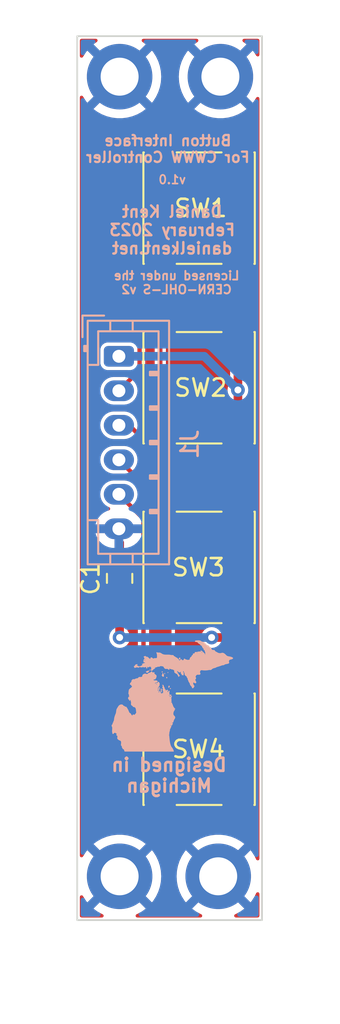
<source format=kicad_pcb>
(kicad_pcb (version 20211014) (generator pcbnew)
  (title_block (title "CWWW Hat for Pi Pico W") (date "2023-01-29") (rev "v1.0") (company "Daniel Kent"))
  (layers (0 "F.Cu" signal) (31 "B.Cu" signal) (34 "B.Paste" user) (35 "F.Paste" user) (36 "B.SilkS" user "B.Silkscreen") (37 "F.SilkS" user "F.Silkscreen") (38 "B.Mask" user) (39 "F.Mask" user) (44 "Edge.Cuts" user))
  (net 0 "")
  (net 1 "BUTTON_1")
  (net 2 "BUTTON_2")
  (net 3 "BUTTON_3")
  (net 4 "+3V3")
  (net 5 "BUTTON_4")
  (net 6 "GND")
  (footprint "MountingHole:MountingHole_2.2mm_M2_DIN965_Pad" (layer "F.Cu") (at 190.756 50.946267)
    (fp_text reference "H2" hide)
    (fp_text value "MountingHole_Pad")
  )
  (footprint "MountingHole:MountingHole_2.2mm_M2_DIN965_Pad" (layer "F.Cu") (at 190.629 97.301267)
    (fp_text reference "H4" hide)
    (fp_text value "MountingHole_Pad")
  )
  (footprint "Button_Switch_SMD:SW_Push_1P1T_NO_6x6mm_H9.5mm" (layer "F.Cu") (at 189.522 58.566267 90)
    (fp_text reference "SW1")
    (fp_text value "SW_Push")
  )
  (footprint "Button_Switch_SMD:SW_Push_1P1T_NO_6x6mm_H9.5mm" (layer "F.Cu") (at 189.522 79.394267 90)
    (fp_text reference "SW3")
    (fp_text value "SW_Push")
  )
  (footprint "MountingHole:MountingHole_2.2mm_M2_DIN965_Pad" (layer "F.Cu") (at 184.914 97.301267)
    (fp_text reference "H3" hide)
    (fp_text value "MountingHole_Pad")
  )
  (footprint "Button_Switch_SMD:SW_Push_1P1T_NO_6x6mm_H9.5mm" (layer "F.Cu") (at 189.522 89.935267 90)
    (fp_text reference "SW4")
    (fp_text value "SW_Push")
  )
  (footprint "MountingHole:MountingHole_2.2mm_M2_DIN965_Pad" (layer "F.Cu") (at 184.914 50.946267)
    (fp_text reference "H1" hide)
    (fp_text value "MountingHole_Pad")
  )
  (footprint "Capacitor_SMD:C_0805_2012Metric_Pad1.18x1.45mm_HandSolder" (layer "F.Cu") (at 184.914 80.029267 90)
    (fp_text reference "C1")
    (fp_text value "10uF")
  )
  (footprint "Button_Switch_SMD:SW_Push_1P1T_NO_6x6mm_H9.5mm" (layer "F.Cu") (at 189.522 68.980267 90)
    (fp_text reference "SW2")
    (fp_text value "SW_Push")
  )
  (footprint "Connector_JST:JST_PH_B6B-PH-K_1x06_P2.00mm_Vertical" (layer "B.Cu") (at 184.872 67.155267 -90)
    (fp_text reference "J1")
    (fp_text value "Conn_01x06")
  )
  (gr_poly (pts (xy 188.418725 84.699501) (xy 188.418813 84.702547) (xy 188.419039 84.705491) (xy 188.419693 84.711045) (xy 188.42001 84.713643) (xy 188.42025 84.716115) (xy 188.420356 84.718453) (xy 188.420275 84.720652) (xy 188.420148 84.721697) (xy 188.419953 84.722705) (xy 188.419684 84.723676) (xy 188.419335 84.724608) (xy 188.418898 84.7255) (xy 188.418366 84.726352) (xy 188.417733 84.727163) (xy 188.416993 84.727933) (xy 188.416137 84.72866) (xy 188.41516 84.729345) (xy 188.414054 84.729985) (xy 188.412814 84.73058) (xy 188.411431 84.73113) (xy 188.4099 84.731634) (xy 188.408213 84.732091) (xy 188.406363 84.7325) (xy 188.40449 84.732837) (xy 188.402731 84.733078) (xy 188.401082 84.733224) (xy 188.399534 84.733276) (xy 188.398084 84.733234) (xy 188.396724 84.7331) (xy 188.395448 84.732873) (xy 188.394251 84.732556) (xy 188.393127 84.732148) (xy 188.392069 84.73165) (xy 188.391071 84.731063) (xy 188.390128 84.730388) (xy 188.389232 84.729625) (xy 188.38838 84.728775) (xy 188.387563 84.72784) (xy 188.386776 84.726819) (xy 188.386014 84.725714) (xy 188.38527 84.724525) (xy 188.384538 84.723253) (xy 188.383811 84.721899) (xy 188.382353 84.718946) (xy 188.380845 84.715673) (xy 188.377492 84.708192) (xy 188.375549 84.703994) (xy 188.373364 84.699501) (xy 188.371099 84.6951) (xy 188.368956 84.691134) (xy 188.365128 84.684315) (xy 188.363493 84.681366) (xy 188.362074 84.678658) (xy 188.360898 84.676143) (xy 188.359987 84.673773) (xy 188.359639 84.672627) (xy 188.359366 84.671499) (xy 188.359172 84.670383) (xy 188.359059 84.669273) (xy 188.35903 84.668163) (xy 188.359089 84.667047) (xy 188.359239 84.665918) (xy 188.359482 84.664771) (xy 188.359821 84.663599) (xy 188.36026 84.662397) (xy 188.360802 84.661158) (xy 188.361449 84.659877) (xy 188.362204 84.658547) (xy 188.363071 84.657162) (xy 188.364053 84.655717) (xy 188.365152 84.654204) (xy 188.36624 84.652716) (xy 188.367195 84.651343) (xy 188.368028 84.650081) (xy 188.368749 84.648923) (xy 188.369905 84.646902) (xy 188.370753 84.645237) (xy 188.371888 84.642808) (xy 188.372356 84.641959) (xy 188.372604 84.641608) (xy 188.372878 84.641298) (xy 188.373187 84.641025) (xy 188.373545 84.640782) (xy 188.373961 84.640566) (xy 188.374447 84.64037) (xy 188.375015 84.640189) (xy 188.375675 84.640018) (xy 188.37732 84.639685) (xy 188.389875 84.637694) (xy 188.394319 84.636886) (xy 188.398388 84.636042) (xy 188.405451 84.634488) (xy 188.408468 84.633897) (xy 188.41116 84.633512) (xy 188.412387 84.633416) (xy 188.413538 84.633393) (xy 188.414612 84.633451) (xy 188.415613 84.633599) (xy 188.416542 84.633843) (xy 188.417399 84.634191) (xy 188.418187 84.63465) (xy 188.418908 84.635229) (xy 188.419562 84.635934) (xy 188.420151 84.636774) (xy 188.420676 84.637755) (xy 188.42114 84.638885) (xy 188.421544 84.640172) (xy 188.421889 84.641624) (xy 188.422177 84.643247) (xy 188.422409 84.645049) (xy 188.422587 84.647039) (xy 188.422712 84.649223) (xy 188.42281 84.654204) (xy 188.422855 84.659098) (xy 188.422978 84.663045) (xy 188.423162 84.666159) (xy 188.423387 84.668555) (xy 188.423637 84.670349) (xy 188.423893 84.671653) (xy 188.42435 84.673254) (xy 188.424614 84.674276) (xy 188.424629 84.674857) (xy 188.424542 84.675636) (xy 188.423989 84.678249) (xy 188.42281 84.683033) (xy 188.418577 84.699501) (xy 188.418725 84.699501)) (layer "B.SilkS") (width 0.021166) (fill solid))
  (gr_poly (pts (xy 187.345152 86.495852) (xy 187.343875 86.491254) (xy 187.342903 86.486735) (xy 187.342181 86.482302) (xy 187.341651 86.477962) (xy 187.340325 86.461663) (xy 187.33991 86.457888) (xy 187.339347 86.454245) (xy 187.338581 86.450743) (xy 187.337555 86.447388) (xy 187.336927 86.445767) (xy 187.336213 86.444186) (xy 187.335405 86.442645) (xy 187.334497 86.441145) (xy 187.333482 86.439686) (xy 187.332352 86.43827) (xy 187.331101 86.436898) (xy 187.329721 86.43557) (xy 187.326759 86.433076) (xy 187.323699 86.430828) (xy 187.32059 86.428857) (xy 187.317477 86.427192) (xy 187.31441 86.425861) (xy 187.312909 86.425331) (xy 187.311436 86.424895) (xy 187.309998 86.424558) (xy 187.308602 86.424323) (xy 187.307253 86.424194) (xy 187.305956 86.424174) (xy 187.304718 86.424267) (xy 187.303546 86.424478) (xy 187.302444 86.424808) (xy 187.301419 86.425263) (xy 187.300476 86.425846) (xy 187.299623 86.426561) (xy 187.298863 86.42741) (xy 187.298205 86.428399) (xy 187.297653 86.42953) (xy 187.297214 86.430808) (xy 187.296892 86.432235) (xy 187.296696 86.433816) (xy 187.29663 86.435555) (xy 187.2967 86.437454) (xy 187.296912 86.439518) (xy 187.297272 86.441751) (xy 187.298881 86.450213) (xy 187.30029 86.457299) (xy 187.301591 86.463371) (xy 187.302874 86.468791) (xy 187.304229 86.473921) (xy 187.305747 86.479124) (xy 187.307518 86.484762) (xy 187.309634 86.491196) (xy 187.310703 86.4945) (xy 187.311598 86.497494) (xy 187.312326 86.50023) (xy 187.312893 86.502761) (xy 187.313306 86.505137) (xy 187.313572 86.507412) (xy 187.313698 86.509637) (xy 187.31369 86.511865) (xy 187.313555 86.514147) (xy 187.3133 86.516536) (xy 187.312933 86.519084) (xy 187.312458 86.521842) (xy 187.311218 86.5282) (xy 187.309634 86.536027) (xy 187.308886 86.540129) (xy 187.30838 86.543783) (xy 187.308106 86.547047) (xy 187.308053 86.548552) (xy 187.308053 86.549981) (xy 187.308105 86.551343) (xy 187.308207 86.552644) (xy 187.308359 86.553892) (xy 187.30856 86.555094) (xy 187.308806 86.556257) (xy 187.309098 86.55739) (xy 187.309811 86.55959) (xy 187.310688 86.561755) (xy 187.311716 86.563942) (xy 187.314185 86.56862) (xy 187.317126 86.574095) (xy 187.318746 86.577278) (xy 187.32045 86.580837) (xy 187.322382 86.58475) (xy 187.324655 86.588892) (xy 187.327212 86.593166) (xy 187.329998 86.597474) (xy 187.332956 86.601719) (xy 187.336028 86.605803) (xy 187.339159 86.609629) (xy 187.342291 86.6131) (xy 187.345369 86.616117) (xy 187.348335 86.618585) (xy 187.349759 86.619582) (xy 187.351133 86.620404) (xy 187.352452 86.621041) (xy 187.353707 86.621479) (xy 187.354892 86.621706) (xy 187.355999 86.62171) (xy 187.357022 86.62148) (xy 187.357954 86.621002) (xy 187.358787 86.620265) (xy 187.359515 86.619256) (xy 187.360129 86.617964) (xy 187.360624 86.616375) (xy 187.36154 86.613005) (xy 187.362522 86.609836) (xy 187.364511 86.604038) (xy 187.365432 86.601378) (xy 187.366246 86.598856) (xy 187.366912 86.596457) (xy 187.367384 86.594164) (xy 187.367535 86.593052) (xy 187.367621 86.591961) (xy 187.367638 86.590889) (xy 187.36758 86.589833) (xy 187.367442 86.588792) (xy 187.367218 86.587764) (xy 187.366903 86.586746) (xy 187.366491 86.585738) (xy 187.365977 86.584736) (xy 187.365357 86.583739) (xy 187.364623 86.582744) (xy 187.363772 86.581751) (xy 187.362797 86.580757) (xy 187.361694 86.579759) (xy 187.360456 86.578756) (xy 187.359079 86.577746) (xy 187.357671 86.576829) (xy 187.356341 86.576096) (xy 187.355086 86.575532) (xy 187.353903 86.575121) (xy 187.35279 86.574848) (xy 187.351742 86.574697) (xy 187.350757 86.574655) (xy 187.349832 86.574704) (xy 187.348964 86.574831) (xy 187.348149 86.575019) (xy 187.346667 86.575519) (xy 187.344207 86.576587) (xy 187.343679 86.576779) (xy 187.34318 86.576911) (xy 187.342706 86.576967) (xy 187.342254 86.576931) (xy 187.341822 86.57679) (xy 187.341406 86.576526) (xy 187.341003 86.576126) (xy 187.34061 86.575573) (xy 187.340223 86.574853) (xy 187.33984 86.57395) (xy 187.339458 86.57285) (xy 187.339073 86.571535) (xy 187.338683 86.569993) (xy 187.338284 86.568206) (xy 187.337447 86.56384) (xy 187.336461 86.559094) (xy 187.335283 86.554702) (xy 187.333973 86.550653) (xy 187.332594 86.54694) (xy 187.327596 86.535254) (xy 187.326782 86.53308) (xy 187.326265 86.531186) (xy 187.326137 86.530342) (xy 187.326106 86.529564) (xy 187.326179 86.528852) (xy 187.326365 86.528204) (xy 187.326671 86.52762) (xy 187.327104 86.527098) (xy 187.327672 86.526638) (xy 187.328384 86.526237) (xy 187.329246 86.525895) (xy 187.330266 86.52561) (xy 187.331452 86.525383) (xy 187.332811 86.525211) (xy 187.335668 86.524901) (xy 187.338428 86.524544) (xy 187.341065 86.524128) (xy 187.343555 86.523641) (xy 187.345873 86.523074) (xy 187.347994 86.522413) (xy 187.349894 86.521648) (xy 187.350752 86.521224) (xy 187.351546 86.520768) (xy 187.352272 86.520282) (xy 187.352927 86.519762) (xy 187.353508 86.519207) (xy 187.354012 86.518617) (xy 187.354435 86.517989) (xy 187.354775 86.517322) (xy 187.355028 86.516616) (xy 187.355192 86.515867) (xy 187.355263 86.515076) (xy 187.355238 86.51424) (xy 187.355113 86.513359) (xy 187.354887 86.51243) (xy 187.354556 86.511453) (xy 187.354116 86.510425) (xy 187.353564 86.509346) (xy 187.352898 86.508214) (xy 187.345067 86.495726) (xy 187.345152 86.495852)) (layer "B.SilkS") (width 0.021166) (fill solid))
  (gr_poly (pts (xy 187.795367 86.323767) (xy 187.777416 86.346559) (xy 187.773362 86.351426) (xy 187.769546 86.355738) (xy 187.766001 86.359386) (xy 187.762759 86.362256) (xy 187.761262 86.363366) (xy 187.759853 86.36424) (xy 187.758535 86.364865) (xy 187.757314 86.365226) (xy 187.756192 86.365309) (xy 187.755175 86.365102) (xy 187.754266 86.364589) (xy 187.753469 86.363758) (xy 187.752788 86.362594) (xy 187.752227 86.361083) (xy 187.751791 86.359211) (xy 187.751483 86.356965) (xy 187.751307 86.354331) (xy 187.751268 86.351295) (xy 187.751615 86.343961) (xy 187.752078 86.336275) (xy 187.752243 86.329569) (xy 187.752167 86.323755) (xy 187.751906 86.318747) (xy 187.751517 86.314459) (xy 187.751056 86.310805) (xy 187.750147 86.305051) (xy 187.749811 86.302779) (xy 187.749631 86.300795) (xy 187.749663 86.299014) (xy 187.749963 86.297348) (xy 187.750588 86.295711) (xy 187.751595 86.294017) (xy 187.75304 86.29218) (xy 187.75498 86.290113) (xy 187.756025 86.288988) (xy 187.756951 86.28783) (xy 187.75777 86.286641) (xy 187.758494 86.285428) (xy 187.759133 86.284195) (xy 187.759698 86.282947) (xy 187.760653 86.280426) (xy 187.762173 86.275424) (xy 187.762917 86.273021) (xy 187.76377 86.270737) (xy 187.764265 86.269652) (xy 187.76482 86.268611) (xy 187.765448 86.26762) (xy 187.766158 86.266683) (xy 187.766963 86.265805) (xy 187.767873 86.264991) (xy 187.768899 86.264247) (xy 187.770054 86.263576) (xy 187.771347 86.262985) (xy 187.77279 86.262478) (xy 187.774395 86.262059) (xy 187.776172 86.261735) (xy 187.778132 86.261509) (xy 187.780288 86.261387) (xy 187.782649 86.261374) (xy 187.785228 86.261474) (xy 187.787823 86.261734) (xy 187.790253 86.262192) (xy 187.792519 86.262837) (xy 187.794624 86.263662) (xy 187.796568 86.264657) (xy 187.798354 86.265814) (xy 187.799984 86.267124) (xy 187.80146 86.268578) (xy 187.802783 86.270167) (xy 187.803955 86.271883) (xy 187.804979 86.273716) (xy 187.805855 86.275657) (xy 187.806587 86.277699) (xy 187.807175 86.279831) (xy 187.807622 86.282046) (xy 187.807929 86.284334) (xy 187.808099 86.286687) (xy 187.808132 86.289095) (xy 187.808032 86.29155) (xy 187.8078 86.294043) (xy 187.807437 86.296565) (xy 187.806947 86.299107) (xy 187.806329 86.301661) (xy 187.805587 86.304218) (xy 187.804723 86.306768) (xy 187.803737 86.309303) (xy 187.802632 86.311815) (xy 187.80141 86.314293) (xy 187.800073 86.31673) (xy 187.798622 86.319117) (xy 187.79706 86.321445) (xy 187.795388 86.323704) (xy 187.795367 86.323767)) (layer "B.SilkS") (width 0.021166) (fill solid))
  (gr_poly (pts (xy 187.6472 85.754807) (xy 187.644166 85.754986) (xy 187.641385 85.755506) (xy 187.638851 85.756345) (xy 187.636558 85.757478) (xy 187.634503 85.758882) (xy 187.632681 85.760534) (xy 187.631085 85.762411) (xy 187.629712 85.764488) (xy 187.628556 85.766743) (xy 187.627612 85.769153) (xy 187.626876 85.771693) (xy 187.626342 85.77434) (xy 187.626006 85.777071) (xy 187.625863 85.779863) (xy 187.625907 85.782691) (xy 187.626134 85.785534) (xy 187.626538 85.788366) (xy 187.627116 85.791165) (xy 187.627861 85.793907) (xy 187.628769 85.796569) (xy 187.629835 85.799128) (xy 187.631054 85.801559) (xy 187.63242 85.803841) (xy 187.63393 85.805948) (xy 187.635578 85.807858) (xy 187.63736 85.809547) (xy 187.639269 85.810992) (xy 187.641302 85.81217) (xy 187.643453 85.813056) (xy 187.645717 85.813628) (xy 187.648089 85.813862) (xy 187.650565 85.813735) (xy 187.652983 85.813271) (xy 187.655189 85.81252) (xy 187.657186 85.811504) (xy 187.658981 85.810241) (xy 187.660578 85.808752) (xy 187.661982 85.807055) (xy 187.663198 85.805172) (xy 187.664231 85.803121) (xy 187.665087 85.800923) (xy 187.66577 85.798596) (xy 187.666285 85.796162) (xy 187.666637 85.793638) (xy 187.666831 85.791046) (xy 187.666873 85.788404) (xy 187.666766 85.785733) (xy 187.666517 85.783052) (xy 187.66613 85.780381) (xy 187.66561 85.777739) (xy 187.664962 85.775147) (xy 187.664191 85.772623) (xy 187.663303 85.770188) (xy 187.662302 85.767862) (xy 187.661192 85.765664) (xy 187.65998 85.763613) (xy 187.65867 85.76173) (xy 187.657267 85.760034) (xy 187.655776 85.758545) (xy 187.654203 85.757283) (xy 187.652551 85.756266) (xy 187.650826 85.755516) (xy 187.649034 85.755051) (xy 187.647179 85.754892) (xy 187.647189 85.75485) (xy 187.6472 85.754807)) (layer "B.SilkS") (width 0.021166) (fill solid))
  (gr_poly (pts (xy 186.690043 85.333527) (xy 186.689968 85.335232) (xy 186.68975 85.3369) (xy 186.689397 85.338528) (xy 186.688918 85.340111) (xy 186.688323 85.341644) (xy 186.687621 85.343122) (xy 186.68682 85.34454) (xy 186.68593 85.345894) (xy 186.684959 85.347179) (xy 186.683917 85.34839) (xy 186.682813 85.349522) (xy 186.681656 85.350571) (xy 186.680455 85.351531) (xy 186.679218 85.352398) (xy 186.677956 85.353168) (xy 186.676677 85.353834) (xy 186.675389 85.354393) (xy 186.674103 85.35484) (xy 186.672827 85.35517) (xy 186.67157 85.355378) (xy 186.670341 85.35546) (xy 186.66915 85.35541) (xy 186.668005 85.355223) (xy 186.666915 85.354896) (xy 186.66589 85.354423) (xy 186.664939 85.3538) (xy 186.664069 85.353021) (xy 186.663292 85.352082) (xy 186.662615 85.350978) (xy 186.662047 85.349705) (xy 186.661599 85.348257) (xy 186.661278 85.34663) (xy 186.661118 85.344879) (xy 186.661148 85.34308) (xy 186.661354 85.341247) (xy 186.661725 85.339393) (xy 186.662248 85.337532) (xy 186.662913 85.335676) (xy 186.663706 85.33384) (xy 186.664615 85.332036) (xy 186.665629 85.330279) (xy 186.666735 85.328581) (xy 186.667922 85.326957) (xy 186.669177 85.325419) (xy 186.670488 85.323981) (xy 186.671844 85.322657) (xy 186.673231 85.321459) (xy 186.674639 85.320401) (xy 186.676055 85.319498) (xy 186.677467 85.318761) (xy 186.678863 85.318205) (xy 186.680231 85.317844) (xy 186.681558 85.317689) (xy 186.682834 85.317756) (xy 186.684045 85.318057) (xy 186.68518 85.318605) (xy 186.686226 85.319415) (xy 186.687172 85.3205) (xy 186.688006 85.321872) (xy 186.688715 85.323547) (xy 186.689287 85.325536) (xy 186.689711 85.327853) (xy 186.689974 85.330513) (xy 186.690064 85.333527) (xy 186.690043 85.333527)) (layer "B.SilkS") (width 0.021166) (fill solid))
  (gr_poly (pts (xy 187.529301 85.529128) (xy 187.527889 85.529357) (xy 187.52655 85.529831) (xy 187.525285 85.530535) (xy 187.524097 85.531451) (xy 187.522986 85.532562) (xy 187.521954 85.533849) (xy 187.521003 85.535297) (xy 187.520133 85.536887) (xy 187.519347 85.538603) (xy 187.518646 85.540427) (xy 187.51803 85.542342) (xy 187.517503 85.54433) (xy 187.517064 85.546374) (xy 187.516716 85.548457) (xy 187.516297 85.552671) (xy 187.516229 85.554767) (xy 187.516258 85.556833) (xy 187.516384 85.558851) (xy 187.516609 85.560804) (xy 187.516934 85.562675) (xy 187.517362 85.564446) (xy 187.517893 85.566101) (xy 187.518529 85.567621) (xy 187.519272 85.56899) (xy 187.520122 85.570191) (xy 187.521081 85.571205) (xy 187.522151 85.572016) (xy 187.523333 85.572606) (xy 187.524629 85.572958) (xy 187.526039 85.573055) (xy 187.527566 85.57288) (xy 187.529127 85.572452) (xy 187.530634 85.571813) (xy 187.532081 85.570977) (xy 187.533464 85.569961) (xy 187.53478 85.568778) (xy 187.536023 85.567445) (xy 187.537191 85.565976) (xy 187.538278 85.564386) (xy 187.539281 85.56269) (xy 187.540194 85.560904) (xy 187.541015 85.559041) (xy 187.541738 85.557119) (xy 187.54236 85.555151) (xy 187.542876 85.553152) (xy 187.543281 85.551138) (xy 187.543573 85.549123) (xy 187.543746 85.547123) (xy 187.543797 85.545153) (xy 187.543721 85.543228) (xy 187.543513 85.541363) (xy 187.54317 85.539572) (xy 187.542688 85.537872) (xy 187.542062 85.536276) (xy 187.541288 85.534801) (xy 187.540361 85.533461) (xy 187.539279 85.532271) (xy 187.538035 85.531246) (xy 187.536627 85.530402) (xy 187.535049 85.529753) (xy 187.533298 85.529314) (xy 187.53137 85.529101) (xy 187.529259 85.529128) (xy 187.529301 85.529128)) (layer "B.SilkS") (width 0.021166) (fill solid))
  (gr_poly (pts (xy 191.476716 84.641843) (xy 191.465039 84.631987) (xy 191.452935 84.623102) (xy 191.440394 84.615116) (xy 191.427407 84.607953) (xy 191.413966 84.60154) (xy 191.400062 84.595803) (xy 191.385685 84.590669) (xy 191.370826 84.586064) (xy 191.355478 84.581913) (xy 191.339629 84.578144) (xy 191.323273 84.574682) (xy 191.306399 84.571453) (xy 191.271064 84.565402) (xy 191.233553 84.559399) (xy 191.215039 84.555981) (xy 191.198053 84.551936) (xy 191.18248 84.547312) (xy 191.168205 84.542156) (xy 191.155113 84.536518) (xy 191.143089 84.530444) (xy 191.132019 84.523984) (xy 191.121787 84.517185) (xy 191.11228 84.510095) (xy 191.103381 84.502763) (xy 191.094976 84.495238) (xy 191.086951 84.487566) (xy 191.056345 84.456381) (xy 191.03847 84.438948) (xy 191.027831 84.429143) (xy 191.016155 84.418957) (xy 191.003514 84.408652) (xy 190.989979 84.398486) (xy 190.975624 84.388718) (xy 190.960521 84.379609) (xy 190.952711 84.375383) (xy 190.944742 84.371418) (xy 190.936621 84.367747) (xy 190.928359 84.364404) (xy 190.919964 84.361419) (xy 190.911445 84.358826) (xy 190.902811 84.356658) (xy 190.894072 84.354945) (xy 190.885236 84.353722) (xy 190.876312 84.35302) (xy 190.86731 84.352872) (xy 190.858238 84.353311) (xy 190.849106 84.354368) (xy 190.839923 84.356076) (xy 190.830697 84.358467) (xy 190.821437 84.361575) (xy 190.812107 84.364813) (xy 190.802675 84.367587) (xy 190.78358 84.371811) (xy 190.764304 84.374394) (xy 190.744998 84.37548) (xy 190.725813 84.375213) (xy 190.706899 84.37374) (xy 190.688408 84.371204) (xy 190.67049 84.367751) (xy 190.653297 84.363525) (xy 190.636979 84.358672) (xy 190.621688 84.353336) (xy 190.607574 84.347663) (xy 190.594789 84.341797) (xy 190.583483 84.335883) (xy 190.573808 84.330066) (xy 190.565914 84.324491) (xy 190.558685 84.319312) (xy 190.550963 84.314524) (xy 190.54283 84.310038) (xy 190.534372 84.305762) (xy 190.498971 84.288955) (xy 190.49015 84.284375) (xy 190.48151 84.279463) (xy 190.473134 84.274127) (xy 190.465107 84.268279) (xy 190.46125 84.265134) (xy 190.457513 84.261826) (xy 190.453904 84.258345) (xy 190.450436 84.25468) (xy 190.447118 84.250818) (xy 190.443962 84.246748) (xy 190.440976 84.242459) (xy 190.438173 84.237941) (xy 190.43289 84.229237) (xy 190.430335 84.225299) (xy 190.427827 84.221625) (xy 190.425355 84.218208) (xy 190.42291 84.215038) (xy 190.420485 84.212108) (xy 190.418069 84.20941) (xy 190.415653 84.206935) (xy 190.413228 84.204675) (xy 190.410786 84.202621) (xy 190.408316 84.200766) (xy 190.405811 84.199101) (xy 190.403261 84.197617) (xy 190.400656 84.196307) (xy 190.397988 84.195163) (xy 190.395247 84.194175) (xy 190.392425 84.193337) (xy 190.389513 84.192638) (xy 190.3865 84.192072) (xy 190.383379 84.19163) (xy 190.38014 84.191304) (xy 190.376774 84.191085) (xy 190.373272 84.190965) (xy 190.365822 84.190989) (xy 190.357719 84.191311) (xy 190.34889 84.191863) (xy 190.339261 84.192581) (xy 190.33426 84.192838) (xy 190.329313 84.192839) (xy 190.324425 84.192592) (xy 190.319601 84.192106) (xy 190.314848 84.19139) (xy 190.310169 84.190454) (xy 190.305571 84.189307) (xy 190.301058 84.187957) (xy 190.296636 84.186414) (xy 190.292311 84.184686) (xy 190.283968 84.180715) (xy 190.276073 84.176115) (xy 190.268668 84.170959) (xy 190.261794 84.16532) (xy 190.255493 84.15927) (xy 190.249809 84.152883) (xy 190.244782 84.14623) (xy 190.240455 84.139383) (xy 190.23687 84.132417) (xy 190.234069 84.125402) (xy 190.232976 84.1219) (xy 190.232095 84.118413) (xy 190.230309 84.111419) (xy 190.228058 84.104372) (xy 190.225362 84.097313) (xy 190.222238 84.090286) (xy 190.218703 84.083331) (xy 190.214776 84.076491) (xy 190.210475 84.069808) (xy 190.205818 84.063324) (xy 190.200823 84.05708) (xy 190.195508 84.05112) (xy 190.189891 84.045484) (xy 190.18399 84.040215) (xy 190.177823 84.035355) (xy 190.171408 84.030947) (xy 190.164762 84.027031) (xy 190.157905 84.023649) (xy 190.151094 84.020501) (xy 190.144559 84.017245) (xy 190.138289 84.013871) (xy 190.132272 84.010365) (xy 190.126495 84.006716) (xy 190.120947 84.002911) (xy 190.115617 83.998937) (xy 190.110492 83.994783) (xy 190.10556 83.990436) (xy 190.10081 83.985884) (xy 190.09623 83.981114) (xy 190.091808 83.976114) (xy 190.087532 83.970871) (xy 190.08339 83.965374) (xy 190.07937 83.95961) (xy 190.075461 83.953567) (xy 190.073485 83.950547) (xy 190.071418 83.947668) (xy 190.069266 83.944926) (xy 190.067036 83.942318) (xy 190.064733 83.939839) (xy 190.062363 83.937487) (xy 190.059932 83.935256) (xy 190.057447 83.933144) (xy 190.052338 83.92926) (xy 190.047083 83.925805) (xy 190.041731 83.922748) (xy 190.036329 83.92006) (xy 190.030928 83.91771) (xy 190.025574 83.915668) (xy 190.020316 83.913904) (xy 190.015204 83.912389) (xy 190.010284 83.911091) (xy 190.005605 83.909982) (xy 189.997165 83.908206) (xy 189.993153 83.907238) (xy 189.988838 83.905854) (xy 189.984209 83.904024) (xy 189.979254 83.901716) (xy 189.973961 83.898902) (xy 189.968317 83.89555) (xy 189.962312 83.891631) (xy 189.955933 83.887114) (xy 189.949168 83.881969) (xy 189.942004 83.876165) (xy 189.934431 83.869673) (xy 189.926436 83.862463) (xy 189.918008 83.854503) (xy 189.909133 83.845763) (xy 189.899801 83.836215) (xy 189.889999 83.825826) (xy 189.852862 83.784672) (xy 189.844197 83.775276) (xy 189.835621 83.766346) (xy 189.827057 83.757936) (xy 189.818426 83.750099) (xy 189.80965 83.742891) (xy 189.800649 83.736364) (xy 189.791346 83.730573) (xy 189.786556 83.72797) (xy 189.781661 83.725572) (xy 189.776651 83.723385) (xy 189.771516 83.721416) (xy 189.766247 83.719671) (xy 189.760833 83.718158) (xy 189.755264 83.716882) (xy 189.749532 83.715852) (xy 189.743625 83.715073) (xy 189.737535 83.714553) (xy 189.725869 83.713677) (xy 189.715527 83.712604) (xy 189.706382 83.711325) (xy 189.698307 83.709836) (xy 189.691174 83.708131) (xy 189.684858 83.706202) (xy 189.679231 83.704044) (xy 189.674165 83.701652) (xy 189.669534 83.699018) (xy 189.665211 83.696137) (xy 189.661069 83.693003) (xy 189.656981 83.689609) (xy 189.638624 83.67332) (xy 189.63268 83.668693) (xy 189.625699 83.664113) (xy 189.617705 83.659631) (xy 189.608722 83.655293) (xy 189.598774 83.651149) (xy 189.587885 83.647246) (xy 189.576079 83.643633) (xy 189.563381 83.640358) (xy 189.549814 83.63747) (xy 189.535403 83.635016) (xy 189.520171 83.633046) (xy 189.504142 83.631606) (xy 189.487342 83.630747) (xy 189.469792 83.630515) (xy 189.451519 83.63096) (xy 189.432545 83.63213) (xy 189.40074 83.634518) (xy 189.380527 83.635747) (xy 189.368815 83.636204) (xy 189.36251 83.636273) (xy 189.358521 83.63634) (xy 189.353755 83.636791) (xy 189.329527 83.640385) (xy 189.324671 83.641296) (xy 189.320153 83.642479) (xy 189.315972 83.643913) (xy 189.312126 83.645581) (xy 189.308615 83.647463) (xy 189.305439 83.649541) (xy 189.302596 83.651795) (xy 189.300086 83.654206) (xy 189.297908 83.656757) (xy 189.296062 83.659428) (xy 189.294546 83.6622) (xy 189.293359 83.665054) (xy 189.292502 83.667972) (xy 189.291974 83.670935) (xy 189.291772 83.673923) (xy 189.291898 83.676918) (xy 189.292349 83.679902) (xy 189.293126 83.682854) (xy 189.294228 83.685757) (xy 189.295653 83.688592) (xy 189.297402 83.691339) (xy 189.299472 83.69398) (xy 189.301864 83.696496) (xy 189.304577 83.698868) (xy 189.30761 83.701078) (xy 189.310963 83.703105) (xy 189.314634 83.704933) (xy 189.318622 83.706541) (xy 189.322928 83.707911) (xy 189.32755 83.709024) (xy 189.332487 83.709861) (xy 189.337739 83.710404) (xy 189.347957 83.711272) (xy 189.357056 83.712295) (xy 189.365177 83.713437) (xy 189.372457 83.714663) (xy 189.385053 83.717221) (xy 189.395958 83.71968) (xy 189.401124 83.720783) (xy 189.406284 83.721753) (xy 189.411577 83.722553) (xy 189.417142 83.72315) (xy 189.423119 83.723505) (xy 189.429646 83.723583) (xy 189.436862 83.723349) (xy 189.444906 83.722765) (xy 189.444582 83.725809) (xy 189.444377 83.728761) (xy 189.444294 83.731625) (xy 189.444331 83.734406) (xy 189.444489 83.737109) (xy 189.444767 83.739737) (xy 189.445165 83.742296) (xy 189.445685 83.74479) (xy 189.446325 83.747223) (xy 189.447086 83.749601) (xy 189.447967 83.751927) (xy 189.448969 83.754206) (xy 189.450091 83.756443) (xy 189.451334 83.758642) (xy 189.452698 83.760808) (xy 189.454183 83.762945) (xy 189.455788 83.765058) (xy 189.457514 83.767151) (xy 189.461328 83.771297) (xy 189.465624 83.775418) (xy 189.470404 83.779552) (xy 189.475666 83.783734) (xy 189.481412 83.788001) (xy 189.48764 83.792388) (xy 189.494352 83.796933) (xy 189.550496 83.832464) (xy 189.563688 83.84147) (xy 189.569991 83.846092) (xy 189.576058 83.850818) (xy 189.58186 83.855666) (xy 189.587366 83.860653) (xy 189.592546 83.8658) (xy 189.59737 83.871122) (xy 189.601637 83.876344) (xy 189.605234 83.881191) (xy 189.608264 83.885676) (xy 189.61083 83.889809) (xy 189.61498 83.897073) (xy 189.616768 83.900227) (xy 189.618502 83.903079) (xy 189.620285 83.90564) (xy 189.621226 83.906816) (xy 189.622218 83.907924) (xy 189.623274 83.908965) (xy 189.624405 83.909941) (xy 189.625626 83.910854) (xy 189.626948 83.911705) (xy 189.628385 83.912495) (xy 189.629949 83.913227) (xy 189.631654 83.913901) (xy 189.633512 83.914519) (xy 189.635536 83.915082) (xy 189.637738 83.915593) (xy 189.640132 83.916052) (xy 189.64273 83.916461) (xy 189.647991 83.917332) (xy 189.652964 83.91842) (xy 189.657649 83.919751) (xy 189.662044 83.921347) (xy 189.664133 83.922252) (xy 189.66615 83.923233) (xy 189.668095 83.924292) (xy 189.669967 83.925433) (xy 189.671767 83.926659) (xy 189.673494 83.927972) (xy 189.675149 83.929376) (xy 189.676732 83.930873) (xy 189.678242 83.932467) (xy 189.67968 83.934161) (xy 189.681045 83.935958) (xy 189.682337 83.93786) (xy 189.683557 83.939871) (xy 189.684704 83.941994) (xy 189.685779 83.944232) (xy 189.68678 83.946587) (xy 189.68771 83.949064) (xy 189.688566 83.951664) (xy 189.68935 83.954391) (xy 189.69006 83.957248) (xy 189.690698 83.960237) (xy 189.691264 83.963363) (xy 189.691756 83.966628) (xy 189.692175 83.970034) (xy 189.692949 83.976381) (xy 189.693741 83.981598) (xy 189.69457 83.985812) (xy 189.695455 83.989152) (xy 189.695923 83.990533) (xy 189.696412 83.991742) (xy 189.696924 83.992797) (xy 189.69746 83.993711) (xy 189.698024 83.994502) (xy 189.698617 83.995185) (xy 189.699242 83.995777) (xy 189.699901 83.996292) (xy 189.70133 83.997157) (xy 189.702922 83.997907) (xy 189.706665 83.999574) (xy 189.708853 84.000743) (xy 189.711276 84.002306) (xy 189.712581 84.003274) (xy 189.713952 84.004389) (xy 189.71539 84.005665) (xy 189.716898 84.007118) (xy 189.718371 84.008621) (xy 189.719706 84.010036) (xy 189.720912 84.011371) (xy 189.721995 84.012637) (xy 189.722964 84.013841) (xy 189.723826 84.014994) (xy 189.724588 84.016104) (xy 189.725258 84.017181) (xy 189.725843 84.018233) (xy 189.726352 84.019269) (xy 189.726791 84.0203) (xy 189.727169 84.021333) (xy 189.727492 84.022377) (xy 189.727769 84.023443) (xy 189.728006 84.024539) (xy 189.728212 84.025674) (xy 189.728559 84.028097) (xy 189.72887 84.030785) (xy 189.729206 84.033812) (xy 189.729626 84.03725) (xy 189.730192 84.041171) (xy 189.730964 84.045649) (xy 189.731446 84.048119) (xy 189.732002 84.050755) (xy 189.732639 84.053567) (xy 189.733366 84.056564) (xy 189.73414 84.059479) (xy 189.734916 84.062052) (xy 189.735697 84.064302) (xy 189.736484 84.066248) (xy 189.73728 84.067911) (xy 189.738087 84.069309) (xy 189.738908 84.070462) (xy 189.739744 84.071391) (xy 189.740598 84.072114) (xy 189.741472 84.072651) (xy 189.742369 84.073023) (xy 189.743291 84.073247) (xy 189.74424 84.073345) (xy 189.745218 84.073336) (xy 189.747272 84.073074) (xy 189.751833 84.072126) (xy 189.754376 84.071755) (xy 189.755721 84.071663) (xy 189.757119 84.071661) (xy 189.758571 84.071767) (xy 189.760079 84.072001) (xy 189.761647 84.072384) (xy 189.763276 84.072934) (xy 189.764968 84.073671) (xy 189.766726 84.074615) (xy 189.768553 84.075785) (xy 189.77045 84.077201) (xy 189.772311 84.078828) (xy 189.774034 84.080613) (xy 189.775623 84.082545) (xy 189.777086 84.084615) (xy 189.778429 84.086812) (xy 189.779656 84.089125) (xy 189.780775 84.091543) (xy 189.781791 84.094057) (xy 189.78354 84.099327) (xy 189.78495 84.104851) (xy 189.786071 84.110544) (xy 189.786949 84.116322) (xy 189.787634 84.122101) (xy 189.788174 84.127796) (xy 189.789012 84.138596) (xy 189.789847 84.148047) (xy 189.790384 84.152057) (xy 189.791066 84.155475) (xy 189.791476 84.156988) (xy 189.791937 84.158431) (xy 189.792452 84.159807) (xy 189.793025 84.16112) (xy 189.793659 84.162373) (xy 189.794355 84.163569) (xy 189.795118 84.16471) (xy 189.795951 84.1658) (xy 189.796856 84.166842) (xy 189.797837 84.167838) (xy 189.798896 84.168792) (xy 189.800037 84.169707) (xy 189.801262 84.170586) (xy 189.802575 84.171431) (xy 189.803978 84.172246) (xy 189.805475 84.173033) (xy 189.807069 84.173796) (xy 189.808762 84.174538) (xy 189.810558 84.175262) (xy 189.81246 84.17597) (xy 189.81447 84.176666) (xy 189.816592 84.177353) (xy 189.821183 84.178711) (xy 189.826257 84.180067) (xy 189.831838 84.181446) (xy 189.83795 84.182871) (xy 189.844618 84.184368) (xy 189.847722 84.203155) (xy 189.850873 84.219577) (xy 189.854121 84.233973) (xy 189.857514 84.24668) (xy 189.861099 84.258037) (xy 189.864924 84.268381) (xy 189.869038 84.278052) (xy 189.873489 84.287386) (xy 189.875756 84.292025) (xy 189.877909 84.296688) (xy 189.87993 84.301398) (xy 189.8818 84.30618) (xy 189.883501 84.311058) (xy 189.885015 84.316058) (xy 189.886324 84.321202) (xy 189.887409 84.326515) (xy 189.888252 84.332023) (xy 189.888836 84.337748) (xy 189.889141 84.343716) (xy 189.889149 84.349951) (xy 189.888842 84.356476) (xy 189.888203 84.363317) (xy 189.887212 84.370498) (xy 189.885851 84.378043) (xy 189.884446 84.385259) (xy 189.883319 84.391515) (xy 189.882457 84.396913) (xy 189.881849 84.401555) (xy 189.881482 84.405545) (xy 189.881346 84.408985) (xy 189.881426 84.411978) (xy 189.881713 84.414627) (xy 189.882192 84.417035) (xy 189.882853 84.419304) (xy 189.883684 84.421537) (xy 189.884672 84.423837) (xy 189.887072 84.42905) (xy 189.88846 84.432168) (xy 189.889957 84.435765) (xy 189.890659 84.437698) (xy 189.89122 84.439622) (xy 189.891644 84.441529) (xy 189.891934 84.443411) (xy 189.892094 84.44526) (xy 189.892129 84.447066) (xy 189.892041 84.448823) (xy 189.891834 84.450521) (xy 189.891513 84.452152) (xy 189.891081 84.453708) (xy 189.890542 84.455181) (xy 189.889899 84.456563) (xy 189.889157 84.457845) (xy 189.888318 84.459018) (xy 189.887388 84.460076) (xy 189.886369 84.461008) (xy 189.885266 84.461808) (xy 189.884082 84.462467) (xy 189.882821 84.462976) (xy 189.881486 84.463328) (xy 189.880082 84.463513) (xy 189.878613 84.463524) (xy 189.877081 84.463353) (xy 189.875491 84.462991) (xy 189.873847 84.46243) (xy 189.872151 84.461661) (xy 189.870409 84.460677) (xy 189.868624 84.459469) (xy 189.8668 84.458029) (xy 189.86494 84.456348) (xy 189.863048 84.454419) (xy 189.861128 84.452232) (xy 189.859278 84.449903) (xy 189.857586 84.447551) (xy 189.85604 84.445177) (xy 189.854629 84.442785) (xy 189.853343 84.440374) (xy 189.852168 84.437947) (xy 189.850113 84.433049) (xy 189.848371 84.428102) (xy 189.846853 84.42312) (xy 189.844126 84.413095) (xy 189.842735 84.408077) (xy 189.841206 84.40307) (xy 189.839447 84.398088) (xy 189.837369 84.393141) (xy 189.836181 84.390686) (xy 189.83488 84.388243) (xy 189.833453 84.385816) (xy 189.83189 84.383405) (xy 189.830179 84.381013) (xy 189.828308 84.378639) (xy 189.826267 84.376287) (xy 189.824044 84.373958) (xy 189.819225 84.369367) (xy 189.814079 84.364848) (xy 189.808666 84.360378) (xy 189.803048 84.355932) (xy 189.779726 84.337906) (xy 189.773986 84.333218) (xy 189.768404 84.328409) (xy 189.763039 84.323455) (xy 189.757952 84.318332) (xy 189.753205 84.313015) (xy 189.748856 84.307481) (xy 189.746851 84.304624) (xy 189.744968 84.301705) (xy 189.743215 84.298718) (xy 189.7416 84.295662) (xy 189.739985 84.292675) (xy 189.738233 84.289893) (xy 189.736354 84.287303) (xy 189.734354 84.284891) (xy 189.732243 84.282646) (xy 189.730028 84.280554) (xy 189.727718 84.278603) (xy 189.725321 84.276779) (xy 189.722846 84.27507) (xy 189.7203 84.273463) (xy 189.715031 84.270504) (xy 189.709581 84.267799) (xy 189.704016 84.265246) (xy 189.692805 84.260182) (xy 189.687292 84.257466) (xy 189.681929 84.254491) (xy 189.679324 84.252873) (xy 189.676782 84.251153) (xy 189.674311 84.249316) (xy 189.671918 84.247351) (xy 189.669613 84.245243) (xy 189.667404 84.242981) (xy 189.665298 84.240551) (xy 189.663304 84.237941) (xy 189.661267 84.235358) (xy 189.659038 84.233012) (xy 189.656643 84.230898) (xy 189.654108 84.229012) (xy 189.651458 84.22735) (xy 189.648718 84.225906) (xy 189.645916 84.224676) (xy 189.643075 84.223656) (xy 189.640223 84.222841) (xy 189.637384 84.222227) (xy 189.634584 84.221808) (xy 189.63185 84.221582) (xy 189.629206 84.221542) (xy 189.626678 84.221685) (xy 189.624292 84.222006) (xy 189.622074 84.2225) (xy 189.620049 84.223163) (xy 189.618243 84.22399) (xy 189.616682 84.224978) (xy 189.615391 84.226121) (xy 189.614396 84.227414) (xy 189.613723 84.228854) (xy 189.613397 84.230436) (xy 189.613444 84.232154) (xy 189.613889 84.234006) (xy 189.614759 84.235986) (xy 189.616079 84.238089) (xy 189.617875 84.240312) (xy 189.620171 84.242649) (xy 189.622995 84.245096) (xy 189.626372 84.247648) (xy 189.630326 84.250302) (xy 189.638266 84.25547) (xy 189.645154 84.260179) (xy 189.6511 84.264453) (xy 189.656212 84.268317) (xy 189.660599 84.271795) (xy 189.664371 84.27491) (xy 189.670501 84.280152) (xy 189.675472 84.284238) (xy 189.677795 84.285907) (xy 189.680154 84.28736) (xy 189.682659 84.288621) (xy 189.685418 84.289714) (xy 189.68854 84.290663) (xy 189.692133 84.291493) (xy 189.693971 84.291894) (xy 189.695625 84.292321) (xy 189.697105 84.292777) (xy 189.698421 84.293263) (xy 189.699583 84.293782) (xy 189.700601 84.294337) (xy 189.701484 84.294929) (xy 189.702243 84.29556) (xy 189.702887 84.296234) (xy 189.703425 84.296952) (xy 189.703869 84.297717) (xy 189.704227 84.298531) (xy 189.70451 84.299395) (xy 189.704727 84.300313) (xy 189.704888 84.301287) (xy 189.705003 84.302319) (xy 189.705445 84.312936) (xy 189.705587 84.314592) (xy 189.705783 84.316329) (xy 189.70604 84.318149) (xy 189.706369 84.320055) (xy 189.70678 84.322048) (xy 189.707282 84.324131) (xy 189.707886 84.326307) (xy 189.708601 84.328576) (xy 189.70941 84.330799) (xy 189.710281 84.332838) (xy 189.711205 84.334701) (xy 189.712172 84.336398) (xy 189.713173 84.337939) (xy 189.714197 84.339331) (xy 189.715234 84.340585) (xy 189.716276 84.341708) (xy 189.717311 84.342711) (xy 189.71833 84.343603) (xy 189.720282 84.345087) (xy 189.722053 84.346233) (xy 189.723563 84.347113) (xy 189.724735 84.347801) (xy 189.72549 84.348368) (xy 189.725686 84.348629) (xy 189.725749 84.348887) (xy 189.725668 84.349151) (xy 189.725433 84.34943) (xy 189.725036 84.349734) (xy 189.724465 84.350071) (xy 189.722765 84.350881) (xy 189.716856 84.353299) (xy 189.710195 84.356) (xy 189.707568 84.357045) (xy 189.705321 84.357878) (xy 189.703389 84.358494) (xy 189.702519 84.358719) (xy 189.701704 84.358887) (xy 189.700933 84.358997) (xy 189.7002 84.35905) (xy 189.699495 84.359043) (xy 189.698811 84.358977) (xy 189.698139 84.35885) (xy 189.697471 84.358663) (xy 189.696799 84.358413) (xy 189.696113 84.358101) (xy 189.695407 84.357725) (xy 189.694671 84.357285) (xy 189.693079 84.35621) (xy 189.683878 84.349193) (xy 189.682405 84.348116) (xy 189.68107 84.347194) (xy 189.679865 84.346413) (xy 189.678781 84.345758) (xy 189.677812 84.345214) (xy 189.676951 84.344768) (xy 189.675519 84.344111) (xy 189.673608 84.343334) (xy 189.673284 84.343168) (xy 189.673008 84.342985) (xy 189.67277 84.34277) (xy 189.672565 84.342509) (xy 189.672383 84.342188) (xy 189.672218 84.341792) (xy 189.671907 84.340718) (xy 189.671571 84.339173) (xy 189.67115 84.337042) (xy 189.670585 84.334211) (xy 189.669813 84.330564) (xy 189.668775 84.325986) (xy 189.667411 84.320364) (xy 189.662771 84.30124) (xy 189.661794 84.297985) (xy 189.661283 84.296549) (xy 189.660745 84.295232) (xy 189.66017 84.294026) (xy 189.659551 84.292925) (xy 189.658877 84.291922) (xy 189.65814 84.291011) (xy 189.65733 84.290184) (xy 189.656439 84.289434) (xy 189.655457 84.288756) (xy 189.654376 84.288141) (xy 189.653186 84.287584) (xy 189.651878 84.287077) (xy 189.650443 84.286614) (xy 189.648873 84.286187) (xy 189.645287 84.285417) (xy 189.64105 84.284712) (xy 189.630326 84.28328) (xy 189.617205 84.281752) (xy 189.602687 84.280375) (xy 189.586915 84.279291) (xy 189.570036 84.278644) (xy 189.552193 84.278577) (xy 189.542956 84.278805) (xy 189.533532 84.279232) (xy 189.523939 84.279875) (xy 189.514196 84.280752) (xy 189.50432 84.281881) (xy 189.494331 84.28328) (xy 189.485131 84.284771) (xy 189.4775 84.286159) (xy 189.47127 84.287439) (xy 189.46627 84.288605) (xy 189.462333 84.289651) (xy 189.459289 84.29057) (xy 189.455204 84.292006) (xy 189.452663 84.292864) (xy 189.451549 84.293061) (xy 189.450313 84.293097) (xy 189.448788 84.292963) (xy 189.446803 84.292655) (xy 189.440779 84.291492) (xy 189.438905 84.291168) (xy 189.437152 84.290962) (xy 189.43552 84.290874) (xy 189.43401 84.290903) (xy 189.432621 84.291046) (xy 189.431352 84.291302) (xy 189.430205 84.291671) (xy 189.429179 84.292149) (xy 189.428274 84.292736) (xy 189.42749 84.29343) (xy 189.426827 84.29423) (xy 189.426285 84.295134) (xy 189.425864 84.29614) (xy 189.425563 84.297248) (xy 189.425384 84.298455) (xy 189.425325 84.299761) (xy 189.425387 84.301163) (xy 189.425569 84.302659) (xy 189.425872 84.30425) (xy 189.426296 84.305932) (xy 189.426841 84.307705) (xy 189.427506 84.309567) (xy 189.428291 84.311516) (xy 189.429197 84.313552) (xy 189.430224 84.315671) (xy 189.431371 84.317874) (xy 189.432638 84.320158) (xy 189.434026 84.322522) (xy 189.435534 84.324964) (xy 189.437162 84.327483) (xy 189.43891 84.330078) (xy 189.440779 84.332746) (xy 189.444396 84.33814) (xy 189.447532 84.343463) (xy 189.450186 84.348642) (xy 189.452358 84.353605) (xy 189.454048 84.358279) (xy 189.455256 84.36259) (xy 189.455982 84.366468) (xy 189.456225 84.369838) (xy 189.456166 84.371311) (xy 189.455986 84.372629) (xy 189.455685 84.373784) (xy 189.455264 84.374767) (xy 189.454721 84.375569) (xy 189.454058 84.376181) (xy 189.453274 84.376593) (xy 189.45237 84.376796) (xy 189.451344 84.376782) (xy 189.450198 84.376542) (xy 189.44893 84.376066) (xy 189.447542 84.375344) (xy 189.446033 84.374369) (xy 189.444403 84.373131) (xy 189.442651 84.371621) (xy 189.440779 84.36983) (xy 189.438892 84.368015) (xy 189.437098 84.366425) (xy 189.435394 84.365041) (xy 189.433775 84.363847) (xy 189.432238 84.362825) (xy 189.430779 84.361957) (xy 189.429395 84.361227) (xy 189.42808 84.360617) (xy 189.426833 84.36011) (xy 189.425648 84.359688) (xy 189.423451 84.359031) (xy 189.42146 84.358507) (xy 189.419644 84.357977) (xy 189.418792 84.357666) (xy 189.417973 84.357302) (xy 189.417183 84.356867) (xy 189.416417 84.356343) (xy 189.415672 84.355714) (xy 189.414944 84.354962) (xy 189.41423 84.354069) (xy 189.413526 84.353019) (xy 189.412827 84.351793) (xy 189.41213 84.350375) (xy 189.411432 84.348747) (xy 189.410728 84.346892) (xy 189.410014 84.344793) (xy 189.409288 84.342431) (xy 189.408544 84.33979) (xy 189.40778 84.336853) (xy 189.407077 84.333866) (xy 189.406508 84.331089) (xy 189.406063 84.328513) (xy 189.405731 84.326129) (xy 189.405501 84.323929) (xy 189.405364 84.321905) (xy 189.405308 84.320049) (xy 189.405323 84.318353) (xy 189.405524 84.315404) (xy 189.405883 84.312993) (xy 189.406313 84.311053) (xy 189.406732 84.309518) (xy 189.407055 84.308322) (xy 189.407197 84.307398) (xy 189.407174 84.307018) (xy 189.407074 84.30668) (xy 189.406887 84.306378) (xy 189.406601 84.306102) (xy 189.406207 84.305844) (xy 189.405695 84.305596) (xy 189.404269 84.305097) (xy 189.399525 84.303854) (xy 189.394252 84.302553) (xy 189.392219 84.302136) (xy 189.391332 84.302003) (xy 189.390524 84.301924) (xy 189.389788 84.301906) (xy 189.389119 84.301953) (xy 189.38851 84.302069) (xy 189.387955 84.302259) (xy 189.387449 84.302527) (xy 189.386984 84.302879) (xy 189.386556 84.303318) (xy 189.386158 84.303848) (xy 189.385784 84.304476) (xy 189.385428 84.305205) (xy 189.385084 84.306039) (xy 189.384746 84.306984) (xy 189.384064 84.309222) (xy 189.383333 84.311956) (xy 189.38153 84.319057) (xy 189.380362 84.323496) (xy 189.378951 84.328576) (xy 189.378152 84.331223) (xy 189.377309 84.333746) (xy 189.376428 84.336146) (xy 189.375513 84.338421) (xy 189.374567 84.340568) (xy 189.373596 84.342588) (xy 189.372605 84.344477) (xy 189.371597 84.346235) (xy 189.370577 84.347861) (xy 189.36955 84.349351) (xy 189.36852 84.350706) (xy 189.367492 84.351924) (xy 189.36647 84.353002) (xy 189.365458 84.353941) (xy 189.364462 84.354737) (xy 189.363486 84.355389) (xy 189.362534 84.355897) (xy 189.361611 84.356258) (xy 189.360721 84.356471) (xy 189.359869 84.356535) (xy 189.359059 84.356448) (xy 189.358295 84.356208) (xy 189.357584 84.355814) (xy 189.356927 84.355264) (xy 189.356332 84.354558) (xy 189.355801 84.353693) (xy 189.355339 84.352667) (xy 189.354951 84.35148) (xy 189.354642 84.35013) (xy 189.354415 84.348616) (xy 189.354276 84.346935) (xy 189.354228 84.345086) (xy 189.354298 84.343158) (xy 189.3545 84.341243) (xy 189.35482 84.339343) (xy 189.355249 84.337463) (xy 189.355773 84.335606) (xy 189.356381 84.333776) (xy 189.357801 84.330214) (xy 189.359412 84.326804) (xy 189.361119 84.323579) (xy 189.364439 84.317797) (xy 189.36586 84.315302) (xy 189.366996 84.313109) (xy 189.367749 84.31125) (xy 189.367952 84.310455) (xy 189.368025 84.309755) (xy 189.367954 84.309152) (xy 189.367727 84.308652) (xy 189.367334 84.308257) (xy 189.366761 84.307972) (xy 189.365998 84.307801) (xy 189.365031 84.307746) (xy 189.36385 84.307812) (xy 189.362441 84.308002) (xy 189.357878 84.308679) (xy 189.353458 84.309181) (xy 189.345044 84.309733) (xy 189.337185 84.309804) (xy 189.32987 84.309538) (xy 189.316823 84.308573) (xy 189.311066 84.308164) (xy 189.305804 84.307997) (xy 189.301025 84.308216) (xy 189.298813 84.308516) (xy 189.296717 84.308967) (xy 189.294735 84.309587) (xy 189.292866 84.310393) (xy 189.291109 84.311405) (xy 189.289462 84.31264) (xy 189.287923 84.314116) (xy 189.286491 84.315852) (xy 189.285165 84.317865) (xy 189.283942 84.320174) (xy 189.282822 84.322796) (xy 189.281803 84.32575) (xy 189.280883 84.329054) (xy 189.28006 84.332725) (xy 189.2785 84.340206) (xy 189.276888 84.347197) (xy 189.275168 84.353693) (xy 189.273287 84.359689) (xy 189.271189 84.365177) (xy 189.268821 84.370152) (xy 189.267518 84.372446) (xy 189.266127 84.374609) (xy 189.264641 84.376641) (xy 189.263053 84.37854) (xy 189.261356 84.380307) (xy 189.259544 84.381941) (xy 189.25761 84.38344) (xy 189.255547 84.384805) (xy 189.253347 84.386034) (xy 189.251005 84.387126) (xy 189.248514 84.388081) (xy 189.245866 84.388899) (xy 189.243054 84.389577) (xy 189.240073 84.390117) (xy 189.236915 84.390516) (xy 189.233573 84.390774) (xy 189.230041 84.390891) (xy 189.226311 84.390865) (xy 189.222377 84.390696) (xy 189.218233 84.390383) (xy 189.210248 84.389811) (xy 189.206632 84.389678) (xy 189.203255 84.38965) (xy 189.200108 84.389731) (xy 189.197181 84.389925) (xy 189.194466 84.390232) (xy 189.191954 84.390658) (xy 189.189635 84.391205) (xy 189.1875 84.391875) (xy 189.185541 84.392672) (xy 189.183748 84.393599) (xy 189.182112 84.394659) (xy 189.180624 84.395854) (xy 189.179275 84.397189) (xy 189.178056 84.398665) (xy 189.176957 84.400285) (xy 189.17597 84.402054) (xy 189.175086 84.403973) (xy 189.174295 84.406046) (xy 189.173589 84.408275) (xy 189.172957 84.410664) (xy 189.171885 84.415934) (xy 189.171004 84.421878) (xy 189.170242 84.428521) (xy 189.168787 84.443998) (xy 189.167957 84.451747) (xy 189.167007 84.458114) (xy 189.166479 84.460831) (xy 189.165912 84.463263) (xy 189.165303 84.465432) (xy 189.164648 84.467357) (xy 189.163946 84.469059) (xy 189.163192 84.470558) (xy 189.162384 84.471875) (xy 189.161519 84.47303) (xy 189.160594 84.474043) (xy 189.159605 84.474935) (xy 189.15855 84.475726) (xy 189.157426 84.476436) (xy 189.154958 84.477696) (xy 189.152176 84.478878) (xy 189.145576 84.481658) (xy 189.14171 84.483582) (xy 189.137433 84.486079) (xy 189.135134 84.487593) (xy 189.132723 84.489312) (xy 189.130198 84.491255) (xy 189.127555 84.493444) (xy 189.122479 84.497664) (xy 189.118032 84.501129) (xy 189.114165 84.503955) (xy 189.11083 84.506255) (xy 189.105559 84.509739) (xy 189.103526 84.511152) (xy 189.101832 84.512499) (xy 189.101096 84.513183) (xy 189.100426 84.513893) (xy 189.099817 84.514645) (xy 189.099262 84.515451) (xy 189.098755 84.516326) (xy 189.09829 84.517285) (xy 189.097861 84.518343) (xy 189.097462 84.519512) (xy 189.096729 84.522246) (xy 189.096043 84.525601) (xy 189.095356 84.529692) (xy 189.094619 84.534634) (xy 189.094301 84.537277) (xy 189.094114 84.539802) (xy 189.094045 84.542212) (xy 189.094081 84.544511) (xy 189.094208 84.546701) (xy 189.094412 84.548785) (xy 189.094998 84.552649) (xy 189.09771 84.564484) (xy 189.097866 84.565606) (xy 189.097936 84.566659) (xy 189.097906 84.567646) (xy 189.097763 84.56857) (xy 189.097493 84.569433) (xy 189.097083 84.570239) (xy 189.096518 84.570991) (xy 189.095786 84.571692) (xy 189.094873 84.572345) (xy 189.093764 84.572953) (xy 189.092447 84.573519) (xy 189.090908 84.574046) (xy 189.089133 84.574537) (xy 189.087109 84.574995) (xy 189.082258 84.575824) (xy 189.077029 84.576654) (xy 189.072158 84.577605) (xy 189.067613 84.578699) (xy 189.063366 84.579963) (xy 189.059384 84.581419) (xy 189.05564 84.583092) (xy 189.052101 84.585006) (xy 189.048738 84.587185) (xy 189.04552 84.589654) (xy 189.042418 84.592435) (xy 189.039402 84.595555) (xy 189.03644 84.599035) (xy 189.033502 84.602902) (xy 189.03056 84.607178) (xy 189.027581 84.611888) (xy 189.024536 84.617057) (xy 189.022981 84.619666) (xy 189.021406 84.6221) (xy 189.019816 84.624378) (xy 189.018215 84.626517) (xy 189.014999 84.630451) (xy 189.011795 84.634048) (xy 189.005566 84.640809) (xy 189.002614 84.644262) (xy 189.001195 84.646071) (xy 188.999819 84.647958) (xy 188.998492 84.649941) (xy 188.997217 84.65204) (xy 188.995999 84.654271) (xy 188.994844 84.656653) (xy 188.993755 84.659205) (xy 188.992737 84.661943) (xy 188.991794 84.664887) (xy 188.990931 84.668054) (xy 188.990153 84.671463) (xy 188.989463 84.675131) (xy 188.988868 84.679078) (xy 188.98837 84.683319) (xy 188.987976 84.687875) (xy 188.987688 84.692763) (xy 188.987512 84.698001) (xy 188.987452 84.703607) (xy 188.987251 84.709201) (xy 188.986661 84.714398) (xy 188.985706 84.719215) (xy 188.984409 84.723666) (xy 188.982791 84.727767) (xy 188.980876 84.731532) (xy 188.978686 84.734977) (xy 188.976245 84.738117) (xy 188.973573 84.740967) (xy 188.970695 84.743542) (xy 188.967633 84.745857) (xy 188.964409 84.747928) (xy 188.961047 84.74977) (xy 188.957568 84.751397) (xy 188.953996 84.752825) (xy 188.950352 84.754069) (xy 188.946661 84.755144) (xy 188.942944 84.756065) (xy 188.935524 84.757506) (xy 188.928273 84.758514) (xy 188.921373 84.75921) (xy 188.909349 84.760147) (xy 188.904588 84.760631) (xy 188.900902 84.761286) (xy 188.897442 84.762059) (xy 188.893293 84.762802) (xy 188.888541 84.763484) (xy 188.883269 84.764075) (xy 188.877562 84.764545) (xy 188.871505 84.764864) (xy 188.865182 84.765002) (xy 188.858677 84.764927) (xy 188.852075 84.76461) (xy 188.845461 84.764022) (xy 188.838919 84.76313) (xy 188.832533 84.761906) (xy 188.826388 84.760318) (xy 188.820569 84.758337) (xy 188.817808 84.75719) (xy 188.81516 84.755932) (xy 188.812635 84.754562) (xy 188.810245 84.753074) (xy 188.807915 84.75162) (xy 188.80556 84.750345) (xy 188.803178 84.749233) (xy 188.800771 84.748269) (xy 188.798335 84.747438) (xy 188.795872 84.746726) (xy 188.790858 84.745593) (xy 188.785723 84.744752) (xy 188.780461 84.744079) (xy 188.769531 84.74276) (xy 188.763851 84.741872) (xy 188.758021 84.740669) (xy 188.755048 84.739913) (xy 188.752035 84.739032) (xy 188.748981 84.738013) (xy 188.745885 84.73684) (xy 188.742748 84.735497) (xy 188.739568 84.733971) (xy 188.736344 84.732245) (xy 188.733076 84.730304) (xy 188.729763 84.728134) (xy 188.726404 84.72572) (xy 188.722998 84.723045) (xy 188.719546 84.720096) (xy 188.71251 84.714254) (xy 188.705367 84.709125) (xy 188.6982 84.704746) (xy 188.694633 84.702849) (xy 188.691093 84.701153) (xy 188.687589 84.699662) (xy 188.684132 84.698382) (xy 188.680732 84.697316) (xy 188.6774 84.696469) (xy 188.674146 84.695845) (xy 188.670982 84.695449) (xy 188.667917 84.695286) (xy 188.664962 84.69536) (xy 188.662128 84.695676) (xy 188.659425 84.696237) (xy 188.656864 84.697049) (xy 188.654455 84.698117) (xy 188.652209 84.699443) (xy 188.650137 84.701034) (xy 188.648248 84.702893) (xy 188.646554 84.705026) (xy 188.645066 84.707436) (xy 188.643792 84.710128) (xy 188.642745 84.713107) (xy 188.641935 84.716377) (xy 188.641372 84.719942) (xy 188.641066 84.723808) (xy 188.641029 84.727978) (xy 188.641271 84.732457) (xy 188.641502 84.736926) (xy 188.641434 84.74107) (xy 188.641083 84.744901) (xy 188.640464 84.748433) (xy 188.639591 84.751679) (xy 188.63848 84.754651) (xy 188.637146 84.757362) (xy 188.635604 84.759824) (xy 188.633868 84.762052) (xy 188.631955 84.764057) (xy 188.629879 84.765852) (xy 188.627655 84.76745) (xy 188.625299 84.768865) (xy 188.622825 84.770108) (xy 188.620248 84.771193) (xy 188.617583 84.772132) (xy 188.614846 84.772938) (xy 188.612052 84.773625) (xy 188.606351 84.774689) (xy 188.600601 84.775427) (xy 188.594923 84.775942) (xy 188.584264 84.776712) (xy 188.579524 84.777171) (xy 188.575337 84.777818) (xy 188.561871 84.780711) (xy 188.559003 84.7813) (xy 188.556274 84.781799) (xy 188.553653 84.782189) (xy 188.551112 84.782453) (xy 188.548619 84.782572) (xy 188.546144 84.782528) (xy 188.543658 84.782303) (xy 188.54113 84.781878) (xy 188.538531 84.781235) (xy 188.535829 84.780356) (xy 188.532995 84.779223) (xy 188.529998 84.777818) (xy 188.527281 84.77645) (xy 188.52524 84.775389) (xy 188.523778 84.774558) (xy 188.523235 84.774204) (xy 188.522799 84.773878) (xy 188.522461 84.773569) (xy 188.522207 84.773269) (xy 188.522025 84.772968) (xy 188.521904 84.772655) (xy 188.521831 84.772321) (xy 188.521794 84.771956) (xy 188.52178 84.771095) (xy 188.521766 84.769991) (xy 188.521654 84.768569) (xy 188.521532 84.767713) (xy 188.521349 84.766748) (xy 188.521093 84.765663) (xy 188.520753 84.76445) (xy 188.520316 84.763098) (xy 188.51977 84.761597) (xy 188.519103 84.759938) (xy 188.518303 84.758111) (xy 188.517358 84.756106) (xy 188.516255 84.753913) (xy 188.514984 84.751523) (xy 188.513531 84.748925) (xy 188.503599 84.730713) (xy 188.50163 84.727352) (xy 188.499746 84.724527) (xy 188.498817 84.723325) (xy 188.497887 84.72227) (xy 188.496947 84.721363) (xy 188.495991 84.720609) (xy 188.495011 84.720013) (xy 188.493999 84.719577) (xy 188.492948 84.719305) (xy 188.49185 84.719202) (xy 188.490698 84.719271) (xy 188.489484 84.719515) (xy 188.4882 84.719939) (xy 188.48684 84.720547) (xy 188.485394 84.721341) (xy 188.483857 84.722326) (xy 188.48222 84.723506) (xy 188.480476 84.724885) (xy 188.476636 84.728252) (xy 188.472277 84.732457) (xy 188.467965 84.736812) (xy 188.464246 84.740642) (xy 188.458246 84.746943) (xy 188.453599 84.751796) (xy 188.451571 84.753815) (xy 188.449628 84.755635) (xy 188.447685 84.75731) (xy 188.445658 84.758894) (xy 188.443461 84.760442) (xy 188.441011 84.762009) (xy 188.438222 84.763647) (xy 188.43501 84.765413) (xy 188.431291 84.76736) (xy 188.42698 84.769541) (xy 188.424686 84.770747) (xy 188.42244 84.772038) (xy 188.418086 84.774836) (xy 188.413913 84.777851) (xy 188.409914 84.780999) (xy 188.395545 84.793227) (xy 188.392329 84.795771) (xy 188.389252 84.79794) (xy 188.387763 84.798858) (xy 188.386307 84.799651) (xy 188.384883 84.800308) (xy 188.383489 84.800819) (xy 188.382126 84.801173) (xy 188.380792 84.801359) (xy 188.379487 84.801368) (xy 188.378209 84.801188) (xy 188.376959 84.800808) (xy 188.375736 84.80022) (xy 188.374538 84.79941) (xy 188.373364 84.79837) (xy 188.368907 84.793873) (xy 188.366794 84.791664) (xy 188.364742 84.789426) (xy 188.362738 84.787115) (xy 188.360771 84.784689) (xy 188.358828 84.782107) (xy 188.356897 84.779326) (xy 188.354966 84.776303) (xy 188.353023 84.772996) (xy 188.351056 84.769362) (xy 188.349052 84.76536) (xy 188.347 84.760947) (xy 188.344886 84.756081) (xy 188.3427 84.750719) (xy 188.340429 84.744819) (xy 188.338015 84.738781) (xy 188.335409 84.733033) (xy 188.332609 84.727577) (xy 188.329617 84.72241) (xy 188.326431 84.717534) (xy 188.323052 84.712947) (xy 188.31948 84.708651) (xy 188.315714 84.704644) (xy 188.311755 84.700928) (xy 188.307602 84.697501) (xy 188.303254 84.694363) (xy 188.298713 84.691515) (xy 188.293977 84.688955) (xy 188.289046 84.686685) (xy 188.283921 84.684704) (xy 188.278601 84.683012) (xy 188.275977 84.682132) (xy 188.273512 84.68105) (xy 188.271195 84.679782) (xy 188.269015 84.678341) (xy 188.266962 84.676744) (xy 188.265026 84.675005) (xy 188.263195 84.673139) (xy 188.261459 84.671162) (xy 188.259808 84.669089) (xy 188.258231 84.666934) (xy 188.255257 84.66244) (xy 188.249733 84.653141) (xy 188.247013 84.648576) (xy 188.244209 84.644228) (xy 188.241236 84.640218) (xy 188.23966 84.638378) (xy 188.23801 84.636667) (xy 188.236275 84.635101) (xy 188.234446 84.633695) (xy 188.232511 84.632464) (xy 188.230459 84.631423) (xy 188.228281 84.630587) (xy 188.225965 84.629971) (xy 188.223502 84.629591) (xy 188.22088 84.62946) (xy 188.215619 84.629322) (xy 188.210654 84.628929) (xy 188.205988 84.62832) (xy 188.20163 84.627529) (xy 188.197585 84.626593) (xy 188.193858 84.625549) (xy 188.190458 84.624433) (xy 188.187389 84.62328) (xy 188.184657 84.622127) (xy 188.18227 84.62101) (xy 188.178553 84.619031) (xy 188.175519 84.617099) (xy 188.175382 84.616557) (xy 188.175139 84.615884) (xy 188.174717 84.614947) (xy 188.174424 84.61438) (xy 188.174068 84.613748) (xy 188.173644 84.613051) (xy 188.173145 84.61229) (xy 188.172566 84.611466) (xy 188.171901 84.610577) (xy 188.171144 84.609626) (xy 188.170289 84.608611) (xy 188.169329 84.607534) (xy 188.16826 84.606395) (xy 188.167075 84.605194) (xy 188.165768 84.603932) (xy 188.164334 84.602609) (xy 188.162766 84.601224) (xy 188.161058 84.59978) (xy 188.159205 84.598275) (xy 188.157201 84.596711) (xy 188.155039 84.595088) (xy 188.152714 84.593405) (xy 188.15022 84.591664) (xy 188.147552 84.589865) (xy 188.144702 84.588008) (xy 188.141665 84.586093) (xy 188.138436 84.584121) (xy 188.130366 84.579141) (xy 188.121714 84.573631) (xy 188.103439 84.561986) (xy 188.094201 84.556332) (xy 188.085152 84.551111) (xy 188.080759 84.548739) (xy 188.076486 84.546564) (xy 188.072356 84.544618) (xy 188.068395 84.542931) (xy 188.06467 84.541381) (xy 188.061229 84.539819) (xy 188.058067 84.538233) (xy 188.055177 84.536611) (xy 188.052554 84.534941) (xy 188.05019 84.53321) (xy 188.048081 84.531407) (xy 188.04712 84.530475) (xy 188.04622 84.529519) (xy 188.045381 84.52854) (xy 188.044601 84.527535) (xy 188.04388 84.526503) (xy 188.043217 84.525443) (xy 188.042612 84.524352) (xy 188.042063 84.52323) (xy 188.04157 84.522074) (xy 188.041133 84.520884) (xy 188.040749 84.519657) (xy 188.040419 84.518393) (xy 188.040143 84.51709) (xy 188.039918 84.515746) (xy 188.039621 84.51293) (xy 188.039524 84.509932) (xy 188.039428 84.508401) (xy 188.039148 84.506896) (xy 188.038689 84.505419) (xy 188.03806 84.503974) (xy 188.037268 84.502561) (xy 188.036321 84.501184) (xy 188.035226 84.499844) (xy 188.033991 84.498545) (xy 188.032623 84.497287) (xy 188.03113 84.496074) (xy 188.029519 84.494908) (xy 188.027798 84.493791) (xy 188.025974 84.492724) (xy 188.024055 84.491712) (xy 188.022049 84.490755) (xy 188.019963 84.489856) (xy 188.017804 84.489017) (xy 188.01558 84.488241) (xy 188.013299 84.48753) (xy 188.010968 84.486886) (xy 188.008595 84.486311) (xy 188.006186 84.485807) (xy 188.003751 84.485378) (xy 188.001295 84.485025) (xy 187.998828 84.48475) (xy 187.996355 84.484555) (xy 187.993886 84.484444) (xy 187.991427 84.484418) (xy 187.988985 84.484479) (xy 187.98657 84.48463) (xy 187.984187 84.484873) (xy 187.981844 84.48521) (xy 187.97666 84.485861) (xy 187.970449 84.486278) (xy 187.963315 84.486464) (xy 187.955363 84.486426) (xy 187.937424 84.485693) (xy 187.917471 84.484114) (xy 187.896341 84.481728) (xy 187.874873 84.478572) (xy 187.864273 84.476717) (xy 187.853903 84.474682) (xy 187.843867 84.472474) (xy 187.83427 84.470097) (xy 187.823954 84.467842) (xy 187.811879 84.465984) (xy 187.798313 84.464489) (xy 187.783525 84.463321) (xy 187.751358 84.461829) (xy 187.717531 84.461231) (xy 187.653498 84.461605) (xy 187.608634 84.462223) (xy 187.590052 84.462105) (xy 187.56487 84.461279) (xy 187.550273 84.46038) (xy 187.53459 84.459038) (xy 187.518008 84.457166) (xy 187.500715 84.454674) (xy 187.4829 84.451475) (xy 187.464749 84.447479) (xy 187.446451 84.442599) (xy 187.428194 84.436746) (xy 187.410166 84.429832) (xy 187.392554 84.421767) (xy 187.383964 84.417276) (xy 187.375547 84.412464) (xy 187.367329 84.407321) (xy 187.359333 84.401834) (xy 187.344027 84.391179) (xy 187.329576 84.381796) (xy 187.31591 84.373606) (xy 187.30296 84.366528) (xy 187.290658 84.360479) (xy 187.278933 84.355381) (xy 187.267716 84.351152) (xy 187.256939 84.347711) (xy 187.246532 84.344977) (xy 187.236425 84.342871) (xy 187.226551 84.341309) (xy 187.216838 84.340213) (xy 187.20722 84.339502) (xy 187.197625 84.339093) (xy 187.178231 84.338863) (xy 187.168988 84.338977) (xy 187.160862 84.339283) (xy 187.153742 84.339726) (xy 187.147516 84.340254) (xy 187.129335 84.342134) (xy 187.125914 84.342276) (xy 187.12272 84.342181) (xy 187.119642 84.341793) (xy 187.116568 84.34106) (xy 187.113388 84.339927) (xy 187.109989 84.338341) (xy 187.106262 84.336247) (xy 187.102094 84.333593) (xy 187.097483 84.330663) (xy 187.092574 84.327864) (xy 187.087502 84.325328) (xy 187.082402 84.323186) (xy 187.077407 84.321566) (xy 187.074992 84.320993) (xy 187.072654 84.3206) (xy 187.07041 84.320403) (xy 187.068277 84.320419) (xy 187.066271 84.320663) (xy 187.064409 84.321152) (xy 187.062709 84.321903) (xy 187.061188 84.322931) (xy 187.059861 84.324253) (xy 187.058746 84.325885) (xy 187.057859 84.327844) (xy 187.057218 84.330146) (xy 187.05684 84.332807) (xy 187.05674 84.335843) (xy 187.056937 84.339271) (xy 187.057446 84.343108) (xy 187.058285 84.347368) (xy 187.059471 84.35207) (xy 187.06102 84.357228) (xy 187.062949 84.36286) (xy 187.065275 84.368981) (xy 187.068016 84.375609) (xy 187.073467 84.389965) (xy 187.07806 84.405348) (xy 187.08186 84.421553) (xy 187.084935 84.438377) (xy 187.087347 84.455616) (xy 187.089164 84.473066) (xy 187.090451 84.490524) (xy 187.091273 84.507787) (xy 187.091784 84.540909) (xy 187.091221 84.570803) (xy 187.088971 84.61439) (xy 187.088651 84.617965) (xy 187.088187 84.621318) (xy 187.087587 84.624456) (xy 187.08686 84.627388) (xy 187.086017 84.630123) (xy 187.085065 84.632668) (xy 187.084014 84.635031) (xy 187.082873 84.637221) (xy 187.081651 84.639245) (xy 187.080357 84.641113) (xy 187.079001 84.642832) (xy 187.077592 84.64441) (xy 187.076138 84.645856) (xy 187.07465 84.647177) (xy 187.073135 84.648382) (xy 187.071603 84.649479) (xy 187.068526 84.651382) (xy 187.065492 84.65295) (xy 187.062573 84.654251) (xy 187.059842 84.655347) (xy 187.055239 84.657193) (xy 187.053513 84.658072) (xy 187.052826 84.658529) (xy 187.052268 84.659009) (xy 187.05147 84.659495) (xy 187.050079 84.659964) (xy 187.045668 84.660849) (xy 187.039339 84.661655) (xy 187.031396 84.662375) (xy 187.011888 84.663529) (xy 186.989577 84.664251) (xy 186.9669 84.664481) (xy 186.94629 84.664162) (xy 186.937522 84.663777) (xy 186.930183 84.663232) (xy 186.924579 84.66252) (xy 186.921013 84.661634) (xy 186.919866 84.661234) (xy 186.918862 84.66101) (xy 186.917993 84.660951) (xy 186.917248 84.661048) (xy 186.916617 84.661291) (xy 186.916093 84.66167) (xy 186.915664 84.662177) (xy 186.915321 84.6628) (xy 186.915054 84.663532) (xy 186.914855 84.664361) (xy 186.914712 84.665278) (xy 186.914618 84.666275) (xy 186.914534 84.668465) (xy 186.914525 84.670855) (xy 186.914516 84.673367) (xy 186.914429 84.675924) (xy 186.914187 84.678449) (xy 186.913985 84.679676) (xy 186.913715 84.680865) (xy 186.913367 84.682009) (xy 186.912934 84.683096) (xy 186.912404 84.684118) (xy 186.911768 84.685064) (xy 186.911017 84.685925) (xy 186.91014 84.686691) (xy 186.909129 84.687353) (xy 186.907974 84.687902) (xy 186.906719 84.688359) (xy 186.905416 84.688756) (xy 186.904065 84.689092) (xy 186.902665 84.689366) (xy 186.899714 84.689731) (xy 186.896555 84.689852) (xy 186.89318 84.689728) (xy 186.889583 84.68936) (xy 186.885755 84.688745) (xy 186.881688 84.687886) (xy 186.877376 84.686781) (xy 186.87281 84.68543) (xy 186.867984 84.683833) (xy 186.862889 84.68199) (xy 186.857517 84.679901) (xy 186.851862 84.677565) (xy 186.845915 84.674983) (xy 186.83967 84.672154) (xy 186.836513 84.67061) (xy 186.833428 84.66894) (xy 186.830413 84.667156) (xy 186.827464 84.66527) (xy 186.821744 84.661238) (xy 186.81624 84.656942) (xy 186.810919 84.652476) (xy 186.805752 84.647938) (xy 186.795754 84.639025) (xy 186.790862 84.634844) (xy 186.786001 84.630973) (xy 186.781139 84.62751) (xy 186.778698 84.625961) (xy 186.776245 84.62455) (xy 186.773777 84.623288) (xy 186.77129 84.622188) (xy 186.768779 84.621263) (xy 186.766242 84.620523) (xy 186.763673 84.61998) (xy 186.76107 84.619648) (xy 186.758428 84.619537) (xy 186.755744 84.61966) (xy 186.750422 84.620335) (xy 186.747836 84.620813) (xy 186.745303 84.621385) (xy 186.742826 84.622051) (xy 186.740407 84.622813) (xy 186.738049 84.62367) (xy 186.735753 84.624623) (xy 186.733523 84.625673) (xy 186.73136 84.626819) (xy 186.729268 84.628062) (xy 186.727248 84.629404) (xy 186.725303 84.630843) (xy 186.723436 84.632381) (xy 186.721648 84.634018) (xy 186.719943 84.635755) (xy 186.718322 84.637591) (xy 186.716789 84.639528) (xy 186.715345 84.641566) (xy 186.713992 84.643705) (xy 186.712734 84.645945) (xy 186.711573 84.648288) (xy 186.710511 84.650733) (xy 186.709551 84.653281) (xy 186.708694 84.655932) (xy 186.707944 84.658687) (xy 186.707302 84.661547) (xy 186.706772 84.664511) (xy 186.706356 84.667581) (xy 186.706055 84.670756) (xy 186.705873 84.674037) (xy 186.705812 84.677424) (xy 186.705735 84.680773) (xy 186.705508 84.683934) (xy 186.705132 84.686908) (xy 186.70461 84.689691) (xy 186.703943 84.692282) (xy 186.703136 84.694679) (xy 186.702189 84.69688) (xy 186.701105 84.698883) (xy 186.699887 84.700687) (xy 186.698536 84.702288) (xy 186.697056 84.703686) (xy 186.695449 84.704879) (xy 186.693717 84.705864) (xy 186.691862 84.706639) (xy 186.689887 84.707204) (xy 186.687794 84.707555) (xy 186.685585 84.707691) (xy 186.683264 84.70761) (xy 186.680831 84.707311) (xy 186.678291 84.706791) (xy 186.675644 84.706047) (xy 186.672894 84.70508) (xy 186.670043 84.703886) (xy 186.667093 84.702463) (xy 186.664046 84.70081) (xy 186.660905 84.698925) (xy 186.657672 84.696806) (xy 186.65435 84.694451) (xy 186.650942 84.691857) (xy 186.647448 84.689024) (xy 186.643872 84.68595) (xy 186.640216 84.682631) (xy 186.633422 84.676376) (xy 186.627736 84.671302) (xy 186.623036 84.667295) (xy 186.619198 84.664245) (xy 186.6161 84.66204) (xy 186.613617 84.660569) (xy 186.612569 84.660074) (xy 186.611628 84.65972) (xy 186.61078 84.659494) (xy 186.610009 84.659382) (xy 186.609299 84.65937) (xy 186.608636 84.659443) (xy 186.607387 84.659792) (xy 186.604768 84.660905) (xy 186.603152 84.661447) (xy 186.601166 84.661831) (xy 186.599997 84.661928) (xy 186.598689 84.661944) (xy 186.597228 84.661865) (xy 186.595597 84.661676) (xy 186.593982 84.66139) (xy 186.592569 84.66103) (xy 186.591347 84.660596) (xy 186.590302 84.660092) (xy 186.589423 84.659519) (xy 186.588696 84.658879) (xy 186.588109 84.658174) (xy 186.587649 84.657405) (xy 186.587305 84.656575) (xy 186.587064 84.655686) (xy 186.586913 84.654739) (xy 186.586839 84.653737) (xy 186.586831 84.652681) (xy 186.586875 84.651573) (xy 186.587072 84.649209) (xy 186.58733 84.646661) (xy 186.587549 84.643943) (xy 186.587613 84.642525) (xy 186.587629 84.641071) (xy 186.587586 84.639582) (xy 186.587471 84.63806) (xy 186.587271 84.636507) (xy 186.586974 84.634925) (xy 186.586567 84.633317) (xy 186.586038 84.631682) (xy 186.585375 84.630025) (xy 186.584564 84.628346) (xy 186.583594 84.626647) (xy 186.582452 84.624931) (xy 186.5812 84.623275) (xy 186.579904 84.621752) (xy 186.578568 84.620357) (xy 186.577195 84.619083) (xy 186.575787 84.617924) (xy 186.574348 84.616876) (xy 186.57288 84.615931) (xy 186.571386 84.615085) (xy 186.569869 84.614332) (xy 186.568332 84.613665) (xy 186.566778 84.613079) (xy 186.565209 84.612568) (xy 186.562041 84.611748) (xy 186.558849 84.611159) (xy 186.555657 84.610755) (xy 186.552487 84.610488) (xy 186.546308 84.610182) (xy 186.540494 84.609871) (xy 186.537782 84.609597) (xy 186.535229 84.609183) (xy 186.53406 84.608927) (xy 186.533006 84.608653) (xy 186.532061 84.608361) (xy 186.531217 84.608047) (xy 186.530468 84.607711) (xy 186.529806 84.607349) (xy 186.529224 84.60696) (xy 186.528715 84.606543) (xy 186.528271 84.606095) (xy 186.527886 84.605614) (xy 186.527551 84.605099) (xy 186.52726 84.604548) (xy 186.527006 84.603958) (xy 186.526781 84.603327) (xy 186.526578 84.602655) (xy 186.52639 84.601939) (xy 186.525641 84.598593) (xy 186.525168 84.596606) (xy 186.524552 84.594389) (xy 186.524173 84.59319) (xy 186.523736 84.591927) (xy 186.523234 84.590599) (xy 186.52266 84.589204) (xy 186.522008 84.58774) (xy 186.521269 84.586205) (xy 186.520436 84.584597) (xy 186.519503 84.582915) (xy 186.518537 84.581285) (xy 186.517614 84.579833) (xy 186.516732 84.57855) (xy 186.515887 84.57743) (xy 186.515077 84.576465) (xy 186.514299 84.575649) (xy 186.513549 84.574973) (xy 186.512826 84.574432) (xy 186.512125 84.574017) (xy 186.511445 84.573722) (xy 186.510782 84.573539) (xy 186.510134 84.573461) (xy 186.509498 84.573481) (xy 186.508871 84.573592) (xy 186.508249 84.573786) (xy 186.507631 84.574057) (xy 186.507013 84.574397) (xy 186.506392 84.574799) (xy 186.505132 84.57576) (xy 186.502456 84.578111) (xy 186.500994 84.579385) (xy 186.499419 84.580649) (xy 186.498582 84.581259) (xy 186.497708 84.581845) (xy 186.496794 84.582399) (xy 186.495838 84.582915) (xy 186.494883 84.583432) (xy 186.493969 84.583994) (xy 186.493095 84.5846) (xy 186.492257 84.585249) (xy 186.491451 84.585941) (xy 186.490674 84.586673) (xy 186.489923 84.587446) (xy 186.489194 84.588259) (xy 186.48779 84.589997) (xy 186.486435 84.591882) (xy 186.485103 84.593904) (xy 186.483766 84.596057) (xy 186.48097 84.600723) (xy 186.479458 84.603222) (xy 186.477833 84.60582) (xy 186.47607 84.60851) (xy 186.47414 84.611285) (xy 186.472018 84.614136) (xy 186.469676 84.617057) (xy 186.467302 84.620009) (xy 186.465093 84.622965) (xy 186.463032 84.625927) (xy 186.461099 84.628899) (xy 186.459274 84.631887) (xy 186.457538 84.634893) (xy 186.454254 84.640978) (xy 186.447897 84.653552) (xy 186.444513 84.660107) (xy 186.442701 84.663465) (xy 186.440784 84.666883) (xy 186.436497 84.674692) (xy 186.43163 84.683999) (xy 186.420763 84.705274) (xy 186.41507 84.716323) (xy 186.409408 84.727034) (xy 186.40393 84.736946) (xy 186.398789 84.745602) (xy 186.396507 84.749423) (xy 186.394572 84.753018) (xy 186.392962 84.756412) (xy 186.391654 84.759627) (xy 186.390624 84.762688) (xy 186.389848 84.765617) (xy 186.389304 84.768438) (xy 186.388968 84.771174) (xy 186.388816 84.773849) (xy 186.388826 84.776486) (xy 186.388973 84.779109) (xy 186.389235 84.78174) (xy 186.390008 84.787124) (xy 186.390958 84.792825) (xy 186.391111 84.794296) (xy 186.391089 84.795746) (xy 186.390901 84.797166) (xy 186.390557 84.79855) (xy 186.390066 84.799892) (xy 186.389439 84.801185) (xy 186.388685 84.802422) (xy 186.387813 84.803597) (xy 186.386834 84.804702) (xy 186.385756 84.80573) (xy 186.38459 84.806676) (xy 186.383345 84.807533) (xy 186.382031 84.808293) (xy 186.380658 84.80895) (xy 186.379234 84.809497) (xy 186.377771 84.809927) (xy 186.376277 84.810235) (xy 186.374762 84.810412) (xy 186.373236 84.810453) (xy 186.371708 84.81035) (xy 186.370189 84.810097) (xy 186.368687 84.809686) (xy 186.367213 84.809113) (xy 186.365776 84.808368) (xy 186.364385 84.807447) (xy 186.363052 84.806342) (xy 186.361784 84.805046) (xy 186.360592 84.803552) (xy 186.359485 84.801855) (xy 186.358473 84.799947) (xy 186.357566 84.797821) (xy 186.356773 84.795471) (xy 186.356027 84.793119) (xy 186.355258 84.790983) (xy 186.354473 84.789048) (xy 186.353681 84.7873) (xy 186.352889 84.785723) (xy 186.352104 84.784302) (xy 186.350589 84.781869) (xy 186.347987 84.778225) (xy 186.347023 84.776776) (xy 186.346652 84.776092) (xy 186.346365 84.775415) (xy 186.34617 84.774731) (xy 186.346075 84.774025) (xy 186.346086 84.773282) (xy 186.346213 84.772486) (xy 186.346463 84.771624) (xy 186.346842 84.770679) (xy 186.347359 84.769638) (xy 186.348022 84.768485) (xy 186.348838 84.767206) (xy 186.349815 84.765785) (xy 186.352282 84.762459) (xy 186.355484 84.758389) (xy 186.359483 84.753455) (xy 186.367503 84.74345) (xy 186.374081 84.734854) (xy 186.379493 84.727361) (xy 186.384018 84.720665) (xy 186.387932 84.71446) (xy 186.391514 84.70844) (xy 186.398789 84.695733) (xy 186.406149 84.682824) (xy 186.409383 84.676873) (xy 186.412278 84.671135) (xy 186.413588 84.668318) (xy 186.414802 84.665519) (xy 186.415914 84.662729) (xy 186.416923 84.659934) (xy 186.417822 84.657125) (xy 186.418609 84.654288) (xy 186.419279 84.651414) (xy 186.419829 84.648489) (xy 186.420618 84.643708) (xy 186.420925 84.64204) (xy 186.421223 84.640744) (xy 186.421552 84.639742) (xy 186.42174 84.639325) (xy 186.42195 84.63895) (xy 186.422187 84.638609) (xy 186.422456 84.63829) (xy 186.423107 84.637678) (xy 186.42794 84.634113) (xy 186.429897 84.632536) (xy 186.432231 84.630524) (xy 186.434979 84.627994) (xy 186.436521 84.626511) (xy 186.43818 84.624867) (xy 186.441527 84.621654) (xy 186.444676 84.618869) (xy 186.447617 84.616445) (xy 186.450339 84.614319) (xy 186.455078 84.610694) (xy 186.457072 84.609065) (xy 186.458802 84.607471) (xy 186.459564 84.606667) (xy 186.460255 84.605846) (xy 186.460875 84.605002) (xy 186.461421 84.604126) (xy 186.461893 84.603209) (xy 186.462288 84.602244) (xy 186.462606 84.601222) (xy 186.462844 84.600135) (xy 186.463002 84.598975) (xy 186.463079 84.597734) (xy 186.463072 84.596403) (xy 186.46298 84.594975) (xy 186.462803 84.593441) (xy 186.462538 84.591793) (xy 186.462183 84.590023) (xy 186.461739 84.588122) (xy 186.461228 84.586252) (xy 186.460671 84.584569) (xy 186.460072 84.583063) (xy 186.459431 84.581721) (xy 186.458752 84.580531) (xy 186.458035 84.579481) (xy 186.457283 84.578559) (xy 186.456499 84.577753) (xy 186.455682 84.57705) (xy 186.454837 84.57644) (xy 186.453965 84.575909) (xy 186.453067 84.575447) (xy 186.452146 84.57504) (xy 186.451204 84.574676) (xy 186.449264 84.574033) (xy 186.447262 84.57342) (xy 186.445215 84.572741) (xy 186.44418 84.572347) (xy 186.443139 84.5719) (xy 186.442095 84.571389) (xy 186.441049 84.570801) (xy 186.440004 84.570125) (xy 186.438961 84.569348) (xy 186.437922 84.568458) (xy 186.436891 84.567443) (xy 186.435867 84.566292) (xy 186.434854 84.564992) (xy 186.433854 84.56353) (xy 186.432868 84.561897) (xy 186.42913 84.555293) (xy 186.427307 84.552263) (xy 186.425443 84.549461) (xy 186.424479 84.548157) (xy 186.423485 84.546922) (xy 186.422453 84.545761) (xy 186.421379 84.544678) (xy 186.420253 84.543679) (xy 186.419071 84.542766) (xy 186.417825 84.541945) (xy 186.416509 84.541219) (xy 186.415115 84.540594) (xy 186.413638 84.540073) (xy 186.41207 84.53966) (xy 186.410405 84.539361) (xy 186.408637 84.539179) (xy 186.406757 84.539118) (xy 186.404761 84.539183) (xy 186.402641 84.539379) (xy 186.40039 84.539709) (xy 186.398002 84.540178) (xy 186.39547 84.54079) (xy 186.392787 84.541549) (xy 186.389947 84.542461) (xy 186.386943 84.543528) (xy 186.383769 84.544756) (xy 186.380417 84.546149) (xy 186.373463 84.548843) (xy 186.366445 84.551094) (xy 186.35948 84.553013) (xy 186.352689 84.554713) (xy 186.340101 84.5579) (xy 186.334543 84.55961) (xy 186.329633 84.561547) (xy 186.327458 84.562636) (xy 186.32549 84.563823) (xy 186.323744 84.565122) (xy 186.322234 84.566548) (xy 186.320975 84.568114) (xy 186.319983 84.569835) (xy 186.319271 84.571724) (xy 186.318856 84.573795) (xy 186.318751 84.576062) (xy 186.318971 84.57854) (xy 186.319533 84.581241) (xy 186.320449 84.584181) (xy 186.321736 84.587373) (xy 186.323408 84.59083) (xy 186.325479 84.594568) (xy 186.327966 84.5986) (xy 186.348211 84.629035) (xy 186.35252 84.635857) (xy 186.356366 84.642441) (xy 186.359667 84.648824) (xy 186.362343 84.655046) (xy 186.363421 84.658108) (xy 186.364313 84.661144) (xy 186.365008 84.664159) (xy 186.365496 84.667157) (xy 186.365767 84.670143) (xy 186.36581 84.673123) (xy 186.365617 84.6761) (xy 186.365176 84.67908) (xy 186.364477 84.682067) (xy 186.363511 84.685066) (xy 186.362267 84.688083) (xy 186.360735 84.691121) (xy 186.358904 84.694186) (xy 186.356766 84.697281) (xy 186.354309 84.700413) (xy 186.351524 84.703586) (xy 186.345775 84.710064) (xy 186.340351 84.716681) (xy 186.335273 84.72339) (xy 186.330559 84.730146) (xy 186.326229 84.736901) (xy 186.322302 84.743611) (xy 186.318798 84.750229) (xy 186.315737 84.756709) (xy 186.313137 84.763005) (xy 186.311019 84.769071) (xy 186.309402 84.774861) (xy 186.308305 84.780328) (xy 186.307747 84.785427) (xy 186.307749 84.790111) (xy 186.307966 84.792284) (xy 186.30833 84.794336) (xy 186.308843 84.79626) (xy 186.309508 84.798053) (xy 186.310197 84.799787) (xy 186.310782 84.801533) (xy 186.311268 84.803291) (xy 186.311659 84.805057) (xy 186.311959 84.806832) (xy 186.312173 84.808611) (xy 186.31236 84.812178) (xy 186.312253 84.815745) (xy 186.311888 84.819295) (xy 186.311299 84.822813) (xy 186.310522 84.826284) (xy 186.30959 84.829693) (xy 186.30854 84.833026) (xy 186.307404 84.836265) (xy 186.306219 84.839397) (xy 186.301677 84.850546) (xy 186.300798 84.853097) (xy 186.300143 84.855792) (xy 186.299913 84.857183) (xy 186.299755 84.858595) (xy 186.299674 84.860025) (xy 186.299675 84.861467) (xy 186.299765 84.862917) (xy 186.299948 84.864369) (xy 186.30023 84.865819) (xy 186.300615 84.867263) (xy 186.30111 84.868694) (xy 186.30172 84.87011) (xy 186.302449 84.871504) (xy 186.303304 84.872872) (xy 186.304289 84.874209) (xy 186.305411 84.87551) (xy 186.306674 84.876771) (xy 186.308083 84.877987) (xy 186.309645 84.879152) (xy 186.311363 84.880263) (xy 186.313245 84.881314) (xy 186.315295 84.8823) (xy 186.317517 84.883217) (xy 186.319919 84.88406) (xy 186.322505 84.884824) (xy 186.32528 84.885504) (xy 186.328249 84.886096) (xy 186.331419 84.886594) (xy 186.334794 84.886995) (xy 186.33838 84.887292) (xy 186.34208 84.887649) (xy 186.345779 84.888224) (xy 186.349462 84.889005) (xy 186.353112 84.889977) (xy 186.356714 84.891128) (xy 186.360253 84.892445) (xy 186.363711 84.893915) (xy 186.367073 84.895526) (xy 186.373448 84.899114) (xy 186.379248 84.903106) (xy 186.381894 84.905221) (xy 186.384348 84.907399) (xy 186.386596 84.909625) (xy 186.388621 84.911887) (xy 186.390408 84.914173) (xy 186.39194 84.916468) (xy 186.393202 84.918761) (xy 186.394178 84.921038) (xy 186.394851 84.923285) (xy 186.395207 84.925491) (xy 186.395229 84.927642) (xy 186.394902 84.929726) (xy 186.394209 84.931728) (xy 186.393134 84.933636) (xy 186.391663 84.935438) (xy 186.389778 84.93712) (xy 186.387465 84.938669) (xy 186.384706 84.940072) (xy 186.381487 84.941316) (xy 186.377792 84.942389) (xy 186.364319 84.945844) (xy 186.354694 84.948414) (xy 186.347839 84.950187) (xy 186.345113 84.950804) (xy 186.342677 84.951255) (xy 186.340393 84.951552) (xy 186.338129 84.951706) (xy 186.33575 84.951728) (xy 186.33312 84.951631) (xy 186.32657 84.95112) (xy 186.317404 84.950263) (xy 186.314771 84.950141) (xy 186.312285 84.950265) (xy 186.309939 84.950619) (xy 186.307725 84.951188) (xy 186.305637 84.951954) (xy 186.303666 84.952904) (xy 186.301807 84.954019) (xy 186.300051 84.955286) (xy 186.298391 84.956687) (xy 186.29682 84.958207) (xy 186.295332 84.95983) (xy 186.293917 84.961541) (xy 186.291284 84.96516) (xy 186.288863 84.968937) (xy 186.284425 84.976458) (xy 186.282292 84.979948) (xy 186.28014 84.983088) (xy 186.279039 84.984487) (xy 186.277911 84.985752) (xy 186.276749 84.986865) (xy 186.275546 84.987811) (xy 186.274295 84.988575) (xy 186.272989 84.98914) (xy 186.27162 84.989491) (xy 186.270181 84.989611) (xy 186.249421 84.988439) (xy 186.236056 84.987966) (xy 186.229713 84.988048) (xy 186.224011 84.988453) (xy 186.21926 84.989262) (xy 186.217338 84.989845) (xy 186.21577 84.99056) (xy 186.214595 84.991418) (xy 186.213852 84.992429) (xy 186.21358 84.993603) (xy 186.213816 84.994951) (xy 186.214602 84.996484) (xy 186.215974 84.99821) (xy 186.217972 85.000142) (xy 186.220634 85.002288) (xy 186.224 85.00466) (xy 186.228108 85.007268) (xy 186.238706 85.013233) (xy 186.242511 85.015515) (xy 186.245583 85.017924) (xy 186.247961 85.020447) (xy 186.24968 85.023075) (xy 186.250779 85.025795) (xy 186.251293 85.028595) (xy 186.251261 85.031464) (xy 186.250719 85.034391) (xy 186.249703 85.037364) (xy 186.248252 85.040372) (xy 186.246402 85.043403) (xy 186.244189 85.046445) (xy 186.241652 85.049487) (xy 186.238827 85.052518) (xy 186.232462 85.058498) (xy 186.225389 85.064294) (xy 186.217904 85.069813) (xy 186.210305 85.074963) (xy 186.202886 85.079652) (xy 186.189776 85.087278) (xy 186.180942 85.091952) (xy 186.179535 85.092698) (xy 186.178256 85.093458) (xy 186.177096 85.094231) (xy 186.176046 85.095017) (xy 186.175094 85.095814) (xy 186.174233 85.096622) (xy 186.173453 85.097439) (xy 186.172743 85.098265) (xy 186.172094 85.099098) (xy 186.171498 85.099938) (xy 186.170421 85.101634) (xy 186.168467 85.105065) (xy 186.167436 85.106784) (xy 186.166874 85.107641) (xy 186.166268 85.108496) (xy 186.165608 85.109346) (xy 186.164885 85.110192) (xy 186.164089 85.111032) (xy 186.163211 85.111865) (xy 186.16224 85.112691) (xy 186.161169 85.113508) (xy 186.159986 85.114316) (xy 186.158683 85.115113) (xy 186.157249 85.115899) (xy 186.155675 85.116672) (xy 186.153953 85.117432) (xy 186.152071 85.118178) (xy 186.150144 85.118848) (xy 186.148289 85.11939) (xy 186.146504 85.119813) (xy 186.144783 85.120126) (xy 186.143123 85.120339) (xy 186.141521 85.120462) (xy 186.139972 85.120504) (xy 186.138473 85.120475) (xy 186.135608 85.120242) (xy 186.132896 85.11984) (xy 186.127808 85.118837) (xy 186.125371 85.118389) (xy 186.122964 85.11808) (xy 186.121763 85.118002) (xy 186.120558 85.117987) (xy 186.119345 85.118046) (xy 186.11812 85.118187) (xy 186.11688 85.11842) (xy 186.115621 85.118756) (xy 186.114339 85.119203) (xy 186.11303 85.119771) (xy 186.111691 85.12047) (xy 186.110317 85.121309) (xy 186.108905 85.122299) (xy 186.107451 85.123448) (xy 186.106008 85.124703) (xy 186.104628 85.126001) (xy 186.103316 85.127338) (xy 186.102073 85.128713) (xy 186.100903 85.130122) (xy 186.099808 85.131563) (xy 186.098792 85.133032) (xy 186.097858 85.134527) (xy 186.097008 85.136044) (xy 186.096245 85.137582) (xy 186.095572 85.139137) (xy 186.094993 85.140706) (xy 186.094509 85.142286) (xy 186.094124 85.143875) (xy 186.093842 85.14547) (xy 186.093664 85.147068) (xy 186.093594 85.148665) (xy 186.093634 85.150259) (xy 186.093788 85.151848) (xy 186.094059 85.153428) (xy 186.094448 85.154997) (xy 186.094961 85.156551) (xy 186.095598 85.158088) (xy 186.096364 85.159605) (xy 186.09726 85.161098) (xy 186.098291 85.162566) (xy 186.099458 85.164006) (xy 186.100766 85.165413) (xy 186.102216 85.166787) (xy 186.103811 85.168123) (xy 186.105556 85.169418) (xy 186.107451 85.170671) (xy 186.10929 85.171865) (xy 186.110871 85.172983) (xy 186.112213 85.174026) (xy 186.113336 85.174994) (xy 186.114258 85.17589) (xy 186.114999 85.176713) (xy 186.115578 85.177465) (xy 186.116015 85.178147) (xy 186.116328 85.17876) (xy 186.116537 85.179304) (xy 186.116719 85.180191) (xy 186.11668 85.181188) (xy 186.116698 85.181281) (xy 186.116767 85.181314) (xy 186.117129 85.1812) (xy 186.119298 85.180288) (xy 186.121412 85.179506) (xy 186.124418 85.178515) (xy 186.128469 85.177324) (xy 186.133719 85.175942) (xy 186.136589 85.175122) (xy 186.139297 85.174152) (xy 186.141851 85.17305) (xy 186.144257 85.171835) (xy 186.146524 85.170526) (xy 186.148657 85.169142) (xy 186.150665 85.167701) (xy 186.152554 85.166222) (xy 186.156006 85.163225) (xy 186.159069 85.160301) (xy 186.16426 85.155272) (xy 186.166502 85.153467) (xy 186.167559 85.152808) (xy 186.168584 85.152335) (xy 186.169584 85.152068) (xy 186.170565 85.152025) (xy 186.171535 85.152226) (xy 186.172501 85.152689) (xy 186.17347 85.153432) (xy 186.174449 85.154475) (xy 186.175446 85.155835) (xy 186.176467 85.157533) (xy 186.17752 85.159586) (xy 186.178612 85.162014) (xy 186.179751 85.164835) (xy 186.180942 85.168068) (xy 186.182165 85.171383) (xy 186.183391 85.174441) (xy 186.18462 85.177249) (xy 186.185855 85.179812) (xy 186.187097 85.182134) (xy 186.188346 85.184221) (xy 186.189605 85.186079) (xy 186.190874 85.187712) (xy 186.192156 85.189126) (xy 186.193451 85.190326) (xy 186.194762 85.191318) (xy 186.196088 85.192106) (xy 186.197432 85.192696) (xy 186.198796 85.193094) (xy 186.200179 85.193304) (xy 186.201585 85.193333) (xy 186.203013 85.193184) (xy 186.204467 85.192864) (xy 186.205946 85.192378) (xy 186.207452 85.191731) (xy 186.208988 85.190928) (xy 186.210553 85.189975) (xy 186.21215 85.188876) (xy 186.213779 85.187638) (xy 186.215443 85.186266) (xy 186.217143 85.184764) (xy 186.220654 85.181395) (xy 186.224325 85.177572) (xy 186.228165 85.173338) (xy 186.231981 85.169131) (xy 186.235606 85.165375) (xy 186.237364 85.163671) (xy 186.239095 85.162087) (xy 186.240804 85.160624) (xy 186.2425 85.159287) (xy 186.244188 85.158076) (xy 186.245875 85.156994) (xy 186.247569 85.156044) (xy 186.249275 85.155228) (xy 186.251 85.154548) (xy 186.252751 85.154007) (xy 186.254535 85.153608) (xy 186.256359 85.153351) (xy 186.258229 85.153241) (xy 186.260151 85.15328) (xy 186.262133 85.153468) (xy 186.264181 85.153811) (xy 186.266302 85.154308) (xy 186.268503 85.154964) (xy 186.27079 85.15578) (xy 186.273171 85.156759) (xy 186.27565 85.157903) (xy 186.278237 85.159214) (xy 186.280936 85.160695) (xy 186.283755 85.162349) (xy 186.286701 85.164177) (xy 186.28978 85.166183) (xy 186.292999 85.168368) (xy 186.296364 85.170735) (xy 186.299737 85.173072) (xy 186.302982 85.17517) (xy 186.306106 85.17704) (xy 186.309119 85.178687) (xy 186.312028 85.180121) (xy 186.314843 85.18135) (xy 186.317572 85.182382) (xy 186.320224 85.183225) (xy 186.322807 85.183887) (xy 186.325329 85.184377) (xy 186.3278 85.184702) (xy 186.330229 85.184871) (xy 186.332623 85.184893) (xy 186.334991 85.184775) (xy 186.337342 85.184525) (xy 186.339684 85.184152) (xy 186.342027 85.183663) (xy 186.344378 85.183068) (xy 186.349141 85.181589) (xy 186.354041 85.179781) (xy 186.359149 85.177709) (xy 186.370258 85.173034) (xy 186.376398 85.170562) (xy 186.38302 85.168089) (xy 186.389604 85.165874) (xy 186.395623 85.164126) (xy 186.401129 85.162824) (xy 186.40617 85.161943) (xy 186.410797 85.161462) (xy 186.41506 85.161356) (xy 186.419008 85.161605) (xy 186.422692 85.162183) (xy 186.426161 85.163069) (xy 186.429465 85.16424) (xy 186.432653 85.165673) (xy 186.435777 85.167345) (xy 186.438885 85.169232) (xy 186.442028 85.171313) (xy 186.448616 85.175963) (xy 186.450352 85.17715) (xy 186.452113 85.178251) (xy 186.455675 85.18022) (xy 186.459246 85.18192) (xy 186.462767 85.183401) (xy 186.475196 85.188128) (xy 186.4776 85.189261) (xy 186.479608 85.190474) (xy 186.480446 85.191126) (xy 186.481162 85.191817) (xy 186.48175 85.192553) (xy 186.482203 85.19334) (xy 186.482514 85.194185) (xy 186.482675 85.195093) (xy 186.482678 85.196071) (xy 186.482518 85.197126) (xy 186.482186 85.198263) (xy 186.481676 85.199488) (xy 186.48098 85.200809) (xy 186.480091 85.202231) (xy 186.477921 85.205237) (xy 186.475429 85.208324) (xy 186.472722 85.211448) (xy 186.469908 85.214568) (xy 186.464389 85.220627) (xy 186.4619 85.223481) (xy 186.459733 85.226162) (xy 186.457998 85.228628) (xy 186.457326 85.229768) (xy 186.456802 85.230837) (xy 186.45644 85.231832) (xy 186.456252 85.232747) (xy 186.456254 85.233576) (xy 186.456457 85.234315) (xy 186.456875 85.234958) (xy 186.457523 85.235499) (xy 186.458412 85.235935) (xy 186.459558 85.236258) (xy 186.460973 85.236465) (xy 186.46267 85.236549) (xy 186.464664 85.236506) (xy 186.466967 85.23633) (xy 186.48691 85.234863) (xy 186.491683 85.234456) (xy 186.496232 85.23394) (xy 186.500488 85.233271) (xy 186.504382 85.232401) (xy 186.507845 85.231285) (xy 186.509393 85.23062) (xy 186.510807 85.229876) (xy 186.512078 85.229048) (xy 186.513199 85.22813) (xy 186.51416 85.227115) (xy 186.514952 85.225998) (xy 186.515568 85.224774) (xy 186.515997 85.223437) (xy 186.516233 85.22198) (xy 186.516265 85.220398) (xy 186.516085 85.218686) (xy 186.515685 85.216838) (xy 186.515057 85.214847) (xy 186.51419 85.212708) (xy 186.51315 85.210576) (xy 186.512016 85.208602) (xy 186.5108 85.206775) (xy 186.509516 85.205084) (xy 186.508177 85.203518) (xy 186.506795 85.202066) (xy 186.503955 85.199459) (xy 186.493489 85.191375) (xy 186.492496 85.190446) (xy 186.491615 85.189498) (xy 186.490861 85.188521) (xy 186.490246 85.187503) (xy 186.489783 85.186433) (xy 186.489485 85.185301) (xy 186.489366 85.184094) (xy 186.489437 85.182803) (xy 186.489712 85.181415) (xy 186.490205 85.179921) (xy 186.490927 85.178308) (xy 186.491892 85.176567) (xy 186.493113 85.174685) (xy 186.494603 85.172652) (xy 186.496375 85.170457) (xy 186.498442 85.168089) (xy 186.500638 85.165759) (xy 186.502788 85.16368) (xy 186.504895 85.161843) (xy 186.50696 85.160236) (xy 186.508985 85.15885) (xy 186.51097 85.157676) (xy 186.512918 85.156701) (xy 186.514829 85.155918) (xy 186.516706 85.155315) (xy 186.518549 85.154882) (xy 186.52036 85.15461) (xy 186.522141 85.154488) (xy 186.523893 85.154506) (xy 186.525617 85.154654) (xy 186.527315 85.154923) (xy 186.528988 85.155301) (xy 186.530638 85.15578) (xy 186.532266 85.156348) (xy 186.535463 85.157714) (xy 186.53859 85.159317) (xy 186.541659 85.161079) (xy 186.547667 85.164752) (xy 186.55063 85.166503) (xy 186.553581 85.168089) (xy 186.556824 85.169644) (xy 186.560581 85.171303) (xy 186.564752 85.172985) (xy 186.569237 85.174609) (xy 186.573937 85.176095) (xy 186.578752 85.177362) (xy 186.583581 85.178329) (xy 186.588326 85.178915) (xy 186.590636 85.179041) (xy 186.592887 85.17904) (xy 186.595066 85.178905) (xy 186.597163 85.178623) (xy 186.599163 85.178186) (xy 186.601055 85.177583) (xy 186.602825 85.176804) (xy 186.604463 85.17584) (xy 186.605954 85.174679) (xy 186.607287 85.173312) (xy 186.608449 85.171729) (xy 186.609428 85.169919) (xy 186.610211 85.167873) (xy 186.610786 85.16558) (xy 186.61114 85.163031) (xy 186.61126 85.160215) (xy 186.611292 85.157391) (xy 186.611385 85.154818) (xy 186.611542 85.152486) (xy 186.611763 85.150383) (xy 186.612047 85.1485) (xy 186.612396 85.146826) (xy 186.61281 85.145349) (xy 186.613289 85.14406) (xy 186.613833 85.142948) (xy 186.614444 85.142002) (xy 186.615121 85.141212) (xy 186.615865 85.140567) (xy 186.616676 85.140057) (xy 186.617555 85.139671) (xy 186.618502 85.139398) (xy 186.619518 85.139228) (xy 186.645444 85.141863) (xy 186.647675 85.14193) (xy 186.649945 85.142123) (xy 186.654575 85.142836) (xy 186.659275 85.143901) (xy 186.663989 85.14522) (xy 186.681817 85.151034) (xy 186.685728 85.152123) (xy 186.689306 85.152866) (xy 186.690951 85.153077) (xy 186.692491 85.153165) (xy 186.693919 85.153116) (xy 186.695227 85.152918) (xy 186.696409 85.152559) (xy 186.697456 85.152027) (xy 186.698362 85.151309) (xy 186.69912 85.150392) (xy 186.699722 85.149263) (xy 186.70016 85.147912) (xy 186.700429 85.146324) (xy 186.70052 85.144488) (xy 186.700467 85.140598) (xy 186.700336 85.136826) (xy 186.700031 85.129865) (xy 186.699947 85.126792) (xy 186.699971 85.124068) (xy 186.700148 85.12175) (xy 186.700309 85.120762) (xy 186.700525 85.119898) (xy 186.700803 85.119163) (xy 186.701148 85.118567) (xy 186.701566 85.118116) (xy 186.702062 85.117817) (xy 186.702643 85.117677) (xy 186.703314 85.117704) (xy 186.704081 85.117906) (xy 186.704949 85.118288) (xy 186.705925 85.118859) (xy 186.707014 85.119626) (xy 186.708222 85.120595) (xy 186.709555 85.121775) (xy 186.712617 85.124794) (xy 186.716247 85.12874) (xy 186.718158 85.130857) (xy 186.719964 85.132788) (xy 186.72327 85.136152) (xy 186.726185 85.138946) (xy 186.728728 85.141286) (xy 186.730917 85.143287) (xy 186.732772 85.145066) (xy 186.733581 85.145907) (xy 186.734313 85.146736) (xy 186.734972 85.147567) (xy 186.735559 85.148414) (xy 186.736077 85.149292) (xy 186.736528 85.150216) (xy 186.736915 85.151198) (xy 186.737241 85.152255) (xy 186.737507 85.1534) (xy 186.737716 85.154649) (xy 186.73787 85.156014) (xy 186.737973 85.157511) (xy 186.738025 85.159155) (xy 186.73803 85.160959) (xy 186.737908 85.165106) (xy 186.737626 85.170069) (xy 186.737202 85.175963) (xy 186.737056 85.179073) (xy 186.737096 85.182011) (xy 186.73731 85.184788) (xy 186.737684 85.187416) (xy 186.738204 85.189907) (xy 186.738857 85.192274) (xy 186.739629 85.194529) (xy 186.740507 85.196682) (xy 186.741478 85.198747) (xy 186.742527 85.200736) (xy 186.744809 85.204532) (xy 186.747244 85.208166) (xy 186.749725 85.211734) (xy 186.752143 85.215334) (xy 186.754391 85.21906) (xy 186.755418 85.221001) (xy 186.756361 85.22301) (xy 186.757208 85.225098) (xy 186.757946 85.227279) (xy 186.758559 85.229563) (xy 186.759036 85.231963) (xy 186.759362 85.234492) (xy 186.759524 85.23716) (xy 186.759508 85.239981) (xy 186.759302 85.242965) (xy 186.758891 85.246126) (xy 186.758263 85.249475) (xy 186.756841 85.255837) (xy 186.755543 85.261226) (xy 186.75332 85.269623) (xy 186.751593 85.275741) (xy 186.750914 85.278283) (xy 186.75036 85.280658) (xy 186.749928 85.283003) (xy 186.74962 85.28545) (xy 186.749434 85.288136) (xy 186.749372 85.291194) (xy 186.749432 85.294759) (xy 186.749614 85.298966) (xy 186.750346 85.309842) (xy 186.75117 85.320985) (xy 186.751432 85.325411) (xy 186.751565 85.329149) (xy 186.751544 85.332257) (xy 186.751347 85.334793) (xy 186.751175 85.335864) (xy 186.75095 85.336813) (xy 186.750669 85.337649) (xy 186.750331 85.338377) (xy 186.74993 85.339006) (xy 186.749466 85.339541) (xy 186.748934 85.339991) (xy 186.748332 85.340363) (xy 186.747658 85.340664) (xy 186.746907 85.340901) (xy 186.745167 85.341212) (xy 186.743089 85.341353) (xy 186.740651 85.341383) (xy 186.734598 85.341338) (xy 186.732992 85.341451) (xy 186.731607 85.341778) (xy 186.730437 85.342306) (xy 186.729472 85.343018) (xy 186.728705 85.3439) (xy 186.728128 85.344935) (xy 186.727732 85.346108) (xy 186.727509 85.347404) (xy 186.727452 85.348808) (xy 186.727551 85.350304) (xy 186.727799 85.351877) (xy 186.728188 85.353511) (xy 186.728709 85.355192) (xy 186.729355 85.356903) (xy 186.730117 85.35863) (xy 186.730987 85.360356) (xy 186.731957 85.362067) (xy 186.733018 85.363748) (xy 186.734163 85.365382) (xy 186.735384 85.366955) (xy 186.736672 85.368451) (xy 186.738019 85.369855) (xy 186.739417 85.371151) (xy 186.740858 85.372324) (xy 186.742334 85.373359) (xy 186.743836 85.37424) (xy 186.745356 85.374952) (xy 186.746887 85.375479) (xy 186.74842 85.375807) (xy 186.749947 85.375919) (xy 186.751459 85.375801) (xy 186.75295 85.375437) (xy 186.756196 85.374567) (xy 186.759974 85.373887) (xy 186.764198 85.373346) (xy 186.768784 85.372888) (xy 186.778703 85.372011) (xy 186.783867 85.371484) (xy 186.789055 85.370826) (xy 186.794181 85.369983) (xy 186.799163 85.368903) (xy 186.803913 85.367531) (xy 186.806176 85.366719) (xy 186.80835 85.365814) (xy 186.810423 85.364809) (xy 186.812386 85.363698) (xy 186.814228 85.362473) (xy 186.815939 85.361129) (xy 186.817508 85.359658) (xy 186.818923 85.358054) (xy 186.820176 85.35631) (xy 186.821255 85.354419) (xy 186.822301 85.352447) (xy 186.82346 85.350463) (xy 186.826084 85.346472) (xy 186.829054 85.342472) (xy 186.832295 85.33849) (xy 186.835736 85.334554) (xy 186.839303 85.33069) (xy 186.846525 85.323288) (xy 186.859274 85.310538) (xy 186.861683 85.307937) (xy 186.863634 85.305623) (xy 186.865056 85.303624) (xy 186.865545 85.302752) (xy 186.865874 85.301968) (xy 186.866368 85.300551) (xy 186.866626 85.299886) (xy 186.866896 85.299247) (xy 186.867181 85.298633) (xy 186.867486 85.298042) (xy 186.867815 85.297474) (xy 186.86817 85.296927) (xy 186.868557 85.296398) (xy 186.868979 85.295888) (xy 186.869439 85.295394) (xy 186.869941 85.294915) (xy 186.87049 85.294449) (xy 186.871089 85.293995) (xy 186.871741 85.293552) (xy 186.872451 85.293118) (xy 186.873223 85.292691) (xy 186.87406 85.292271) (xy 186.874965 85.291855) (xy 186.875944 85.291443) (xy 186.876999 85.291032) (xy 186.878134 85.290622) (xy 186.879354 85.290211) (xy 186.880661 85.289797) (xy 186.882061 85.289379) (xy 186.883556 85.288956) (xy 186.886847 85.288087) (xy 186.890567 85.287179) (xy 186.894745 85.28622) (xy 186.898896 85.285229) (xy 186.902546 85.284224) (xy 186.905746 85.283188) (xy 186.908544 85.282107) (xy 186.909808 85.281544) (xy 186.910991 85.280964) (xy 186.912097 85.280365) (xy 186.913135 85.279745) (xy 186.914109 85.279102) (xy 186.915026 85.278434) (xy 186.915892 85.277739) (xy 186.916713 85.277015) (xy 186.918247 85.275474) (xy 186.919676 85.273794) (xy 186.92105 85.271961) (xy 186.922418 85.269959) (xy 186.928823 85.259952) (xy 186.929735 85.258521) (xy 186.930518 85.25718) (xy 186.931186 85.255922) (xy 186.931749 85.254746) (xy 186.932218 85.253648) (xy 186.932604 85.252622) (xy 186.932919 85.251666) (xy 186.933172 85.250775) (xy 186.933541 85.249175) (xy 186.9338 85.247791) (xy 186.934037 85.246591) (xy 186.934174 85.246051) (xy 186.93434 85.245546) (xy 186.934544 85.245071) (xy 186.934798 85.244623) (xy 186.935113 85.244197) (xy 186.9355 85.243791) (xy 186.93597 85.2434) (xy 186.936534 85.243021) (xy 186.937203 85.242649) (xy 186.937988 85.24228) (xy 186.938901 85.241912) (xy 186.939951 85.241539) (xy 186.941151 85.241158) (xy 186.942512 85.240765) (xy 186.945758 85.239928) (xy 186.949778 85.238997) (xy 186.954057 85.238095) (xy 186.958008 85.237336) (xy 186.96487 85.23608) (xy 186.967751 85.235497) (xy 186.970246 85.234887) (xy 186.97234 85.234209) (xy 186.973233 85.233831) (xy 186.97402 85.23342) (xy 186.974699 85.23297) (xy 186.975268 85.232477) (xy 186.975727 85.231934) (xy 186.976073 85.231337) (xy 186.976303 85.23068) (xy 186.976417 85.229959) (xy 186.976413 85.229167) (xy 186.976288 85.228299) (xy 186.976041 85.227351) (xy 186.975669 85.226316) (xy 186.975172 85.22519) (xy 186.974547 85.223967) (xy 186.972907 85.221209) (xy 186.970733 85.218) (xy 186.968461 85.214819) (xy 186.966497 85.21216) (xy 186.964783 85.209987) (xy 186.964002 85.209072) (xy 186.963262 85.208266) (xy 186.962556 85.207563) (xy 186.961876 85.206961) (xy 186.961217 85.206454) (xy 186.96057 85.206037) (xy 186.959928 85.205708) (xy 186.959285 85.205461) (xy 186.958633 85.205292) (xy 186.957965 85.205197) (xy 186.957273 85.205171) (xy 186.956551 85.205209) (xy 186.955792 85.205309) (xy 186.954988 85.205464) (xy 186.953218 85.205926) (xy 186.951183 85.206561) (xy 186.946093 85.208208) (xy 186.942922 85.20915) (xy 186.939259 85.210126) (xy 186.93508 85.210924) (xy 186.930516 85.211366) (xy 186.925735 85.211464) (xy 186.920907 85.211227) (xy 186.916201 85.210669) (xy 186.911786 85.209799) (xy 186.907832 85.20863) (xy 186.906081 85.207937) (xy 186.904508 85.207173) (xy 186.903135 85.20634) (xy 186.901983 85.205439) (xy 186.901073 85.204472) (xy 186.900427 85.20344) (xy 186.900065 85.202344) (xy 186.900008 85.201186) (xy 186.900278 85.199968) (xy 186.900897 85.19869) (xy 186.901884 85.197354) (xy 186.903261 85.195962) (xy 186.90505 85.194515) (xy 186.907272 85.193014) (xy 186.909947 85.191462) (xy 186.913097 85.189858) (xy 186.916744 85.188205) (xy 186.920907 85.186504) (xy 186.925208 85.184908) (xy 186.929261 85.183558) (xy 186.93308 85.182439) (xy 186.936678 85.181536) (xy 186.940069 85.180832) (xy 186.943266 85.180314) (xy 186.946283 85.179964) (xy 186.949132 85.179769) (xy 186.951828 85.179712) (xy 186.954384 85.179778) (xy 186.956813 85.179953) (xy 186.959128 85.180219) (xy 186.963474 85.180967) (xy 186.967527 85.1819) (xy 186.975187 85.183828) (xy 186.979009 85.184576) (xy 186.982968 85.185016) (xy 186.985034 85.185082) (xy 186.987174 85.185025) (xy 186.989402 85.184829) (xy 186.991731 85.184479) (xy 186.994176 85.18396) (xy 186.996749 85.183257) (xy 186.999465 85.182353) (xy 187.002335 85.181233) (xy 187.008152 85.179034) (xy 187.013799 85.177316) (xy 187.019294 85.176006) (xy 187.024651 85.175032) (xy 187.029884 85.17432) (xy 187.03501 85.173797) (xy 187.044999 85.173026) (xy 187.05474 85.172134) (xy 187.059554 85.17146) (xy 187.064352 85.170536) (xy 187.069148 85.169289) (xy 187.073958 85.167647) (xy 187.076373 85.166654) (xy 187.078796 85.165535) (xy 187.081231 85.164281) (xy 187.083679 85.162882) (xy 187.08833 85.159968) (xy 187.092534 85.157141) (xy 187.100015 85.151859) (xy 187.103498 85.149457) (xy 187.106949 85.14725) (xy 187.108694 85.146228) (xy 187.11047 85.145265) (xy 187.112289 85.144365) (xy 187.114164 85.14353) (xy 187.116109 85.142765) (xy 187.118136 85.142072) (xy 187.120258 85.141454) (xy 187.122489 85.140916) (xy 187.12484 85.140461) (xy 187.127326 85.140091) (xy 187.129958 85.139811) (xy 187.132751 85.139623) (xy 187.135716 85.139532) (xy 187.138867 85.13954) (xy 187.142216 85.13965) (xy 187.145778 85.139867) (xy 187.149563 85.140193) (xy 187.153587 85.140633) (xy 187.157861 85.141188) (xy 187.162398 85.141864) (xy 187.1715 85.143039) (xy 187.180141 85.143636) (xy 187.188347 85.143696) (xy 187.196144 85.143255) (xy 187.203558 85.142353) (xy 187.210615 85.141028) (xy 187.217343 85.139318) (xy 187.223768 85.137263) (xy 187.229915 85.1349) (xy 187.235812 85.132268) (xy 187.241484 85.129406) (xy 187.246959 85.126353) (xy 187.252262 85.123146) (xy 187.25742 85.119825) (xy 187.267406 85.112992) (xy 187.269971 85.111378) (xy 187.272753 85.109969) (xy 187.275736 85.108758) (xy 187.278906 85.107734) (xy 187.282247 85.106888) (xy 187.285744 85.106212) (xy 187.29315 85.105333) (xy 187.301002 85.105021) (xy 187.309183 85.105206) (xy 187.317573 85.105813) (xy 187.326053 85.106769) (xy 187.334504 85.108003) (xy 187.342806 85.10944) (xy 187.358489 85.112635) (xy 187.382828 85.118263) (xy 187.387351 85.119056) (xy 187.392047 85.119537) (xy 187.40191 85.120041) (xy 187.407054 85.120303) (xy 187.412325 85.12073) (xy 187.417711 85.12144) (xy 187.4232 85.122554) (xy 187.42598 85.1233) (xy 187.428782 85.124191) (xy 187.431603 85.125242) (xy 187.434444 85.126469) (xy 187.437301 85.127885) (xy 187.440175 85.129507) (xy 187.443063 85.131349) (xy 187.445963 85.133425) (xy 187.448876 85.135752) (xy 187.451798 85.138343) (xy 187.454729 85.141213) (xy 187.457667 85.144378) (xy 187.460611 85.147852) (xy 187.463559 85.15165) (xy 187.46651 85.155787) (xy 187.469463 85.160279) (xy 187.493482 85.199628) (xy 187.499965 85.209506) (xy 187.506808 85.219124) (xy 187.514097 85.228343) (xy 187.521917 85.237024) (xy 187.526052 85.241119) (xy 187.530352 85.245029) (xy 187.534826 85.248734) (xy 187.539487 85.252219) (xy 187.544344 85.255465) (xy 187.549407 85.258456) (xy 187.554688 85.261174) (xy 187.560197 85.263601) (xy 187.565945 85.265721) (xy 187.571943 85.267516) (xy 187.5782 85.268969) (xy 187.584728 85.270062) (xy 187.591536 85.270779) (xy 187.598637 85.271101) (xy 187.60604 85.271012) (xy 187.613756 85.270494) (xy 187.660504 85.266027) (xy 187.668046 85.265535) (xy 187.674384 85.265379) (xy 187.679744 85.265599) (xy 187.684355 85.266239) (xy 187.688442 85.26734) (xy 187.692233 85.268944) (xy 187.695955 85.271095) (xy 187.699835 85.273833) (xy 187.721473 85.291512) (xy 187.72521 85.294371) (xy 187.729021 85.297045) (xy 187.736804 85.301837) (xy 187.744688 85.305885) (xy 187.752536 85.309184) (xy 187.760216 85.311731) (xy 187.767591 85.313521) (xy 187.774528 85.31455) (xy 187.780891 85.314814) (xy 187.783815 85.314657) (xy 187.786546 85.314308) (xy 187.789065 85.313766) (xy 187.791358 85.31303) (xy 187.793406 85.312099) (xy 187.795192 85.310974) (xy 187.796701 85.309653) (xy 187.797914 85.308136) (xy 187.798816 85.306423) (xy 187.799389 85.304513) (xy 187.799617 85.302405) (xy 187.799483 85.300099) (xy 187.798969 85.297595) (xy 187.79806 85.294892) (xy 187.796737 85.29199) (xy 187.794985 85.288887) (xy 187.791289 85.282733) (xy 187.788121 85.277076) (xy 187.785515 85.27192) (xy 187.783507 85.267269) (xy 187.782737 85.265133) (xy 187.78213 85.263126) (xy 187.781689 85.261246) (xy 187.781419 85.259494) (xy 187.781325 85.257872) (xy 187.781409 85.256379) (xy 187.781678 85.255015) (xy 187.782135 85.253782) (xy 187.782784 85.25268) (xy 187.783629 85.251709) (xy 187.784676 85.250869) (xy 187.785929 85.250162) (xy 187.78739 85.249587) (xy 187.789066 85.249145) (xy 187.790961 85.248836) (xy 187.793077 85.248662) (xy 187.795421 85.248622) (xy 187.797996 85.248717) (xy 187.800807 85.248947) (xy 187.803857 85.249312) (xy 187.810695 85.250453) (xy 187.818544 85.252142) (xy 187.822509 85.253139) (xy 187.826057 85.254164) (xy 187.829218 85.255214) (xy 187.832021 85.256284) (xy 187.834495 85.257372) (xy 187.83667 85.258474) (xy 187.838575 85.259587) (xy 187.840239 85.260707) (xy 187.841691 85.261832) (xy 187.842962 85.262957) (xy 187.845074 85.265196) (xy 187.848402 85.269533) (xy 187.850088 85.271577) (xy 187.851039 85.272556) (xy 187.852101 85.273502) (xy 187.853303 85.274411) (xy 187.854675 85.27528) (xy 187.856246 85.276107) (xy 187.858046 85.276886) (xy 187.860103 85.277615) (xy 187.862447 85.278291) (xy 187.865108 85.27891) (xy 187.868114 85.279469) (xy 187.871495 85.279964) (xy 187.875281 85.280392) (xy 187.8795 85.28075) (xy 187.884182 85.281034) (xy 187.893222 85.281612) (xy 187.900766 85.282359) (xy 187.906981 85.28326) (xy 187.912031 85.2843) (xy 187.916082 85.285462) (xy 187.919298 85.286733) (xy 187.921846 85.288095) (xy 187.92389 85.289535) (xy 187.925596 85.291037) (xy 187.927129 85.292585) (xy 187.930336 85.295759) (xy 187.932341 85.297355) (xy 187.934834 85.298935) (xy 187.937981 85.300485) (xy 187.941945 85.301989) (xy 187.946079 85.303286) (xy 187.94967 85.304242) (xy 187.951285 85.3046) (xy 187.952791 85.304882) (xy 187.954199 85.305093) (xy 187.955517 85.305235) (xy 187.956753 85.305312) (xy 187.957919 85.305327) (xy 187.959021 85.305284) (xy 187.960071 85.305185) (xy 187.961076 85.305034) (xy 187.962045 85.304835) (xy 187.963917 85.304304) (xy 187.965757 85.30362) (xy 187.967639 85.302808) (xy 187.971824 85.300909) (xy 187.974273 85.299875) (xy 187.977056 85.298822) (xy 187.980247 85.297775) (xy 187.983919 85.296761) (xy 187.987529 85.295868) (xy 187.990533 85.295172) (xy 187.992998 85.294685) (xy 187.994995 85.294418) (xy 187.995839 85.29437) (xy 187.996592 85.294382) (xy 187.997262 85.294454) (xy 187.997858 85.294589) (xy 187.998389 85.294787) (xy 187.998863 85.29505) (xy 187.999289 85.29538) (xy 187.999675 85.295777) (xy 188.007541 85.312509) (xy 188.008524 85.314154) (xy 188.009509 85.315653) (xy 188.0105 85.317015) (xy 188.011498 85.318247) (xy 188.012505 85.319358) (xy 188.013525 85.320356) (xy 188.01456 85.321249) (xy 188.015611 85.322046) (xy 188.016682 85.322754) (xy 188.017775 85.323382) (xy 188.018891 85.323938) (xy 188.020035 85.32443) (xy 188.021207 85.324867) (xy 188.022411 85.325256) (xy 188.024922 85.325924) (xy 188.036696 85.328333) (xy 188.040169 85.329196) (xy 188.041997 85.329713) (xy 188.043891 85.330296) (xy 188.045851 85.330955) (xy 188.047882 85.331697) (xy 188.049984 85.332531) (xy 188.05216 85.333464) (xy 188.054337 85.33449) (xy 188.056437 85.335592) (xy 188.058463 85.336769) (xy 188.060415 85.338019) (xy 188.062293 85.339342) (xy 188.0641 85.340737) (xy 188.065836 85.342202) (xy 188.067501 85.343738) (xy 188.069098 85.345342) (xy 188.070626 85.347015) (xy 188.072087 85.348754) (xy 188.073481 85.35056) (xy 188.07481 85.352431) (xy 188.076075 85.354366) (xy 188.077276 85.356364) (xy 188.078415 85.358425) (xy 188.079492 85.360547) (xy 188.080509 85.36273) (xy 188.081466 85.364972) (xy 188.082364 85.367272) (xy 188.083204 85.36963) (xy 188.083987 85.372045) (xy 188.085388 85.377041) (xy 188.086572 85.382252) (xy 188.087548 85.387671) (xy 188.088323 85.39329) (xy 188.088906 85.399102) (xy 188.089976 85.412884) (xy 188.091568 85.429645) (xy 188.092722 85.438692) (xy 188.094203 85.447942) (xy 188.096076 85.457215) (xy 188.098407 85.46633) (xy 188.101259 85.475107) (xy 188.1047 85.483366) (xy 188.106662 85.487244) (xy 188.108795 85.490925) (xy 188.111107 85.494387) (xy 188.113608 85.497605) (xy 188.116304 85.500559) (xy 188.119205 85.503225) (xy 188.122318 85.505581) (xy 188.125652 85.507605) (xy 188.129215 85.509273) (xy 188.133014 85.510563) (xy 188.137059 85.511453) (xy 188.141356 85.51192) (xy 188.145514 85.512257) (xy 188.149158 85.512766) (xy 188.152329 85.513436) (xy 188.155068 85.514257) (xy 188.157415 85.515218) (xy 188.159411 85.516309) (xy 188.161095 85.517521) (xy 188.162509 85.518841) (xy 188.163691 85.520261) (xy 188.164684 85.52177) (xy 188.165527 85.523358) (xy 188.16626 85.525013) (xy 188.168905 85.532111) (xy 188.169696 85.533952) (xy 188.17062 85.5358) (xy 188.171716 85.537644) (xy 188.173026 85.539473) (xy 188.17459 85.541278) (xy 188.176448 85.543047) (xy 188.17864 85.544771) (xy 188.181207 85.54644) (xy 188.184189 85.548042) (xy 188.187626 85.549568) (xy 188.191559 85.551007) (xy 188.196029 85.552349) (xy 188.201075 85.553583) (xy 188.206738 85.5547) (xy 188.213058 85.555689) (xy 188.220075 85.55654) (xy 188.224562 85.557071) (xy 188.228679 85.557675) (xy 188.23244 85.558344) (xy 188.235859 85.559075) (xy 188.238951 85.559861) (xy 188.241731 85.560698) (xy 188.244212 85.56158) (xy 188.246409 85.562501) (xy 188.248338 85.563458) (xy 188.250011 85.564443) (xy 188.251443 85.565453) (xy 188.25265 85.566481) (xy 188.253645 85.567522) (xy 188.254443 85.568572) (xy 188.255058 85.569624) (xy 188.255505 85.570674) (xy 188.255798 85.571716) (xy 188.255952 85.572745) (xy 188.255981 85.573755) (xy 188.255899 85.574742) (xy 188.255461 85.576623) (xy 188.254755 85.578346) (xy 188.253895 85.579868) (xy 188.252997 85.581147) (xy 188.25155 85.582807) (xy 188.251329 85.583098) (xy 188.251155 85.583475) (xy 188.251026 85.583932) (xy 188.250944 85.584461) (xy 188.250909 85.585058) (xy 188.25092 85.585716) (xy 188.25108 85.587189) (xy 188.251425 85.588831) (xy 188.251954 85.590591) (xy 188.252668 85.592421) (xy 188.253094 85.593346) (xy 188.253566 85.594269) (xy 188.254084 85.595185) (xy 188.254648 85.596087) (xy 188.255258 85.596969) (xy 188.255914 85.597824) (xy 188.256616 85.598647) (xy 188.257364 85.599431) (xy 188.258158 85.60017) (xy 188.258997 85.600857) (xy 188.259883 85.601487) (xy 188.260814 85.602054) (xy 188.261791 85.60255) (xy 188.262814 85.60297) (xy 188.263882 85.603307) (xy 188.264996 85.603556) (xy 188.266156 85.60371) (xy 188.267361 85.603762) (xy 188.268595 85.603808) (xy 188.26984 85.603944) (xy 188.271092 85.604168) (xy 188.272347 85.604477) (xy 188.273601 85.604868) (xy 188.274849 85.605341) (xy 188.276086 85.605891) (xy 188.277309 85.606516) (xy 188.278513 85.607215) (xy 188.279694 85.607985) (xy 188.280847 85.608823) (xy 188.281968 85.609726) (xy 188.283053 85.610693) (xy 188.284097 85.611722) (xy 188.285096 85.612808) (xy 188.286046 85.613951) (xy 188.286942 85.615148) (xy 188.28778 85.616396) (xy 188.288556 85.617693) (xy 188.289265 85.619037) (xy 188.289903 85.620424) (xy 188.290465 85.621854) (xy 188.290948 85.623322) (xy 188.291346 85.624827) (xy 188.291656 85.626367) (xy 188.291874 85.627939) (xy 188.291993 85.62954) (xy 188.292012 85.631168) (xy 188.291924 85.632821) (xy 188.291727 85.634496) (xy 188.291414 85.636192) (xy 188.290983 85.637904) (xy 188.290535 85.639609) (xy 188.290177 85.641283) (xy 188.289908 85.642924) (xy 188.289725 85.644531) (xy 188.289626 85.646105) (xy 188.28961 85.647642) (xy 188.289676 85.649144) (xy 188.289819 85.650608) (xy 188.29004 85.652034) (xy 188.290336 85.65342) (xy 188.290705 85.654767) (xy 188.291145 85.656072) (xy 188.291655 85.657334) (xy 188.292231 85.658554) (xy 188.292873 85.659729) (xy 188.293579 85.660859) (xy 188.294346 85.661943) (xy 188.295173 85.66298) (xy 188.296058 85.663969) (xy 188.296998 85.664909) (xy 188.297992 85.665799) (xy 188.299038 85.666637) (xy 188.300135 85.667424) (xy 188.301279 85.668158) (xy 188.30247 85.668838) (xy 188.303705 85.669463) (xy 188.304983 85.670032) (xy 188.3063 85.670544) (xy 188.307657 85.670998) (xy 188.30905 85.671393) (xy 188.310478 85.671729) (xy 188.311938 85.672004) (xy 188.313369 85.672294) (xy 188.31471 85.672673) (xy 188.315963 85.67314) (xy 188.317131 85.673693) (xy 188.318217 85.674328) (xy 188.319222 85.675043) (xy 188.32015 85.675836) (xy 188.321002 85.676705) (xy 188.321781 85.677646) (xy 188.32249 85.678659) (xy 188.32313 85.67974) (xy 188.323704 85.680886) (xy 188.324215 85.682097) (xy 188.324666 85.683368) (xy 188.325057 85.684698) (xy 188.325392 85.686085) (xy 188.325674 85.687525) (xy 188.325904 85.689017) (xy 188.326086 85.690558) (xy 188.32622 85.692146) (xy 188.326311 85.693779) (xy 188.32636 85.695453) (xy 188.326342 85.698918) (xy 188.326186 85.702522) (xy 188.325912 85.706246) (xy 188.325537 85.710071) (xy 188.325083 85.713977) (xy 188.324512 85.717725) (xy 188.323842 85.721078) (xy 188.322537 85.726489) (xy 188.322073 85.728493) (xy 188.321847 85.729993) (xy 188.321849 85.730546) (xy 188.321944 85.730963) (xy 188.322139 85.731241) (xy 188.322448 85.731376) (xy 188.322879 85.731365) (xy 188.323444 85.731204) (xy 188.324153 85.730891) (xy 188.325017 85.730421) (xy 188.327252 85.729) (xy 188.330232 85.726913) (xy 188.351309 85.711374) (xy 188.358461 85.705876) (xy 188.365123 85.700268) (xy 188.371232 85.694622) (xy 188.376726 85.689011) (xy 188.381545 85.683508) (xy 188.385626 85.678185) (xy 188.387371 85.675615) (xy 188.388908 85.673117) (xy 188.39023 85.670701) (xy 188.391329 85.668376) (xy 188.392198 85.666151) (xy 188.392828 85.664035) (xy 188.393213 85.662038) (xy 188.393344 85.660168) (xy 188.393213 85.658434) (xy 188.392814 85.656846) (xy 188.392137 85.655413) (xy 188.391177 85.654143) (xy 188.389924 85.653047) (xy 188.388371 85.652133) (xy 188.386511 85.65141) (xy 188.384335 85.650888) (xy 188.381837 85.650575) (xy 188.379008 85.650481) (xy 188.37584 85.650615) (xy 188.372327 85.650985) (xy 188.368788 85.651419) (xy 188.365544 85.651732) (xy 188.362585 85.65193) (xy 188.359896 85.652014) (xy 188.357468 85.651989) (xy 188.355287 85.651858) (xy 188.353342 85.651624) (xy 188.35162 85.651291) (xy 188.35011 85.650861) (xy 188.348799 85.650339) (xy 188.347675 85.649727) (xy 188.346728 85.64903) (xy 188.345943 85.648249) (xy 188.34531 85.647389) (xy 188.344817 85.646453) (xy 188.34445 85.645445) (xy 188.344199 85.644367) (xy 188.344052 85.643223) (xy 188.343995 85.642017) (xy 188.344018 85.640751) (xy 188.344254 85.638055) (xy 188.344663 85.635162) (xy 188.345613 85.628892) (xy 188.345963 85.625569) (xy 188.346101 85.622156) (xy 188.346034 85.62046) (xy 188.34584 85.61882) (xy 188.345527 85.617234) (xy 188.345104 85.615695) (xy 188.34458 85.614201) (xy 188.343964 85.612747) (xy 188.343265 85.611328) (xy 188.342493 85.609941) (xy 188.341656 85.608581) (xy 188.340762 85.607243) (xy 188.338844 85.604619) (xy 188.334729 85.599458) (xy 188.332677 85.596851) (xy 188.330724 85.594182) (xy 188.329807 85.592813) (xy 188.328942 85.591415) (xy 188.328138 85.589985) (xy 188.327402 85.588518) (xy 188.326746 85.58701) (xy 188.326177 85.585455) (xy 188.325705 85.583851) (xy 188.325338 85.582193) (xy 188.325085 85.580477) (xy 188.324956 85.578697) (xy 188.324959 85.576851) (xy 188.325104 85.574933) (xy 188.325343 85.570749) (xy 188.325095 85.567041) (xy 188.324397 85.56378) (xy 188.323286 85.560934) (xy 188.321798 85.558473) (xy 188.319969 85.556365) (xy 188.317837 85.554581) (xy 188.315437 85.553089) (xy 188.312807 85.551858) (xy 188.309982 85.550859) (xy 188.307 85.550059) (xy 188.303896 85.549429) (xy 188.297471 85.548555) (xy 188.290999 85.547988) (xy 188.284773 85.547484) (xy 188.279085 85.546797) (xy 188.276533 85.546308) (xy 188.274226 85.54568) (xy 188.2722 85.544884) (xy 188.27049 85.543888) (xy 188.269134 85.542661) (xy 188.268168 85.541174) (xy 188.267629 85.539395) (xy 188.267553 85.537293) (xy 188.267976 85.534837) (xy 188.268936 85.531998) (xy 188.270469 85.528744) (xy 188.272611 85.525044) (xy 188.27425 85.522106) (xy 188.275557 85.519092) (xy 188.276546 85.516011) (xy 188.277235 85.51287) (xy 188.277641 85.509677) (xy 188.277778 85.50644) (xy 188.277664 85.503167) (xy 188.277316 85.499867) (xy 188.276748 85.496547) (xy 188.275979 85.493216) (xy 188.275024 85.48988) (xy 188.2739 85.486549) (xy 188.27121 85.479932) (xy 188.268039 85.473429) (xy 188.264518 85.467103) (xy 188.26078 85.461019) (xy 188.256955 85.45524) (xy 188.253174 85.449832) (xy 188.241114 85.43318) (xy 188.240277 85.431593) (xy 188.239722 85.429804) (xy 188.23944 85.42784) (xy 188.239421 85.425729) (xy 188.239657 85.4235) (xy 188.240136 85.421179) (xy 188.24085 85.418795) (xy 188.241789 85.416376) (xy 188.242943 85.413949) (xy 188.244303 85.411542) (xy 188.245859 85.409184) (xy 188.247601 85.406901) (xy 188.24952 85.404723) (xy 188.251606 85.402676) (xy 188.253849 85.400789) (xy 188.256241 85.399089) (xy 188.25877 85.397604) (xy 188.261429 85.396362) (xy 188.264206 85.395392) (xy 188.267092 85.39472) (xy 188.270078 85.394375) (xy 188.273155 85.394384) (xy 188.276311 85.394776) (xy 188.279539 85.395577) (xy 188.282828 85.396817) (xy 188.286168 85.398523) (xy 188.28955 85.400722) (xy 188.292964 85.403443) (xy 188.296401 85.406713) (xy 188.299852 85.410561) (xy 188.303305 85.415014) (xy 188.306752 85.420099) (xy 188.310193 85.425366) (xy 188.313631 85.430344) (xy 188.317065 85.43504) (xy 188.32049 85.439456) (xy 188.323904 85.443598) (xy 188.327304 85.44747) (xy 188.330687 85.451075) (xy 188.33405 85.454419) (xy 188.33739 85.457505) (xy 188.340705 85.460338) (xy 188.343991 85.462923) (xy 188.347246 85.465262) (xy 188.350466 85.467362) (xy 188.353649 85.469225) (xy 188.356792 85.470857) (xy 188.359891 85.472262) (xy 188.362944 85.473443) (xy 188.365949 85.474406) (xy 188.368901 85.475154) (xy 188.371798 85.475693) (xy 188.374637 85.476025) (xy 188.377416 85.476156) (xy 188.380131 85.476089) (xy 188.38278 85.47583) (xy 188.385359 85.475381) (xy 188.387865 85.474749) (xy 188.390296 85.473936) (xy 188.392649 85.472948) (xy 188.394921 85.471788) (xy 188.397108 85.470461) (xy 188.399209 85.468971) (xy 188.401219 85.467322) (xy 188.409959 85.459727) (xy 188.418039 85.452928) (xy 188.425467 85.447) (xy 188.432254 85.442018) (xy 188.435409 85.439904) (xy 188.438407 85.438055) (xy 188.441249 85.43648) (xy 188.443935 85.435187) (xy 188.446468 85.434187) (xy 188.448848 85.433488) (xy 188.451076 85.4331) (xy 188.453154 85.433032) (xy 188.455082 85.433294) (xy 188.456862 85.433894) (xy 188.458494 85.434842) (xy 188.459981 85.436148) (xy 188.461322 85.43782) (xy 188.462519 85.439868) (xy 188.463573 85.442301) (xy 188.464486 85.445129) (xy 188.465258 85.448361) (xy 188.46589 85.452005) (xy 188.466384 85.456073) (xy 188.46674 85.460571) (xy 188.46696 85.465511) (xy 188.467045 85.470902) (xy 188.466815 85.48307) (xy 188.466503 85.494932) (xy 188.466537 85.505052) (xy 188.466894 85.513597) (xy 188.46755 85.520731) (xy 188.468483 85.526621) (xy 188.46967 85.53143) (xy 188.471087 85.535325) (xy 188.472712 85.538471) (xy 188.474522 85.541034) (xy 188.476494 85.543178) (xy 188.478605 85.545069) (xy 188.480831 85.546873) (xy 188.483151 85.548754) (xy 188.48554 85.550879) (xy 188.487976 85.553412) (xy 188.490437 85.556519) (xy 188.492985 85.55997) (xy 188.495667 85.563419) (xy 188.501234 85.57031) (xy 188.506738 85.577195) (xy 188.509341 85.580637) (xy 188.511778 85.584078) (xy 188.513999 85.587519) (xy 188.515955 85.59096) (xy 188.516817 85.592681) (xy 188.517595 85.594402) (xy 188.518281 85.596124) (xy 188.518869 85.597845) (xy 188.519353 85.599567) (xy 188.519727 85.60129) (xy 188.519985 85.603013) (xy 188.52012 85.604737) (xy 188.520126 85.606461) (xy 188.519997 85.608185) (xy 188.519726 85.609911) (xy 188.519308 85.611637) (xy 188.518883 85.613295) (xy 188.518595 85.614821) (xy 188.518443 85.616222) (xy 188.518426 85.617504) (xy 188.518541 85.618674) (xy 188.518649 85.61922) (xy 188.518788 85.61974) (xy 188.518961 85.620235) (xy 188.519165 85.620707) (xy 188.519402 85.621156) (xy 188.519671 85.621582) (xy 188.519971 85.621988) (xy 188.520303 85.622373) (xy 188.521061 85.623086) (xy 188.521943 85.623727) (xy 188.522948 85.624304) (xy 188.524074 85.624822) (xy 188.525319 85.62529) (xy 188.526683 85.625713) (xy 188.528163 85.626099) (xy 188.529759 85.626454) (xy 188.531469 85.626784) (xy 188.535224 85.6274) (xy 188.544034 85.628639) (xy 188.549066 85.62937) (xy 188.554501 85.630247) (xy 188.557366 85.630757) (xy 188.560327 85.631324) (xy 188.563382 85.631954) (xy 188.566531 85.632655) (xy 188.58017 85.63569) (xy 188.591167 85.637849) (xy 188.599786 85.639145) (xy 188.603287 85.639472) (xy 188.606294 85.639588) (xy 188.608839 85.639495) (xy 188.610955 85.639192) (xy 188.612677 85.638683) (xy 188.614037 85.637968) (xy 188.615068 85.637049) (xy 188.615803 85.635928) (xy 188.616277 85.634606) (xy 188.616521 85.633084) (xy 188.616455 85.629447) (xy 188.615872 85.62503) (xy 188.614215 85.613903) (xy 188.613673 85.607216) (xy 188.613589 85.603597) (xy 188.613675 85.599797) (xy 188.613964 85.595816) (xy 188.614489 85.591657) (xy 188.615282 85.58732) (xy 188.616378 85.582808) (xy 188.617059 85.575005) (xy 188.618029 85.56735) (xy 188.620364 85.552459) (xy 188.62149 85.545213) (xy 188.62243 85.538091) (xy 188.623065 85.53109) (xy 188.623276 85.524202) (xy 188.622944 85.517424) (xy 188.622537 85.514073) (xy 188.62195 85.510748) (xy 188.621168 85.507447) (xy 188.620175 85.50417) (xy 188.618958 85.500916) (xy 188.6175 85.497684) (xy 188.615788 85.494474) (xy 188.613807 85.491284) (xy 188.611541 85.488115) (xy 188.608975 85.484966) (xy 188.606096 85.481836) (xy 188.602887 85.478723) (xy 188.599334 85.475628) (xy 188.595423 85.47255) (xy 188.59359 85.470768) (xy 188.592026 85.468414) (xy 188.590724 85.465544) (xy 188.589676 85.462217) (xy 188.588875 85.45849) (xy 188.588312 85.45442) (xy 188.587871 85.445486) (xy 188.588292 85.435876) (xy 188.589514 85.42605) (xy 188.591474 85.41647) (xy 188.594111 85.407598) (xy 188.597363 85.399894) (xy 188.5992 85.396624) (xy 188.601168 85.39382) (xy 188.603259 85.391538) (xy 188.605465 85.389837) (xy 188.607779 85.388773) (xy 188.610193 85.388406) (xy 188.612698 85.388792) (xy 188.615288 85.389989) (xy 188.617955 85.392055) (xy 188.62069 85.395047) (xy 188.623487 85.399023) (xy 188.626338 85.404041) (xy 188.629234 85.410158) (xy 188.632168 85.417432) (xy 188.633183 85.418732) (xy 188.635859 85.422404) (xy 188.637647 85.425023) (xy 188.639642 85.428108) (xy 188.641776 85.431616) (xy 188.643979 85.435504) (xy 188.646182 85.439729) (xy 188.648316 85.44425) (xy 188.649335 85.446608) (xy 188.650311 85.449024) (xy 188.651236 85.451493) (xy 188.652099 85.454009) (xy 188.652894 85.456566) (xy 188.65361 85.45916) (xy 188.65424 85.461786) (xy 188.654775 85.464437) (xy 188.655206 85.467109) (xy 188.655525 85.469797) (xy 188.655722 85.472494) (xy 188.65579 85.475196) (xy 188.655895 85.477772) (xy 188.656201 85.480109) (xy 188.656694 85.482229) (xy 188.657359 85.484154) (xy 188.658181 85.485907) (xy 188.659146 85.487509) (xy 188.660241 85.488982) (xy 188.661449 85.490349) (xy 188.662758 85.491632) (xy 188.664152 85.492852) (xy 188.667139 85.495194) (xy 188.670294 85.497553) (xy 188.673504 85.500104) (xy 188.675093 85.501508) (xy 188.676652 85.503025) (xy 188.678166 85.50468) (xy 188.679622 85.506493) (xy 188.681005 85.508486) (xy 188.6823 85.510683) (xy 188.683494 85.513104) (xy 188.68457 85.515773) (xy 188.685517 85.518711) (xy 188.686317 85.52194) (xy 188.686959 85.525482) (xy 188.687426 85.52936) (xy 188.687704 85.533595) (xy 188.68778 85.538209) (xy 188.687638 85.543226) (xy 188.687265 85.548666) (xy 188.686582 85.559537) (xy 188.686495 85.569563) (xy 188.686986 85.578822) (xy 188.688036 85.587389) (xy 188.689624 85.595342) (xy 188.691732 85.602757) (xy 188.694341 85.609711) (xy 188.69743 85.61628) (xy 188.700982 85.622542) (xy 188.704976 85.628572) (xy 188.709393 85.634448) (xy 188.714215 85.640246) (xy 188.719421 85.646043) (xy 188.724992 85.651915) (xy 188.737155 85.664194) (xy 188.743694 85.670296) (xy 188.750446 85.675882) (xy 188.757321 85.681045) (xy 188.764224 85.685882) (xy 188.777752 85.694964) (xy 188.784192 85.6994) (xy 188.790294 85.703894) (xy 188.795964 85.708542) (xy 188.801113 85.713441) (xy 188.803462 85.716013) (xy 188.805646 85.718685) (xy 188.807654 85.721467) (xy 188.809473 85.724371) (xy 188.811093 85.72741) (xy 188.812501 85.730595) (xy 188.813687 85.733938) (xy 188.814639 85.737452) (xy 188.815345 85.741149) (xy 188.815793 85.74504) (xy 188.815973 85.749138) (xy 188.815873 85.753453) (xy 188.815787 85.75771) (xy 188.816005 85.761637) (xy 188.816505 85.765262) (xy 188.81727 85.768608) (xy 188.818278 85.771703) (xy 188.819511 85.774571) (xy 188.820948 85.777237) (xy 188.82257 85.779728) (xy 188.824358 85.782069) (xy 188.826291 85.784285) (xy 188.82835 85.786402) (xy 188.830515 85.788446) (xy 188.835084 85.792413) (xy 188.839842 85.796393) (xy 188.84463 85.800588) (xy 188.846986 85.80283) (xy 188.849291 85.805202) (xy 188.851525 85.80773) (xy 188.853668 85.81044) (xy 188.8557 85.813357) (xy 188.857602 85.816506) (xy 188.859354 85.819913) (xy 188.860936 85.823604) (xy 188.862329 85.827603) (xy 188.863513 85.831937) (xy 188.864468 85.836631) (xy 188.865174 85.84171) (xy 188.865613 85.847201) (xy 188.865763 85.853127) (xy 188.865876 85.859129) (xy 188.866205 85.864837) (xy 188.866736 85.870262) (xy 188.867455 85.875419) (xy 188.868346 85.88032) (xy 188.869396 85.884979) (xy 188.870591 85.889408) (xy 188.871915 85.89362) (xy 188.873354 85.897628) (xy 188.874894 85.901445) (xy 188.87822 85.908559) (xy 188.881776 85.915065) (xy 188.885448 85.921067) (xy 188.892676 85.931974) (xy 188.896002 85.937086) (xy 188.898981 85.942109) (xy 188.9015 85.947146) (xy 188.90255 85.949703) (xy 188.903441 85.952302) (xy 188.90416 85.954957) (xy 188.904691 85.95768) (xy 188.90502 85.960485) (xy 188.905133 85.963384) (xy 188.905216 85.966352) (xy 188.90546 85.969346) (xy 188.905856 85.972364) (xy 188.906397 85.975402) (xy 188.90788 85.981526) (xy 188.909843 85.987691) (xy 188.91222 85.993871) (xy 188.914947 86.000039) (xy 188.917958 86.006168) (xy 188.921188 86.012232) (xy 188.928044 86.024058) (xy 188.934994 86.035304) (xy 188.941515 86.045758) (xy 188.947085 86.055205) (xy 188.949753 86.059733) (xy 188.95278 86.064439) (xy 188.959637 86.074372) (xy 188.967106 86.084976) (xy 188.970897 86.09052) (xy 188.974634 86.096221) (xy 188.978248 86.102076) (xy 188.98167 86.10808) (xy 188.984831 86.11423) (xy 188.987662 86.120523) (xy 188.988932 86.123722) (xy 188.990094 86.126955) (xy 188.991139 86.130222) (xy 188.992059 86.133522) (xy 188.992844 86.136855) (xy 188.993486 86.140221) (xy 188.993977 86.143618) (xy 188.994308 86.147047) (xy 188.994986 86.153847) (xy 188.996017 86.160472) (xy 188.997386 86.166936) (xy 188.999077 86.17325) (xy 189.001076 86.179425) (xy 189.003366 86.185473) (xy 189.005932 86.191405) (xy 189.00876 86.197234) (xy 189.011833 86.20297) (xy 189.015136 86.208625) (xy 189.018654 86.214212) (xy 189.022371 86.219741) (xy 189.026273 86.225224) (xy 189.030343 86.230673) (xy 189.038928 86.241514) (xy 189.042891 86.246052) (xy 189.047672 86.251091) (xy 189.0591 86.262671) (xy 189.06545 86.26921) (xy 189.072028 86.276245) (xy 189.078686 86.283777) (xy 189.085275 86.291804) (xy 189.091648 86.300324) (xy 189.094707 86.304769) (xy 189.097657 86.309338) (xy 189.100479 86.314029) (xy 189.103155 86.318842) (xy 189.105665 86.323779) (xy 189.107993 86.328838) (xy 189.110118 86.334019) (xy 189.112024 86.339322) (xy 189.11369 86.344748) (xy 189.115099 86.350295) (xy 189.116233 86.355964) (xy 189.117072 86.361755) (xy 189.117599 86.367667) (xy 189.117794 86.3737) (xy 189.117947 86.374886) (xy 189.118385 86.376043) (xy 189.119091 86.377168) (xy 189.120048 86.378258) (xy 189.12124 86.379308) (xy 189.122649 86.380317) (xy 189.124258 86.381278) (xy 189.12605 86.38219) (xy 189.128008 86.383049) (xy 189.130115 86.383851) (xy 189.134707 86.38527) (xy 189.13969 86.386418) (xy 189.144927 86.387268) (xy 189.150283 86.38779) (xy 189.155619 86.387956) (xy 189.160801 86.387738) (xy 189.163291 86.387475) (xy 189.16569 86.387106) (xy 189.167983 86.386627) (xy 189.170152 86.386034) (xy 189.172179 86.385323) (xy 189.174048 86.384491) (xy 189.175742 86.383534) (xy 189.177244 86.382449) (xy 189.178536 86.381233) (xy 189.179601 86.379881) (xy 189.182272 86.376362) (xy 189.186307 86.371576) (xy 189.197332 86.358724) (xy 189.203752 86.350919) (xy 189.210395 86.342368) (xy 189.216978 86.333201) (xy 189.223215 86.323548) (xy 189.226115 86.318581) (xy 189.228821 86.313541) (xy 189.231298 86.308445) (xy 189.233511 86.303309) (xy 189.235423 86.29815) (xy 189.236999 86.292983) (xy 189.238204 86.287826) (xy 189.239002 86.282693) (xy 189.239356 86.277602) (xy 189.239232 86.272569) (xy 189.238594 86.26761) (xy 189.237406 86.262742) (xy 189.235633 86.257981) (xy 189.233238 86.253342) (xy 189.230187 86.248843) (xy 189.226443 86.244499) (xy 189.218647 86.235942) (xy 189.211634 86.227325) (xy 189.205361 86.218668) (xy 189.199783 86.209991) (xy 189.194856 86.201314) (xy 189.190536 86.192656) (xy 189.186777 86.184037) (xy 189.183536 86.175477) (xy 189.180767 86.166996) (xy 189.178428 86.158613) (xy 189.176472 86.150348) (xy 189.174856 86.142221) (xy 189.173536 86.134252) (xy 189.172466 86.12646) (xy 189.170902 86.111488) (xy 189.170677 86.107863) (xy 189.170636 86.104262) (xy 189.170774 86.100698) (xy 189.171087 86.097183) (xy 189.17157 86.093731) (xy 189.172219 86.090355) (xy 189.173029 86.087069) (xy 189.173997 86.083885) (xy 189.175118 86.080817) (xy 189.176388 86.077879) (xy 189.177802 86.075083) (xy 189.179357 86.072443) (xy 189.181047 86.069971) (xy 189.182868 86.067682) (xy 189.184816 86.065589) (xy 189.186888 86.063704) (xy 189.189077 86.062041) (xy 189.191381 86.060614) (xy 189.193795 86.059434) (xy 189.196314 86.058517) (xy 189.198934 86.057875) (xy 189.201651 86.057521) (xy 189.204461 86.057469) (xy 189.207359 86.057731) (xy 189.21034 86.058321) (xy 189.213401 86.059253) (xy 189.216537 86.060539) (xy 189.219745 86.062193) (xy 189.223018 86.064228) (xy 189.226354 86.066658) (xy 189.229748 86.069495) (xy 189.233195 86.072753) (xy 189.236859 86.076154) (xy 189.24088 86.079402) (xy 189.245222 86.082482) (xy 189.249846 86.085379) (xy 189.254715 86.088079) (xy 189.259793 86.090567) (xy 189.270424 86.094847) (xy 189.28144 86.098101) (xy 189.286999 86.099305) (xy 189.292542 86.100209) (xy 189.298032 86.100798) (xy 189.303432 86.101056) (xy 189.308704 86.100968) (xy 189.313811 86.100521) (xy 189.318716 86.099698) (xy 189.323381 86.098486) (xy 189.327769 86.09687) (xy 189.331842 86.094834) (xy 189.335564 86.092364) (xy 189.338898 86.089446) (xy 189.341804 86.086064) (xy 189.344248 86.082203) (xy 189.34619 86.07785) (xy 189.347594 86.072988) (xy 189.348423 86.067604) (xy 189.348639 86.061682) (xy 189.348204 86.055208) (xy 189.347082 86.048167) (xy 189.345236 86.040544) (xy 189.342627 86.032324) (xy 189.336436 86.016067) (xy 189.32999 86.001284) (xy 189.323466 85.987827) (xy 189.317043 85.975553) (xy 189.305204 85.953966) (xy 189.300144 85.944362) (xy 189.295893 85.935357) (xy 189.292629 85.926805) (xy 189.291422 85.922654) (xy 189.290528 85.918561) (xy 189.28997 85.914509) (xy 189.289769 85.910479) (xy 189.289948 85.906452) (xy 189.290528 85.902412) (xy 189.291532 85.898339) (xy 189.292983 85.894216) (xy 189.294901 85.890024) (xy 189.297311 85.885745) (xy 189.300232 85.88136) (xy 189.303689 85.876853) (xy 189.307702 85.872203) (xy 189.312295 85.867394) (xy 189.316912 85.862554) (xy 189.321 85.85782) (xy 189.324582 85.853189) (xy 189.32768 85.848658) (xy 189.330317 85.844222) (xy 189.332516 85.839881) (xy 189.3343 85.835629) (xy 189.335691 85.831465) (xy 189.336713 85.827384) (xy 189.337387 85.823385) (xy 189.337738 85.819463) (xy 189.337787 85.815616) (xy 189.337558 85.81184) (xy 189.337073 85.808133) (xy 189.336355 85.804491) (xy 189.335428 85.800912) (xy 189.334312 85.797391) (xy 189.333032 85.793927) (xy 189.33007 85.787153) (xy 189.326723 85.780566) (xy 189.323174 85.774141) (xy 189.316198 85.761676) (xy 189.313136 85.755586) (xy 189.310601 85.749559) (xy 189.309686 85.746324) (xy 189.309145 85.742647) (xy 189.308973 85.738564) (xy 189.309162 85.734111) (xy 189.309704 85.729324) (xy 189.310595 85.724237) (xy 189.31339 85.71331) (xy 189.317491 85.701617) (xy 189.322843 85.689441) (xy 189.329392 85.67707) (xy 189.337081 85.664789) (xy 189.345856 85.652883) (xy 189.350633 85.64716) (xy 189.35566 85.641637) (xy 189.360932 85.636352) (xy 189.36644 85.631339) (xy 189.372178 85.626633) (xy 189.37814 85.622272) (xy 189.384317 85.61829) (xy 189.390704 85.614723) (xy 189.397292 85.611607) (xy 189.404077 85.608977) (xy 189.411049 85.60687) (xy 189.418204 85.60532) (xy 189.425533 85.604364) (xy 189.433029 85.604038) (xy 189.460016 85.604356) (xy 189.481187 85.605115) (xy 189.511127 85.606782) (xy 189.522414 85.607102) (xy 189.527688 85.607006) (xy 189.532926 85.60669) (xy 189.538285 85.606117) (xy 189.543923 85.605251) (xy 189.549997 85.604055) (xy 189.556664 85.602493) (xy 189.559352 85.601664) (xy 189.561959 85.600557) (xy 189.56448 85.599188) (xy 189.56691 85.597574) (xy 189.569245 85.595729) (xy 189.571479 85.59367) (xy 189.573608 85.591414) (xy 189.575626 85.588976) (xy 189.57753 85.586371) (xy 189.579313 85.583617) (xy 189.580972 85.580729) (xy 189.582501 85.577723) (xy 189.583895 85.574615) (xy 189.58515 85.571421) (xy 189.58626 85.568157) (xy 189.587221 85.56484) (xy 189.588027 85.561484) (xy 189.588675 85.558107) (xy 189.589158 85.554724) (xy 189.589473 85.551351) (xy 189.589614 85.548004) (xy 189.589576 85.544699) (xy 189.589355 85.541452) (xy 189.588945 85.538279) (xy 189.588342 85.535197) (xy 189.58754 85.532221) (xy 189.586536 85.529366) (xy 189.585324 85.52665) (xy 189.583898 85.524088) (xy 189.582255 85.521697) (xy 189.58039 85.519491) (xy 189.578296 85.517487) (xy 189.576148 85.515138) (xy 189.574138 85.51193) (xy 189.572291 85.507929) (xy 189.570632 85.503201) (xy 189.567976 85.491832) (xy 189.566372 85.478356) (xy 189.56602 85.463305) (xy 189.567119 85.44721) (xy 189.568275 85.438938) (xy 189.569869 85.430604) (xy 189.571926 85.422276) (xy 189.574471 85.414019) (xy 189.577528 85.405901) (xy 189.581124 85.397988) (xy 189.585282 85.390346) (xy 189.590028 85.383041) (xy 189.595387 85.376142) (xy 189.601383 85.369712) (xy 189.608043 85.363821) (xy 189.61539 85.358533) (xy 189.623451 85.353916) (xy 189.632249 85.350035) (xy 189.64181 85.346958) (xy 189.652158 85.344751) (xy 189.66332 85.34348) (xy 189.675319 85.343213) (xy 189.688181 85.344015) (xy 189.701931 85.345953) (xy 189.730586 85.350441) (xy 189.759596 85.353857) (xy 189.78874 85.356282) (xy 189.8178 85.357801) (xy 189.846556 85.358495) (xy 189.874787 85.358447) (xy 189.928798 85.356457) (xy 189.978075 85.352492) (xy 190.020861 85.347215) (xy 190.055397 85.341287) (xy 190.079925 85.335369) (xy 190.08471 85.334097) (xy 190.089587 85.333105) (xy 190.099587 85.331855) (xy 190.109872 85.33141) (xy 190.120389 85.33156) (xy 190.163682 85.333914) (xy 190.174541 85.333892) (xy 190.185307 85.333207) (xy 190.190638 85.33255) (xy 190.195924 85.331648) (xy 190.201161 85.330475) (xy 190.20634 85.329005) (xy 190.211455 85.327213) (xy 190.216499 85.32507) (xy 190.221466 85.322552) (xy 190.226348 85.319632) (xy 190.231139 85.316284) (xy 190.235833 85.312481) (xy 190.240421 85.308198) (xy 190.244899 85.303408) (xy 190.254049 85.293661) (xy 190.263801 85.284606) (xy 190.274118 85.27621) (xy 190.284965 85.268438) (xy 190.296309 85.261256) (xy 190.308112 85.254631) (xy 190.320341 85.248528) (xy 190.33296 85.242913) (xy 190.345934 85.237753) (xy 190.359227 85.233014) (xy 190.372806 85.22866) (xy 190.386633 85.22466) (xy 190.400676 85.220978) (xy 190.414898 85.21758) (xy 190.443738 85.211502) (xy 190.448163 85.210561) (xy 190.452385 85.209509) (xy 190.456426 85.20835) (xy 190.460307 85.207089) (xy 190.46405 85.205731) (xy 190.467676 85.204281) (xy 190.474659 85.201123) (xy 190.481426 85.197656) (xy 190.488146 85.193917) (xy 190.502124 85.185782) (xy 190.50972 85.181464) (xy 190.517946 85.177031) (xy 190.526972 85.172522) (xy 190.536967 85.167976) (xy 190.542381 85.165701) (xy 190.5481 85.163432) (xy 190.554147 85.161173) (xy 190.560541 85.158929) (xy 190.567304 85.156705) (xy 190.574458 85.154507) (xy 190.582023 85.152338) (xy 190.590021 85.150203) (xy 190.612644 85.144156) (xy 190.636304 85.137393) (xy 190.660987 85.129913) (xy 190.686676 85.121713) (xy 190.713357 85.112791) (xy 190.741013 85.103144) (xy 190.769629 85.09277) (xy 190.79919 85.081666) (xy 190.820201 85.07408) (xy 190.839272 85.068013) (xy 190.856527 85.063277) (xy 190.872091 85.059686) (xy 190.886088 85.057057) (xy 190.898643 85.055201) (xy 190.919925 85.053072) (xy 190.936932 85.051813) (xy 190.944144 85.051046) (xy 190.950661 85.049939) (xy 190.956608 85.048306) (xy 190.962109 85.045963) (xy 190.967288 85.042723) (xy 190.97227 85.038401) (xy 190.976274 85.034575) (xy 190.980384 85.030989) (xy 190.984592 85.027631) (xy 190.988891 85.024494) (xy 190.993273 85.021566) (xy 190.997732 85.018838) (xy 191.006847 85.013943) (xy 191.016177 85.00973) (xy 191.025662 85.00612) (xy 191.035243 85.003034) (xy 191.044861 85.000394) (xy 191.115992 84.985865) (xy 191.126723 84.98323) (xy 191.138515 84.980702) (xy 191.164114 84.975529) (xy 191.177339 84.972661) (xy 191.190462 84.969459) (xy 191.203189 84.965812) (xy 191.215232 84.961608) (xy 191.226298 84.956738) (xy 191.231374 84.954018) (xy 191.236096 84.95109) (xy 191.24043 84.94794) (xy 191.244337 84.944555) (xy 191.247782 84.940919) (xy 191.250729 84.93702) (xy 191.25314 84.932844) (xy 191.25498 84.928376) (xy 191.256213 84.923603) (xy 191.256801 84.918511) (xy 191.256709 84.913087) (xy 191.255901 84.907316) (xy 191.254339 84.901185) (xy 191.251987 84.894679) (xy 191.249195 84.887323) (xy 191.246889 84.880039) (xy 191.245046 84.872836) (xy 191.243646 84.865724) (xy 191.242667 84.858711) (xy 191.242087 84.851807) (xy 191.241886 84.845021) (xy 191.242041 84.838362) (xy 191.242531 84.831838) (xy 191.243334 84.82546) (xy 191.24443 84.819235) (xy 191.245796 84.813173) (xy 191.249254 84.801575) (xy 191.253535 84.790738) (xy 191.258469 84.780734) (xy 191.263883 84.771635) (xy 191.269606 84.763515) (xy 191.275464 84.756445) (xy 191.281286 84.750498) (xy 191.286901 84.745747) (xy 191.292136 84.742263) (xy 191.296819 84.74012) (xy 191.30319 84.73811) (xy 191.309448 84.736338) (xy 191.31566 84.73475) (xy 191.321891 84.733291) (xy 191.348312 84.727664) (xy 191.363341 84.724216) (xy 191.371539 84.722144) (xy 191.380281 84.719767) (xy 191.389633 84.717031) (xy 191.399659 84.713882) (xy 191.410426 84.710265) (xy 191.421998 84.706127) (xy 191.427818 84.70391) (xy 191.433283 84.701655) (xy 191.4384 84.699368) (xy 191.443181 84.697053) (xy 191.447632 84.694716) (xy 191.451764 84.692362) (xy 191.455586 84.689997) (xy 191.459106 84.687624) (xy 191.462334 84.685249) (xy 191.465279 84.682878) (xy 191.467949 84.680515) (xy 191.470354 84.678166) (xy 191.472502 84.675835) (xy 191.474403 84.673528) (xy 191.476066 84.67125) (xy 191.4775 84.669006) (xy 191.478714 84.666801) (xy 191.479716 84.66464) (xy 191.480516 84.662528) (xy 191.481123 84.660471) (xy 191.481546 84.658473) (xy 191.481794 84.65654) (xy 191.481876 84.654677) (xy 191.4818 84.652888) (xy 191.481577 84.651179) (xy 191.481215 84.649556) (xy 191.480723 84.648022) (xy 191.48011 84.646584) (xy 191.479385 84.645246) (xy 191.478558 84.644014) (xy 191.477636 84.642892) (xy 191.47663 84.641886) (xy 191.476651 84.641875) (xy 191.476672 84.641864) (xy 191.476716 84.641843)) (layer "B.SilkS") (width 0.021166) (fill solid))
  (gr_poly (pts (xy 186.614055 85.414871) (xy 186.606128 85.418811) (xy 186.60287 85.420469) (xy 186.600003 85.422005) (xy 186.597469 85.423481) (xy 186.595208 85.424964) (xy 186.594161 85.425728) (xy 186.593161 85.426517) (xy 186.592199 85.427339) (xy 186.591269 85.428203) (xy 186.590363 85.429117) (xy 186.589474 85.430088) (xy 186.588594 85.431125) (xy 186.587716 85.432235) (xy 186.585936 85.434709) (xy 186.584075 85.437573) (xy 186.582075 85.440892) (xy 186.579875 85.44473) (xy 186.574643 85.45422) (xy 186.571633 85.459448) (xy 186.568511 85.464304) (xy 186.565287 85.468784) (xy 186.561973 85.472883) (xy 186.558582 85.476597) (xy 186.555124 85.479924) (xy 186.551612 85.482858) (xy 186.549839 85.484177) (xy 186.548057 85.485396) (xy 186.546268 85.486515) (xy 186.544472 85.487534) (xy 186.542672 85.488451) (xy 186.540868 85.489267) (xy 186.539062 85.489982) (xy 186.537256 85.490593) (xy 186.535452 85.491102) (xy 186.53365 85.491507) (xy 186.531852 85.491809) (xy 186.530059 85.492005) (xy 186.528274 85.492097) (xy 186.526497 85.492084) (xy 186.52473 85.491964) (xy 186.522974 85.491738) (xy 186.521232 85.491405) (xy 186.519504 85.490965) (xy 186.515947 85.490062) (xy 186.512184 85.489302) (xy 186.504191 85.488041) (xy 186.495831 85.486843) (xy 186.491609 85.486162) (xy 186.48741 85.485369) (xy 186.483271 85.484423) (xy 186.479232 85.483281) (xy 186.475331 85.481901) (xy 186.471605 85.480241) (xy 186.469819 85.479292) (xy 186.468092 85.478257) (xy 186.466429 85.477131) (xy 186.464832 85.475909) (xy 186.463309 85.474584) (xy 186.461862 85.473153) (xy 186.460498 85.471609) (xy 186.459221 85.469947) (xy 186.454503 85.463197) (xy 186.452389 85.459934) (xy 186.45052 85.456754) (xy 186.448958 85.453667) (xy 186.448311 85.45216) (xy 186.447764 85.450679) (xy 186.447325 85.449225) (xy 186.447001 85.447799) (xy 186.4468 85.446401) (xy 186.44673 85.445034) (xy 186.446798 85.443697) (xy 186.447012 85.442392) (xy 186.44738 85.441119) (xy 186.447909 85.439881) (xy 186.448607 85.438676) (xy 186.449483 85.437508) (xy 186.450542 85.436376) (xy 186.451794 85.435282) (xy 186.453246 85.434226) (xy 186.454906 85.433209) (xy 186.456781 85.432233) (xy 186.458879 85.431299) (xy 186.461208 85.430407) (xy 186.463775 85.429558) (xy 186.466589 85.428753) (xy 186.469656 85.427994) (xy 186.475896 85.426429) (xy 186.481839 85.424703) (xy 186.487495 85.422839) (xy 186.492869 85.420859) (xy 186.497968 85.418786) (xy 186.5028 85.416645) (xy 186.507372 85.414457) (xy 186.51169 85.412246) (xy 186.519595 85.407848) (xy 186.526571 85.403634) (xy 186.537961 85.396498) (xy 186.539227 85.395798) (xy 186.540583 85.395169) (xy 186.542025 85.394608) (xy 186.543549 85.394109) (xy 186.546826 85.393278) (xy 186.550383 85.39264) (xy 186.554189 85.392155) (xy 186.558212 85.391785) (xy 186.566787 85.391236) (xy 186.575857 85.390686) (xy 186.5805 85.390315) (xy 186.585172 85.389828) (xy 186.589843 85.389187) (xy 186.594481 85.388354) (xy 186.599056 85.38729) (xy 186.603535 85.385957) (xy 186.605706 85.385312) (xy 186.607812 85.384844) (xy 186.609846 85.384544) (xy 186.611803 85.384406) (xy 186.613678 85.384422) (xy 186.615466 85.384583) (xy 186.617161 85.384883) (xy 186.618759 85.385314) (xy 186.620253 85.385867) (xy 186.621638 85.386536) (xy 186.62291 85.387313) (xy 186.624062 85.388189) (xy 186.62509 85.389158) (xy 186.625988 85.390211) (xy 186.626751 85.391341) (xy 186.627374 85.39254) (xy 186.627851 85.393801) (xy 186.628177 85.395116) (xy 186.628346 85.396476) (xy 186.628354 85.397876) (xy 186.628195 85.399306) (xy 186.627864 85.400759) (xy 186.627355 85.402227) (xy 186.626663 85.403704) (xy 186.625783 85.40518) (xy 186.624709 85.406649) (xy 186.623437 85.408102) (xy 186.62196 85.409533) (xy 186.620274 85.410932) (xy 186.618374 85.412294) (xy 186.616253 85.413609) (xy 186.613907 85.414871) (xy 186.614055 85.414871)) (layer "B.SilkS") (width 0.021166) (fill solid))
  (gr_poly (pts (xy 188.04471 90.061377) (xy 188.043828 90.050067) (xy 188.041849 90.037693) (xy 188.03882 90.024373) (xy 188.034788 90.010226) (xy 188.029799 89.99537) (xy 188.0239 89.979923) (xy 188.017138 89.964003) (xy 188.00956 89.947728) (xy 188.001213 89.931217) (xy 187.992144 89.914587) (xy 187.982399 89.897957) (xy 187.972025 89.881444) (xy 187.96107 89.865167) (xy 187.94958 89.849245) (xy 187.937601 89.833794) (xy 187.925182 89.818934) (xy 187.918929 89.811198) (xy 187.912798 89.802542) (xy 187.90091 89.782654) (xy 187.88954 89.759641) (xy 187.87871 89.733873) (xy 187.868442 89.705717) (xy 187.858759 89.675545) (xy 187.849683 89.643725) (xy 187.841235 89.610628) (xy 187.833438 89.576622) (xy 187.826314 89.542077) (xy 187.819885 89.507363) (xy 187.814174 89.472849) (xy 187.804991 89.405901) (xy 187.798944 89.344187) (xy 187.79665 89.317042) (xy 187.794014 89.289634) (xy 187.788323 89.234819) (xy 187.783084 89.181322) (xy 187.781014 89.155561) (xy 187.779513 89.130722) (xy 187.75246 89.123023) (xy 187.731253 89.116646) (xy 187.715414 89.111464) (xy 187.704468 89.107351) (xy 187.697936 89.104179) (xy 187.696177 89.102907) (xy 187.695343 89.101822) (xy 187.695373 89.10091) (xy 187.69621 89.100153) (xy 187.700061 89.099046) (xy 187.706419 89.098373) (xy 187.714807 89.098008) (xy 187.735766 89.097694) (xy 187.759121 89.097091) (xy 187.770505 89.096363) (xy 187.781058 89.095183) (xy 187.78103 89.083013) (xy 187.781475 89.065915) (xy 187.782418 89.04517) (xy 187.783886 89.022058) (xy 187.785907 88.99786) (xy 187.788508 88.973859) (xy 187.791716 88.951333) (xy 187.793555 88.941025) (xy 187.795557 88.931565) (xy 187.815694 88.858776) (xy 187.818195 88.84808) (xy 187.820406 88.837367) (xy 187.822242 88.826737) (xy 187.823617 88.816292) (xy 187.824446 88.806133) (xy 187.824643 88.79636) (xy 187.824122 88.787076) (xy 187.823566 88.782649) (xy 187.822798 88.778382) (xy 187.817475 88.777609) (xy 187.812516 88.776746) (xy 187.807923 88.775802) (xy 187.803699 88.774787) (xy 187.799845 88.773709) (xy 187.796364 88.772577) (xy 187.793258 88.771402) (xy 187.790529 88.770193) (xy 187.78818 88.768957) (xy 187.786212 88.767706) (xy 187.784627 88.766448) (xy 187.783428 88.765193) (xy 187.782617 88.763949) (xy 187.782195 88.762727) (xy 187.782166 88.761535) (xy 187.782532 88.760382) (xy 187.783293 88.759279) (xy 187.784453 88.758233) (xy 187.786014 88.757255) (xy 187.787978 88.756354) (xy 187.790347 88.755539) (xy 187.793123 88.754819) (xy 187.796309 88.754204) (xy 187.799906 88.753703) (xy 187.803916 88.753325) (xy 187.808343 88.75308) (xy 187.813187 88.752976) (xy 187.818452 88.753023) (xy 187.824138 88.753231) (xy 187.83025 88.753608) (xy 187.836787 88.754164) (xy 187.843754 88.754908) (xy 187.84814 88.742647) (xy 187.852693 88.730475) (xy 187.857435 88.718352) (xy 187.862388 88.706238) (xy 187.867575 88.694093) (xy 187.873016 88.681878) (xy 187.878735 88.669552) (xy 187.884753 88.657076) (xy 187.891898 88.642219) (xy 187.897597 88.629722) (xy 187.901945 88.619376) (xy 187.905035 88.610974) (xy 187.906961 88.60431) (xy 187.907517 88.601564) (xy 187.907817 88.599175) (xy 187.907872 88.597117) (xy 187.907695 88.595363) (xy 187.907297 88.593888) (xy 187.90669 88.592666) (xy 187.905885 88.591671) (xy 187.904895 88.590877) (xy 187.90373 88.590258) (xy 187.902403 88.589788) (xy 187.899308 88.589193) (xy 187.895704 88.588883) (xy 187.887342 88.588293) (xy 187.882771 88.587597) (xy 187.878065 88.586358) (xy 187.875613 88.585404) (xy 187.873024 88.584134) (xy 187.870327 88.582576) (xy 187.867552 88.58076) (xy 187.861886 88.576471) (xy 187.856262 88.571502) (xy 187.850915 88.566088) (xy 187.846083 88.560463) (xy 187.842003 88.554862) (xy 187.840318 88.552144) (xy 187.838909 88.54952) (xy 187.837806 88.547019) (xy 187.837039 88.544671) (xy 187.836637 88.542505) (xy 187.836629 88.540551) (xy 187.837045 88.538837) (xy 187.837915 88.537393) (xy 187.839269 88.536248) (xy 187.841135 88.535432) (xy 187.843543 88.534974) (xy 187.846523 88.534904) (xy 187.850104 88.53525) (xy 187.854316 88.536042) (xy 187.859189 88.537309) (xy 187.864751 88.539082) (xy 187.871034 88.541388) (xy 187.878065 88.544258) (xy 187.891747 88.549808) (xy 187.897766 88.552024) (xy 187.903269 88.553886) (xy 187.908283 88.555407) (xy 187.912834 88.556601) (xy 187.916947 88.557481) (xy 187.920647 88.558062) (xy 187.92396 88.558355) (xy 187.926912 88.558376) (xy 187.929529 88.558138) (xy 187.931834 88.557654) (xy 187.933856 88.556938) (xy 187.935618 88.556004) (xy 187.937146 88.554865) (xy 187.938466 88.553534) (xy 187.939604 88.552026) (xy 187.940585 88.550353) (xy 187.942178 88.54657) (xy 187.94345 88.542293) (xy 187.944606 88.537632) (xy 187.945849 88.532694) (xy 187.947384 88.52759) (xy 187.949415 88.522426) (xy 187.950681 88.519856) (xy 187.952148 88.517313) (xy 187.955279 88.512414) (xy 187.958359 88.507803) (xy 187.964321 88.499323) (xy 187.97509 88.484502) (xy 187.977469 88.481068) (xy 187.979696 88.477685) (xy 187.981761 88.474321) (xy 187.983649 88.470947) (xy 187.985349 88.467533) (xy 187.986847 88.464049) (xy 187.988132 88.460466) (xy 187.98919 88.456755) (xy 187.989582 88.454871) (xy 187.989824 88.453009) (xy 187.989921 88.451169) (xy 187.98988 88.449354) (xy 187.989707 88.447564) (xy 187.989409 88.445801) (xy 187.988992 88.444067) (xy 187.988463 88.442363) (xy 187.987828 88.440691) (xy 187.987093 88.439053) (xy 187.986266 88.437449) (xy 187.985352 88.435883) (xy 187.984358 88.434354) (xy 187.983291 88.432865) (xy 187.980961 88.430013) (xy 187.978415 88.427339) (xy 187.975703 88.424855) (xy 187.972878 88.422574) (xy 187.969991 88.420509) (xy 187.967094 88.418672) (xy 187.964238 88.417075) (xy 187.961476 88.415732) (xy 187.958858 88.414654) (xy 187.957612 88.414068) (xy 187.956402 88.413264) (xy 187.955235 88.412259) (xy 187.954118 88.411072) (xy 187.953058 88.409723) (xy 187.952061 88.408228) (xy 187.951135 88.406608) (xy 187.950285 88.40488) (xy 187.949519 88.403063) (xy 187.948844 88.401175) (xy 187.948266 88.399236) (xy 187.947793 88.397262) (xy 187.94743 88.395274) (xy 187.947185 88.39329) (xy 187.947065 88.391327) (xy 187.947076 88.389405) (xy 187.947225 88.387542) (xy 187.947519 88.385757) (xy 187.947965 88.384067) (xy 187.948569 88.382493) (xy 187.949338 88.381052) (xy 187.950279 88.379762) (xy 187.9514 88.378643) (xy 187.952705 88.377712) (xy 187.954204 88.376989) (xy 187.955901 88.376491) (xy 187.957804 88.376238) (xy 187.95992 88.376247) (xy 187.962256 88.376538) (xy 187.964818 88.377129) (xy 187.967613 88.378038) (xy 187.970648 88.379284) (xy 187.973749 88.38058) (xy 187.976745 88.381623) (xy 187.979637 88.38242) (xy 187.982428 88.382975) (xy 187.985121 88.383295) (xy 187.987718 88.383383) (xy 187.990222 88.383247) (xy 187.992634 88.38289) (xy 187.994957 88.382318) (xy 187.997195 88.381537) (xy 187.999348 88.380552) (xy 188.001421 88.379367) (xy 188.003414 88.377989) (xy 188.005331 88.376422) (xy 188.007175 88.374672) (xy 188.008946 88.372744) (xy 188.010649 88.370643) (xy 188.012285 88.368375) (xy 188.013857 88.365945) (xy 188.015368 88.363358) (xy 188.016819 88.36062) (xy 188.018213 88.357736) (xy 188.019553 88.35471) (xy 188.020842 88.351549) (xy 188.023273 88.34484) (xy 188.025525 88.337652) (xy 188.02762 88.330027) (xy 188.029576 88.322008) (xy 188.03168 88.313491) (xy 188.034185 88.304412) (xy 188.040256 88.284987) (xy 188.047511 88.264577) (xy 188.055674 88.244027) (xy 188.064469 88.224183) (xy 188.069016 88.214789) (xy 188.073617 88.205889) (xy 188.078237 88.197588) (xy 188.082843 88.189991) (xy 188.087398 88.183204) (xy 188.091869 88.177333) (xy 188.096506 88.171397) (xy 188.101435 88.164399) (xy 188.106432 88.156419) (xy 188.111278 88.14754) (xy 188.115749 88.137843) (xy 188.117774 88.132713) (xy 188.119623 88.127409) (xy 188.121267 88.121941) (xy 188.122678 88.11632) (xy 188.12383 88.110556) (xy 188.124693 88.104658) (xy 188.125241 88.098637) (xy 188.125446 88.092503) (xy 188.125279 88.086267) (xy 188.124714 88.079938) (xy 188.123722 88.073527) (xy 188.122275 88.067043) (xy 188.120347 88.060498) (xy 188.117908 88.053901) (xy 188.114932 88.047263) (xy 188.11139 88.040593) (xy 188.107256 88.033902) (xy 188.1025 88.0272) (xy 188.097096 88.020497) (xy 188.091015 88.013804) (xy 188.08423 88.00713) (xy 188.076714 88.000486) (xy 188.069153 87.993742) (xy 188.062239 87.986784) (xy 188.055947 87.979633) (xy 188.050251 87.972312) (xy 188.045128 87.964843) (xy 188.040552 87.957247) (xy 188.036499 87.949545) (xy 188.032944 87.941761) (xy 188.029863 87.933915) (xy 188.027231 87.92603) (xy 188.025023 87.918127) (xy 188.023215 87.910228) (xy 188.020699 87.89453) (xy 188.019484 87.879111) (xy 188.019375 87.864144) (xy 188.020173 87.849805) (xy 188.021681 87.836268) (xy 188.023701 87.823708) (xy 188.026037 87.812299) (xy 188.028491 87.802215) (xy 188.032962 87.786724) (xy 188.037053 87.774143) (xy 188.041715 87.760766) (xy 188.046889 87.747045) (xy 188.052518 87.733431) (xy 188.055484 87.726805) (xy 188.058542 87.720375) (xy 188.061684 87.714197) (xy 188.064904 87.708327) (xy 188.068193 87.702822) (xy 188.071545 87.697739) (xy 188.074952 87.693133) (xy 188.078407 87.689061) (xy 188.081929 87.685058) (xy 188.085504 87.680668) (xy 188.089082 87.675971) (xy 188.09261 87.671046) (xy 188.096036 87.665973) (xy 188.099308 87.660833) (xy 188.102374 87.655705) (xy 188.10518 87.65067) (xy 188.107676 87.645806) (xy 188.109809 87.641195) (xy 188.111527 87.636915) (xy 188.112777 87.633048) (xy 188.113508 87.629672) (xy 188.113663 87.628194) (xy 188.113667 87.626869) (xy 188.113516 87.625706) (xy 188.113203 87.624717) (xy 188.11272 87.62391) (xy 188.112062 87.623296) (xy 188.111187 87.622942) (xy 188.110073 87.622887) (xy 188.108742 87.6231) (xy 188.107216 87.623547) (xy 188.103667 87.62502) (xy 188.099602 87.627053) (xy 188.09063 87.631776) (xy 188.086075 87.633957) (xy 188.081709 87.635679) (xy 188.079652 87.636287) (xy 188.077708 87.636686) (xy 188.0759 87.636842) (xy 188.074249 87.636724) (xy 188.072777 87.6363) (xy 188.071506 87.635539) (xy 188.070459 87.634407) (xy 188.069658 87.632875) (xy 188.069124 87.630909) (xy 188.068879 87.628478) (xy 188.068946 87.62555) (xy 188.069347 87.622093) (xy 188.070103 87.618075) (xy 188.071236 87.613466) (xy 188.072769 87.608231) (xy 188.074724 87.602341) (xy 188.06068 87.583839) (xy 188.051246 87.570289) (xy 188.0481 87.565207) (xy 188.045916 87.561164) (xy 188.044631 87.558096) (xy 188.044182 87.555937) (xy 188.044506 87.554621) (xy 188.045539 87.554081) (xy 188.047219 87.554252) (xy 188.04948 87.555069) (xy 188.055499 87.558374) (xy 188.063087 87.563469) (xy 188.080951 87.57692) (xy 188.099019 87.591209) (xy 188.113237 87.602118) (xy 188.117637 87.604987) (xy 188.118938 87.605545) (xy 188.119555 87.605431) (xy 188.121385 87.602018) (xy 188.12224 87.600348) (xy 188.123025 87.598695) (xy 188.123717 87.597052) (xy 188.124295 87.595412) (xy 188.124533 87.594592) (xy 188.124734 87.593769) (xy 188.124895 87.592945) (xy 188.125013 87.592117) (xy 188.125086 87.591286) (xy 188.125109 87.590449) (xy 188.125082 87.589608) (xy 188.125 87.588759) (xy 188.124862 87.587904) (xy 188.124664 87.58704) (xy 188.124403 87.586168) (xy 188.124076 87.585286) (xy 188.123682 87.584393) (xy 188.123216 87.58349) (xy 188.122676 87.582574) (xy 188.12206 87.581646) (xy 188.121364 87.580704) (xy 188.120586 87.579747) (xy 188.119723 87.578775) (xy 188.118772 87.577788) (xy 188.115469 87.574688) (xy 188.111886 87.571665) (xy 188.108062 87.568675) (xy 188.104033 87.565677) (xy 188.095507 87.55949) (xy 188.091084 87.556217) (xy 188.086604 87.552769) (xy 188.082103 87.549103) (xy 188.077619 87.545178) (xy 188.073189 87.540952) (xy 188.068849 87.536384) (xy 188.064636 87.53143) (xy 188.062589 87.528796) (xy 188.060588 87.52605) (xy 188.058638 87.523187) (xy 188.056742 87.520202) (xy 188.054906 87.517089) (xy 188.053134 87.513843) (xy 188.049564 87.507287) (xy 188.045833 87.500841) (xy 188.03802 87.488097) (xy 188.029971 87.475235) (xy 188.021963 87.461879) (xy 188.018061 87.454899) (xy 188.014272 87.447654) (xy 188.010631 87.440098) (xy 188.007173 87.432184) (xy 188.003932 87.423865) (xy 188.000942 87.415094) (xy 187.998239 87.405824) (xy 187.995857 87.396008) (xy 187.993552 87.386358) (xy 187.991072 87.377555) (xy 187.988441 87.369498) (xy 187.985679 87.362086) (xy 187.982809 87.355218) (xy 187.979853 87.348793) (xy 187.976833 87.342708) (xy 187.973772 87.336863) (xy 187.967613 87.325488) (xy 187.961552 87.313855) (xy 187.958614 87.307689) (xy 187.955767 87.301155) (xy 187.953032 87.294151) (xy 187.950433 87.286577) (xy 187.94811 87.278993) (xy 187.946143 87.272029) (xy 187.942979 87.259896) (xy 187.940328 87.250057) (xy 187.939004 87.24596) (xy 187.93758 87.242391) (xy 187.935978 87.239335) (xy 187.935087 87.237995) (xy 187.934123 87.236777) (xy 187.933077 87.23568) (xy 187.931939 87.234702) (xy 187.930699 87.23384) (xy 187.929347 87.233094) (xy 187.927876 87.232461) (xy 187.926273 87.231939) (xy 187.924532 87.231526) (xy 187.922641 87.23122) (xy 187.92059 87.231021) (xy 187.918372 87.230924) (xy 187.913392 87.231036) (xy 187.91072 87.231106) (xy 187.908079 87.231017) (xy 187.905478 87.230776) (xy 187.902927 87.230393) (xy 187.900437 87.229873) (xy 187.898017 87.229227) (xy 187.895679 87.228461) (xy 187.893431 87.227583) (xy 187.891284 87.226603) (xy 187.889249 87.225526) (xy 187.887335 87.224363) (xy 187.885553 87.22312) (xy 187.883912 87.221806) (xy 187.882424 87.220428) (xy 187.881097 87.218995) (xy 187.879943 87.217515) (xy 187.878971 87.215996) (xy 187.878192 87.214445) (xy 187.877616 87.212871) (xy 187.877253 87.211281) (xy 187.877112 87.209685) (xy 187.877205 87.208089) (xy 187.877541 87.206501) (xy 187.878131 87.204931) (xy 187.878985 87.203385) (xy 187.880113 87.201872) (xy 187.881524 87.2004) (xy 187.88323 87.198976) (xy 187.88524 87.19761) (xy 187.887565 87.196308) (xy 187.890214 87.195079) (xy 187.893199 87.19393) (xy 187.894622 87.193914) (xy 187.896227 87.193778) (xy 187.898273 87.193454) (xy 187.900645 87.192866) (xy 187.901916 87.192448) (xy 187.903226 87.191936) (xy 187.904559 87.191318) (xy 187.9059 87.190587) (xy 187.907236 87.189731) (xy 187.908553 87.188742) (xy 187.909834 87.187609) (xy 187.911067 87.186324) (xy 187.912236 87.184877) (xy 187.913327 87.183257) (xy 187.914325 87.181456) (xy 187.915217 87.179463) (xy 187.915987 87.17727) (xy 187.916621 87.174865) (xy 187.917105 87.172241) (xy 187.917424 87.169387) (xy 187.917564 87.166294) (xy 187.917509 87.162951) (xy 187.917247 87.15935) (xy 187.916761 87.15548) (xy 187.916039 87.151333) (xy 187.915064 87.146898) (xy 187.913009 87.138116) (xy 187.911252 87.130063) (xy 187.909777 87.122673) (xy 187.908566 87.115884) (xy 187.907602 87.109628) (xy 187.906868 87.103844) (xy 187.906347 87.098464) (xy 187.906021 87.093426) (xy 187.905873 87.088664) (xy 187.905886 87.084113) (xy 187.906042 87.07971) (xy 187.906325 87.075389) (xy 187.907201 87.066736) (xy 187.908375 87.057638) (xy 187.909598 87.047125) (xy 187.910598 87.035173) (xy 187.911162 87.02271) (xy 187.911213 87.016577) (xy 187.911074 87.010664) (xy 187.91072 87.005087) (xy 187.910122 86.999961) (xy 187.909254 86.995403) (xy 187.90809 86.991529) (xy 187.907388 86.989884) (xy 187.906602 86.988454) (xy 187.905728 86.987252) (xy 187.904764 86.986294) (xy 187.903705 86.985594) (xy 187.902549 86.985166) (xy 187.901292 86.985025) (xy 187.89993 86.985185) (xy 187.896786 86.98581) (xy 187.893145 86.986378) (xy 187.889183 86.986832) (xy 187.885074 86.987116) (xy 187.880995 86.987173) (xy 187.87712 86.986945) (xy 187.873624 86.986377) (xy 187.872073 86.985948) (xy 187.870683 86.985412) (xy 187.869475 86.984763) (xy 187.868472 86.983993) (xy 187.867694 86.983096) (xy 187.867165 86.982063) (xy 187.866906 86.980889) (xy 187.866939 86.979566) (xy 187.867285 86.978087) (xy 187.867968 86.976445) (xy 187.869008 86.974633) (xy 187.870427 86.972644) (xy 187.872248 86.97047) (xy 187.874492 86.968105) (xy 187.877181 86.965541) (xy 187.880338 86.962772) (xy 187.883983 86.95979) (xy 187.88814 86.956589) (xy 187.896124 86.950401) (xy 187.899498 86.947623) (xy 187.902486 86.945042) (xy 187.905108 86.94265) (xy 187.907382 86.940437) (xy 187.909329 86.938393) (xy 187.910968 86.936509) (xy 187.912318 86.934775) (xy 187.913399 86.933181) (xy 187.914229 86.931719) (xy 187.91483 86.930379) (xy 187.915219 86.929151) (xy 187.915417 86.928026) (xy 187.915442 86.926994) (xy 187.915315 86.926045) (xy 187.915055 86.925171) (xy 187.914681 86.924361) (xy 187.913669 86.922898) (xy 187.912435 86.921579) (xy 187.911134 86.920328) (xy 187.909922 86.91907) (xy 187.908955 86.917728) (xy 187.908611 86.917002) (xy 187.908387 86.916226) (xy 187.908302 86.915391) (xy 187.908375 86.914488) (xy 187.908537 86.913574) (xy 187.908711 86.912716) (xy 187.908898 86.911909) (xy 187.9091 86.911153) (xy 187.90932 86.910442) (xy 187.909559 86.909775) (xy 187.909819 86.909148) (xy 187.910101 86.908558) (xy 187.910408 86.908002) (xy 187.910742 86.907478) (xy 187.911104 86.906981) (xy 187.911496 86.90651) (xy 187.911921 86.906061) (xy 187.912379 86.90563) (xy 187.912873 86.905216) (xy 187.913405 86.904815) (xy 187.913976 86.904423) (xy 187.914589 86.904039) (xy 187.915244 86.903658) (xy 187.915945 86.903278) (xy 187.91749 86.902509) (xy 187.919237 86.901707) (xy 187.928547 86.897682) (xy 187.929896 86.896914) (xy 187.931096 86.895884) (xy 187.932149 86.894618) (xy 187.933053 86.893139) (xy 187.93381 86.891473) (xy 187.934418 86.889645) (xy 187.934879 86.887678) (xy 187.935191 86.885597) (xy 187.935355 86.883428) (xy 187.935371 86.881194) (xy 187.935239 86.878921) (xy 187.934959 86.876632) (xy 187.93453 86.874354) (xy 187.933954 86.87211) (xy 187.93323 86.869925) (xy 187.932357 86.867823) (xy 187.931336 86.86583) (xy 187.930168 86.86397) (xy 187.928851 86.862268) (xy 187.927386 86.860748) (xy 187.925773 86.859434) (xy 187.924012 86.858353) (xy 187.922103 86.857527) (xy 187.920046 86.856983) (xy 187.917841 86.856744) (xy 187.915488 86.856835) (xy 187.912986 86.857282) (xy 187.910337 86.858107) (xy 187.907539 86.859337) (xy 187.904593 86.860996) (xy 187.9015 86.863108) (xy 187.898258 86.865699) (xy 187.891896 86.871067) (xy 187.886031 86.875836) (xy 187.880607 86.880038) (xy 187.875573 86.883704) (xy 187.870872 86.886867) (xy 187.866453 86.889559) (xy 187.86226 86.891812) (xy 187.858239 86.89366) (xy 187.854338 86.895133) (xy 187.850501 86.896265) (xy 187.846676 86.897087) (xy 187.842807 86.897631) (xy 187.838842 86.897931) (xy 187.834726 86.898018) (xy 187.830405 86.897924) (xy 187.825825 86.897682) (xy 187.823435 86.897436) (xy 187.821002 86.897022) (xy 187.818544 86.89645) (xy 187.816078 86.89573) (xy 187.813619 86.894872) (xy 187.811186 86.893886) (xy 187.808796 86.892781) (xy 187.806464 86.891567) (xy 187.804209 86.890255) (xy 187.802047 86.888854) (xy 187.799996 86.887374) (xy 187.798071 86.885826) (xy 187.79629 86.884217) (xy 187.794671 86.88256) (xy 187.793229 86.880863) (xy 187.791983 86.879137) (xy 187.790948 86.877391) (xy 187.790142 86.875635) (xy 187.789582 86.873879) (xy 187.789285 86.872134) (xy 187.789267 86.870408) (xy 187.789546 86.868712) (xy 187.790139 86.867055) (xy 187.791062 86.865448) (xy 187.792333 86.863901) (xy 187.793968 86.862422) (xy 187.795985 86.861023) (xy 187.7984 86.859713) (xy 187.801231 86.858502) (xy 187.804494 86.857399) (xy 187.808206 86.856415) (xy 187.812385 86.85556) (xy 187.828166 86.852624) (xy 187.840429 86.850041) (xy 187.845378 86.848845) (xy 187.849611 86.847693) (xy 187.853182 86.846571) (xy 187.856147 86.845463) (xy 187.858558 86.844355) (xy 187.860472 86.843233) (xy 187.861942 86.842081) (xy 187.863022 86.840885) (xy 187.863768 86.839631) (xy 187.864233 86.838302) (xy 187.864472 86.836886) (xy 187.864539 86.835367) (xy 187.864593 86.834555) (xy 187.864752 86.833701) (xy 187.865012 86.832808) (xy 187.865368 86.831884) (xy 187.865818 86.830934) (xy 187.866356 86.829964) (xy 187.866979 86.82898) (xy 187.867683 86.827988) (xy 187.868463 86.826993) (xy 187.869316 86.826001) (xy 187.870237 86.825019) (xy 187.871223 86.824051) (xy 187.87227 86.823105) (xy 187.873373 86.822185) (xy 187.874528 86.821298) (xy 187.875731 86.82045) (xy 187.876979 86.819645) (xy 187.878267 86.818891) (xy 187.879591 86.818193) (xy 187.880948 86.817556) (xy 187.882332 86.816988) (xy 187.883741 86.816492) (xy 187.885169 86.816076) (xy 187.886614 86.815746) (xy 187.88807 86.815506) (xy 187.889534 86.815363) (xy 187.891002 86.815323) (xy 187.89247 86.815391) (xy 187.893934 86.815574) (xy 187.895389 86.815877) (xy 187.896832 86.816306) (xy 187.898258 86.816867) (xy 187.899676 86.817338) (xy 187.901084 86.817506) (xy 187.902473 86.817394) (xy 187.903832 86.817025) (xy 187.905151 86.81642) (xy 187.906419 86.815603) (xy 187.907627 86.814596) (xy 187.908765 86.813421) (xy 187.909821 86.812101) (xy 187.910785 86.810658) (xy 187.911648 86.809115) (xy 187.9124 86.807494) (xy 187.913029 86.805818) (xy 187.913525 86.804108) (xy 187.913879 86.802388) (xy 187.91408 86.80068) (xy 187.914118 86.799006) (xy 187.913982 86.79739) (xy 187.913662 86.795852) (xy 187.913149 86.794416) (xy 187.912431 86.793104) (xy 187.911499 86.791939) (xy 187.910342 86.790943) (xy 187.90895 86.790138) (xy 187.907312 86.789547) (xy 187.905419 86.789193) (xy 187.90326 86.789097) (xy 187.900825 86.789283) (xy 187.898104 86.789772) (xy 187.895086 86.790588) (xy 187.891761 86.791752) (xy 187.888119 86.793288) (xy 187.886437 86.794017) (xy 187.88485 86.794633) (xy 187.883354 86.79514) (xy 187.881946 86.795541) (xy 187.880622 86.795842) (xy 187.879379 86.796046) (xy 187.878215 86.796158) (xy 187.877124 86.796181) (xy 187.876105 86.796122) (xy 187.875154 86.795982) (xy 187.874266 86.795768) (xy 187.87344 86.795483) (xy 187.872672 86.795131) (xy 187.871957 86.794717) (xy 187.871294 86.794245) (xy 187.870678 86.793719) (xy 187.870106 86.793144) (xy 187.869575 86.792524) (xy 187.869081 86.791862) (xy 187.868622 86.791165) (xy 187.867792 86.789677) (xy 187.867057 86.788094) (xy 187.866391 86.78645) (xy 187.865768 86.78478) (xy 187.864539 86.781498) (xy 187.864152 86.780717) (xy 187.863625 86.779959) (xy 187.862969 86.779228) (xy 187.862193 86.778526) (xy 187.861306 86.777857) (xy 187.860318 86.777223) (xy 187.859237 86.776628) (xy 187.858073 86.776074) (xy 187.856835 86.775565) (xy 187.855532 86.775104) (xy 187.854174 86.774694) (xy 187.852769 86.774337) (xy 187.851327 86.774038) (xy 187.849858 86.773798) (xy 187.84837 86.773621) (xy 187.846873 86.77351) (xy 187.845376 86.773468) (xy 187.843888 86.773498) (xy 187.842418 86.773604) (xy 187.840976 86.773787) (xy 187.839571 86.774052) (xy 187.838212 86.7744) (xy 187.836909 86.774837) (xy 187.83567 86.775363) (xy 187.834505 86.775983) (xy 187.833422 86.776699) (xy 187.832433 86.777515) (xy 187.831544 86.778433) (xy 187.830767 86.779456) (xy 187.830109 86.780589) (xy 187.829581 86.781832) (xy 187.829191 86.783191) (xy 187.817401 86.82019) (xy 187.817056 86.821591) (xy 187.816654 86.822951) (xy 187.816196 86.824268) (xy 187.815683 86.825541) (xy 187.815117 86.826768) (xy 187.8145 86.827948) (xy 187.813833 86.829079) (xy 187.813118 86.83016) (xy 187.812356 86.83119) (xy 187.811549 86.832165) (xy 187.810698 86.833086) (xy 187.809804 86.833951) (xy 187.80887 86.834757) (xy 187.807897 86.835505) (xy 187.806886 86.836191) (xy 187.805839 86.836814) (xy 187.804757 86.837374) (xy 187.803642 86.837868) (xy 187.802496 86.838295) (xy 187.80132 86.838653) (xy 187.800115 86.838941) (xy 187.798883 86.839157) (xy 187.797626 86.8393) (xy 187.796345 86.839369) (xy 187.795041 86.839361) (xy 187.793717 86.839275) (xy 187.792373 86.839109) (xy 187.791012 86.838863) (xy 187.789634 86.838535) (xy 187.788242 86.838122) (xy 187.786836 86.837624) (xy 187.785418 86.837039) (xy 187.77951 86.834419) (xy 187.77649 86.833005) (xy 187.77352 86.831499) (xy 187.770668 86.829883) (xy 187.768002 86.828141) (xy 187.766762 86.827217) (xy 187.765594 86.826256) (xy 187.764507 86.825254) (xy 187.763511 86.82421) (xy 187.762613 86.823121) (xy 187.761823 86.821986) (xy 187.761148 86.820802) (xy 187.760599 86.819567) (xy 187.760182 86.818279) (xy 187.759908 86.816935) (xy 187.759784 86.815535) (xy 187.75982 86.814075) (xy 187.760023 86.812554) (xy 187.760403 86.810968) (xy 187.760969 86.809317) (xy 187.761728 86.807598) (xy 187.762689 86.805808) (xy 187.763862 86.803947) (xy 187.765255 86.80201) (xy 187.766876 86.799998) (xy 187.768552 86.798062) (xy 187.770107 86.79635) (xy 187.771548 86.79485) (xy 187.772883 86.793549) (xy 187.774118 86.792433) (xy 187.77526 86.791491) (xy 187.776317 86.79071) (xy 187.777296 86.790077) (xy 187.778203 86.78958) (xy 187.779046 86.789206) (xy 187.779831 86.788942) (xy 187.780567 86.788776) (xy 187.781259 86.788694) (xy 187.781914 86.788686) (xy 187.782541 86.788737) (xy 187.783145 86.788835) (xy 187.785483 86.789447) (xy 187.786702 86.789707) (xy 187.787349 86.789782) (xy 187.788031 86.789803) (xy 187.788753 86.789757) (xy 187.789524 86.789632) (xy 187.79035 86.789416) (xy 187.791238 86.789095) (xy 187.792196 86.788657) (xy 187.79323 86.788089) (xy 187.794348 86.787379) (xy 187.795557 86.786515) (xy 187.796763 86.785568) (xy 187.797865 86.784621) (xy 187.798864 86.783674) (xy 187.799764 86.782725) (xy 187.800568 86.781775) (xy 187.801279 86.780824) (xy 187.8019 86.779871) (xy 187.802435 86.778916) (xy 187.802885 86.777958) (xy 187.803256 86.776998) (xy 187.803548 86.776035) (xy 187.803766 86.775068) (xy 187.803913 86.774097) (xy 187.803991 86.773123) (xy 187.804004 86.772144) (xy 187.803955 86.771161) (xy 187.803846 86.770173) (xy 187.803682 86.769179) (xy 187.803464 86.76818) (xy 187.803197 86.767175) (xy 187.802524 86.765147) (xy 187.801689 86.763092) (xy 187.800715 86.761008) (xy 187.799627 86.758891) (xy 187.797208 86.754553) (xy 187.796611 86.753442) (xy 187.796089 86.75232) (xy 187.795635 86.751182) (xy 187.795246 86.750026) (xy 187.794915 86.748849) (xy 187.794639 86.747649) (xy 187.79423 86.745166) (xy 187.793978 86.742556) (xy 187.793846 86.739796) (xy 187.793781 86.733736) (xy 187.793722 86.726806) (xy 187.793596 86.72296) (xy 187.793353 86.718828) (xy 187.792955 86.714391) (xy 187.792362 86.709623) (xy 187.791535 86.704505) (xy 187.791021 86.701806) (xy 187.790435 86.699012) (xy 187.788117 86.687236) (xy 187.78712 86.681124) (xy 187.786258 86.674932) (xy 187.785551 86.668711) (xy 187.785019 86.662513) (xy 187.784683 86.65639) (xy 187.784563 86.650392) (xy 187.78468 86.644572) (xy 187.785053 86.638981) (xy 187.785704 86.633671) (xy 187.786651 86.628693) (xy 187.787916 86.6241) (xy 187.78952 86.619942) (xy 187.790454 86.618042) (xy 187.791481 86.616271) (xy 187.792602 86.614634) (xy 187.793821 86.613138) (xy 187.79502 86.611615) (xy 187.796083 86.609902) (xy 187.797012 86.608015) (xy 187.79781 86.605971) (xy 187.79848 86.603786) (xy 187.799023 86.601479) (xy 187.799443 86.599064) (xy 187.799741 86.596558) (xy 187.799984 86.591343) (xy 187.799772 86.585966) (xy 187.799125 86.580559) (xy 187.798062 86.575255) (xy 187.796605 86.570189) (xy 187.794773 86.565492) (xy 187.793722 86.563324) (xy 187.792585 86.561298) (xy 187.791364 86.55943) (xy 187.790062 86.557739) (xy 187.788681 86.556239) (xy 187.787223 86.554948) (xy 187.785692 86.553883) (xy 187.784089 86.553059) (xy 187.782418 86.552494) (xy 187.78068 86.552205) (xy 187.778878 86.552207) (xy 187.777015 86.552517) (xy 187.775089 86.553055) (xy 187.773104 86.553721) (xy 187.769001 86.555395) (xy 187.764793 86.55746) (xy 187.760567 86.559834) (xy 187.756408 86.562435) (xy 187.752405 86.565182) (xy 187.748642 86.567994) (xy 187.745207 86.570789) (xy 187.742186 86.573487) (xy 187.739665 86.576006) (xy 187.737733 86.578264) (xy 187.736474 86.580181) (xy 187.736124 86.580986) (xy 187.735976 86.581675) (xy 187.736039 86.582238) (xy 187.736324 86.582665) (xy 187.736843 86.582945) (xy 187.737607 86.583069) (xy 187.738625 86.583026) (xy 187.739909 86.582807) (xy 187.741326 86.582592) (xy 187.742729 86.582563) (xy 187.744111 86.58271) (xy 187.745469 86.583022) (xy 187.746798 86.583488) (xy 187.748092 86.584097) (xy 187.749347 86.584838) (xy 187.750557 86.5857) (xy 187.751718 86.586674) (xy 187.752824 86.587747) (xy 187.753872 86.58891) (xy 187.754855 86.590151) (xy 187.75577 86.59146) (xy 187.75661 86.592825) (xy 187.757371 86.594237) (xy 187.758049 86.595684) (xy 187.758638 86.597155) (xy 187.759133 86.598641) (xy 187.759529 86.600129) (xy 187.759822 86.601609) (xy 187.760006 86.60307) (xy 187.760077 86.604503) (xy 187.760029 86.605894) (xy 187.759858 86.607235) (xy 187.759559 86.608514) (xy 187.759126 86.609721) (xy 187.758555 86.610844) (xy 187.757842 86.611873) (xy 187.75698 86.612797) (xy 187.755965 86.613606) (xy 187.754792 86.614287) (xy 187.753456 86.614832) (xy 187.746975 86.616902) (xy 187.73923 86.619152) (xy 187.730695 86.621286) (xy 187.726281 86.622217) (xy 187.721846 86.623008) (xy 187.717452 86.623621) (xy 187.713157 86.624021) (xy 187.709021 86.624169) (xy 187.705102 86.62403) (xy 187.701461 86.623565) (xy 187.699762 86.623199) (xy 187.698156 86.622737) (xy 187.696648 86.622176) (xy 187.695247 86.621511) (xy 187.693959 86.620737) (xy 187.692793 86.619848) (xy 187.690614 86.617821) (xy 187.688517 86.61554) (xy 187.68654 86.613027) (xy 187.685609 86.611691) (xy 187.684722 86.610305) (xy 187.683886 86.608872) (xy 187.683103 86.607395) (xy 187.68238 86.605877) (xy 187.681722 86.60432) (xy 187.681132 86.602727) (xy 187.680616 86.601101) (xy 187.680179 86.599445) (xy 187.679825 86.597761) (xy 187.67956 86.596052) (xy 187.679389 86.594322) (xy 187.679315 86.592572) (xy 187.679345 86.590805) (xy 187.679482 86.589025) (xy 187.679733 86.587234) (xy 187.680101 86.585435) (xy 187.680592 86.58363) (xy 187.68121 86.581822) (xy 187.68196 86.580014) (xy 187.682847 86.57821) (xy 187.683877 86.57641) (xy 187.685053 86.574619) (xy 187.686381 86.572839) (xy 187.687866 86.571073) (xy 187.689512 86.569324) (xy 187.691179 86.567547) (xy 187.692721 86.565698) (xy 187.694142 86.563781) (xy 187.695443 86.561804) (xy 187.696628 86.559771) (xy 187.697699 86.557689) (xy 187.698659 86.555563) (xy 187.699511 86.553399) (xy 187.700257 86.551204) (xy 187.7009 86.548982) (xy 187.701889 86.544485) (xy 187.702499 86.539953) (xy 187.702751 86.535433) (xy 187.702669 86.530973) (xy 187.702272 86.526619) (xy 187.701584 86.522417) (xy 187.700626 86.518416) (xy 187.69942 86.51466) (xy 187.697987 86.511197) (xy 187.696349 86.508074) (xy 187.694528 86.505337) (xy 187.693563 86.504103) (xy 187.692569 86.50293) (xy 187.691547 86.501821) (xy 187.690497 86.500778) (xy 187.689421 86.499803) (xy 187.688318 86.498898) (xy 187.68719 86.498065) (xy 187.686036 86.497306) (xy 187.684858 86.496624) (xy 187.683656 86.496021) (xy 187.682431 86.495498) (xy 187.681183 86.495059) (xy 187.679913 86.494704) (xy 187.678622 86.494437) (xy 187.67731 86.49426) (xy 187.675978 86.494174) (xy 187.674627 86.494182) (xy 187.673256 86.494286) (xy 187.671867 86.494489) (xy 187.670461 86.494791) (xy 187.669037 86.495196) (xy 187.667597 86.495706) (xy 187.666141 86.496322) (xy 187.66467 86.497047) (xy 187.663185 86.497884) (xy 187.661685 86.498833) (xy 187.660172 86.499898) (xy 187.658646 86.501081) (xy 187.657108 86.502383) (xy 187.655559 86.503808) (xy 187.653998 86.505356) (xy 187.652428 86.50703) (xy 187.650843 86.508701) (xy 187.649242 86.510242) (xy 187.647631 86.511662) (xy 187.646013 86.51297) (xy 187.644392 86.514176) (xy 187.642772 86.515288) (xy 187.639556 86.517266) (xy 187.636399 86.518977) (xy 187.633335 86.520492) (xy 187.627626 86.523223) (xy 187.625049 86.524582) (xy 187.622704 86.526033) (xy 187.621629 86.526816) (xy 187.620625 86.527648) (xy 187.619696 86.528539) (xy 187.618846 86.529497) (xy 187.61808 86.530533) (xy 187.617403 86.531654) (xy 187.616817 86.53287) (xy 187.616329 86.53419) (xy 187.615941 86.535622) (xy 187.615659 86.537176) (xy 187.615487 86.538861) (xy 187.615428 86.540685) (xy 187.61537 86.542571) (xy 187.6152 86.544429) (xy 187.614924 86.54625) (xy 187.614548 86.548026) (xy 187.614079 86.549749) (xy 187.613522 86.551411) (xy 187.612884 86.553003) (xy 187.612171 86.554516) (xy 187.611389 86.555944) (xy 187.610544 86.557276) (xy 187.609642 86.558506) (xy 187.60869 86.559624) (xy 187.607693 86.560622) (xy 187.606658 86.561492) (xy 187.605591 86.562226) (xy 187.604498 86.562815) (xy 187.603386 86.563251) (xy 187.602259 86.563526) (xy 187.601126 86.563631) (xy 187.599991 86.563558) (xy 187.59886 86.563298) (xy 187.597741 86.562844) (xy 187.596639 86.562187) (xy 187.59556 86.561319) (xy 187.59451 86.560231) (xy 187.593496 86.558915) (xy 187.592524 86.557363) (xy 187.5916 86.555566) (xy 187.59073 86.553516) (xy 187.589919 86.551205) (xy 187.589176 86.548624) (xy 187.588504 86.545765) (xy 187.585961 86.534449) (xy 187.583399 86.524441) (xy 187.580799 86.515619) (xy 187.578143 86.507866) (xy 187.576788 86.504353) (xy 187.575411 86.501062) (xy 187.574011 86.497978) (xy 187.572586 86.495086) (xy 187.571131 86.492372) (xy 187.569647 86.48982) (xy 187.568129 86.487416) (xy 187.566576 86.485144) (xy 187.564959 86.482653) (xy 187.563256 86.479661) (xy 187.55956 86.47254) (xy 187.55543 86.464512) (xy 187.553184 86.460386) (xy 187.550807 86.456307) (xy 187.548292 86.452366) (xy 187.545631 86.448654) (xy 187.542819 86.445263) (xy 187.541353 86.443717) (xy 187.539846 86.442284) (xy 187.538298 86.440978) (xy 187.536706 86.439808) (xy 187.535072 86.438788) (xy 187.533392 86.437927) (xy 187.531667 86.437238) (xy 187.529896 86.436731) (xy 187.528078 86.436419) (xy 187.526211 86.436312) (xy 187.524405 86.436278) (xy 187.522769 86.436173) (xy 187.521296 86.435996) (xy 187.519978 86.435746) (xy 187.518807 86.435421) (xy 187.517777 86.435019) (xy 187.51688 86.434539) (xy 187.516108 86.43398) (xy 187.515454 86.433339) (xy 187.514912 86.432615) (xy 187.514472 86.431807) (xy 187.514129 86.430913) (xy 187.513875 86.429932) (xy 187.513701 86.428861) (xy 187.513602 86.4277) (xy 187.513569 86.426446) (xy 187.513595 86.425099) (xy 187.513674 86.423656) (xy 187.513956 86.420478) (xy 187.514817 86.412908) (xy 187.515277 86.408491) (xy 187.515679 86.403636) (xy 187.51584 86.40104) (xy 187.515964 86.39833) (xy 187.516044 86.395504) (xy 187.516072 86.392561) (xy 187.516009 86.389598) (xy 187.515822 86.386712) (xy 187.515519 86.3839) (xy 187.515104 86.38116) (xy 187.514582 86.378488) (xy 187.51396 86.375882) (xy 187.513243 86.373339) (xy 187.512436 86.370856) (xy 187.510576 86.366059) (xy 187.508426 86.361467) (xy 187.506029 86.357059) (xy 187.50343 86.352812) (xy 187.500674 86.348704) (xy 187.497805 86.34471) (xy 187.491908 86.336979) (xy 187.486096 86.329439) (xy 187.483332 86.325683) (xy 187.480724 86.321906) (xy 187.478319 86.31798) (xy 187.476133 86.313811) (xy 187.474149 86.309431) (xy 187.472349 86.304872) (xy 187.470717 86.300166) (xy 187.469235 86.295344) (xy 187.467886 86.29044) (xy 187.466653 86.285484) (xy 187.464466 86.275546) (xy 187.462537 86.265786) (xy 187.460727 86.25646) (xy 187.458901 86.247823) (xy 187.458396 86.245801) (xy 187.457823 86.243838) (xy 187.457183 86.241933) (xy 187.456479 86.240087) (xy 187.455711 86.238298) (xy 187.454881 86.236568) (xy 187.453991 86.234895) (xy 187.453043 86.233278) (xy 187.452037 86.231719) (xy 187.450976 86.230216) (xy 187.449861 86.228769) (xy 187.448693 86.227378) (xy 187.447475 86.226042) (xy 187.446207 86.224762) (xy 187.444892 86.223536) (xy 187.443531 86.222365) (xy 187.442126 86.221248) (xy 187.440677 86.220185) (xy 187.437658 86.218219) (xy 187.434486 86.216465) (xy 187.431174 86.21492) (xy 187.427735 86.213582) (xy 187.424181 86.212448) (xy 187.420525 86.211515) (xy 187.416779 86.210782) (xy 187.414918 86.210513) (xy 187.41312 86.210341) (xy 187.411389 86.210264) (xy 187.409728 86.210278) (xy 187.408141 86.210381) (xy 187.406632 86.21057) (xy 187.405204 86.210844) (xy 187.403861 86.2112) (xy 187.402607 86.211634) (xy 187.401446 86.212145) (xy 187.40038 86.212731) (xy 187.399414 86.213388) (xy 187.398552 86.214114) (xy 187.397797 86.214906) (xy 187.397153 86.215763) (xy 187.396623 86.216682) (xy 187.396211 86.217659) (xy 187.395922 86.218694) (xy 187.395758 86.219782) (xy 187.395723 86.220923) (xy 187.395821 86.222112) (xy 187.396055 86.223348) (xy 187.39643 86.224628) (xy 187.396949 86.22595) (xy 187.397616 86.227311) (xy 187.398433 86.228709) (xy 187.399406 86.230141) (xy 187.400538 86.231605) (xy 187.401832 86.233098) (xy 187.403292 86.234617) (xy 187.404922 86.236161) (xy 187.406725 86.237727) (xy 187.410369 86.240881) (xy 187.413715 86.244053) (xy 187.41674 86.247255) (xy 187.418125 86.248872) (xy 187.419422 86.250503) (xy 187.420628 86.252148) (xy 187.421739 86.253811) (xy 187.422754 86.255492) (xy 187.423669 86.257193) (xy 187.424481 86.258917) (xy 187.425189 86.260665) (xy 187.425788 86.262439) (xy 187.426277 86.264241) (xy 187.426653 86.266072) (xy 187.426912 86.267935) (xy 187.427052 86.269831) (xy 187.42707 86.271762) (xy 187.426964 86.273729) (xy 187.42673 86.275736) (xy 187.426367 86.277783) (xy 187.42587 86.279872) (xy 187.425238 86.282005) (xy 187.424467 86.284185) (xy 187.423555 86.286412) (xy 187.422499 86.288688) (xy 187.421296 86.291016) (xy 187.419944 86.293398) (xy 187.418439 86.295834) (xy 187.416779 86.298327) (xy 187.413518 86.303465) (xy 187.410679 86.308767) (xy 187.40825 86.314199) (xy 187.406218 86.319726) (xy 187.404572 86.325312) (xy 187.4033 86.330924) (xy 187.402388 86.336527) (xy 187.401825 86.342086) (xy 187.401598 86.347567) (xy 187.401695 86.352934) (xy 187.402104 86.358153) (xy 187.402813 86.363189) (xy 187.403809 86.368008) (xy 187.40508 86.372575) (xy 187.406613 86.376855) (xy 187.408397 86.380814) (xy 187.410703 86.384899) (xy 187.413703 86.389513) (xy 187.421097 86.399912) (xy 187.429197 86.41118) (xy 187.433081 86.416881) (xy 187.436623 86.422488) (xy 187.439651 86.427897) (xy 187.440918 86.430495) (xy 187.441992 86.433005) (xy 187.442852 86.435414) (xy 187.443475 86.437708) (xy 187.44384 86.439875) (xy 187.443925 86.441901) (xy 187.44371 86.443775) (xy 187.443171 86.445482) (xy 187.442289 86.44701) (xy 187.44104 86.448346) (xy 187.439404 86.449477) (xy 187.437359 86.45039) (xy 187.434884 86.451072) (xy 187.431956 86.45151) (xy 187.428903 86.451887) (xy 187.426064 86.45239) (xy 187.423433 86.453015) (xy 187.421008 86.45376) (xy 187.418783 86.454621) (xy 187.416754 86.455595) (xy 187.414917 86.456678) (xy 187.413267 86.457869) (xy 187.4118 86.459164) (xy 187.410512 86.460559) (xy 187.409398 86.462051) (xy 187.408454 86.463639) (xy 187.407675 86.465317) (xy 187.407058 86.467084) (xy 187.406597 86.468936) (xy 187.406289 86.47087) (xy 187.406128 86.472883) (xy 187.406111 86.474971) (xy 187.406234 86.477133) (xy 187.406491 86.479364) (xy 187.40688 86.481662) (xy 187.407394 86.484023) (xy 187.40803 86.486444) (xy 187.408783 86.488923) (xy 187.40965 86.491455) (xy 187.410625 86.494039) (xy 187.411705 86.49667) (xy 187.412884 86.499347) (xy 187.415526 86.504821) (xy 187.418515 86.510438) (xy 187.424907 86.522261) (xy 187.428093 86.528509) (xy 187.431202 86.534973) (xy 187.434184 86.541644) (xy 187.436986 86.548514) (xy 187.439556 86.555577) (xy 187.441843 86.562826) (xy 187.443795 86.570251) (xy 187.445361 86.577847) (xy 187.446487 86.585606) (xy 187.447123 86.59352) (xy 187.447241 86.597533) (xy 187.447216 86.601582) (xy 187.447043 86.605666) (xy 187.446715 86.609784) (xy 187.446226 86.613935) (xy 187.445569 86.618119) (xy 187.444737 86.622334) (xy 187.443724 86.62658) (xy 187.439792 86.642324) (xy 187.436604 86.655643) (xy 187.433807 86.666793) (xy 187.432446 86.671635) (xy 187.431051 86.67603) (xy 187.429578 86.680012) (xy 187.427983 86.683611) (xy 187.426222 86.686859) (xy 187.424252 86.68979) (xy 187.422028 86.692434) (xy 187.419506 86.694824) (xy 187.416642 86.696992) (xy 187.413393 86.698969) (xy 187.411754 86.699891) (xy 187.410291 86.700761) (xy 187.408993 86.701579) (xy 187.407848 86.702343) (xy 187.405976 86.703701) (xy 187.404585 86.704825) (xy 187.402894 86.70632) (xy 187.402416 86.706666) (xy 187.402231 86.706734) (xy 187.402066 86.70673) (xy 187.40191 86.706651) (xy 187.401754 86.706498) (xy 187.401391 86.705958) (xy 187.400162 86.703908) (xy 187.399117 86.702373) (xy 187.397668 86.700481) (xy 187.396763 86.699399) (xy 187.395725 86.698222) (xy 187.39454 86.696951) (xy 187.3932 86.695583) (xy 187.387815 86.690157) (xy 187.385333 86.687721) (xy 187.382974 86.685556) (xy 187.381837 86.684595) (xy 187.380725 86.683725) (xy 187.379638 86.682955) (xy 187.378574 86.682293) (xy 187.377531 86.681747) (xy 187.376507 86.681324) (xy 187.375502 86.681034) (xy 187.374512 86.680883) (xy 187.373537 86.680879) (xy 187.372576 86.681032) (xy 187.371626 86.681349) (xy 187.370686 86.681837) (xy 187.369754 86.682506) (xy 187.368828 86.683362) (xy 187.367908 86.684415) (xy 187.366991 86.685671) (xy 187.366076 86.687139) (xy 187.365161 86.688828) (xy 187.364245 86.690744) (xy 187.363326 86.692897) (xy 187.362402 86.695293) (xy 187.361472 86.697942) (xy 187.360534 86.700851) (xy 187.359587 86.704028) (xy 187.357928 86.710153) (xy 187.356694 86.71531) (xy 187.355795 86.71956) (xy 187.355144 86.72296) (xy 187.354651 86.725572) (xy 187.354227 86.727453) (xy 187.353785 86.728663) (xy 187.353529 86.729035) (xy 187.353234 86.729262) (xy 187.352891 86.72935) (xy 187.352487 86.729308) (xy 187.352012 86.729142) (xy 187.351455 86.728861) (xy 187.348178 86.726725) (xy 187.345756 86.725154) (xy 187.342694 86.723327) (xy 187.338902 86.721303) (xy 187.334293 86.719141) (xy 187.331845 86.718021) (xy 187.32955 86.716873) (xy 187.327403 86.715695) (xy 187.325399 86.714487) (xy 187.323532 86.713251) (xy 187.321797 86.711986) (xy 187.320188 86.710691) (xy 187.318701 86.709367) (xy 187.31733 86.708013) (xy 187.31607 86.70663) (xy 187.314915 86.705218) (xy 187.31386 86.703776) (xy 187.312901 86.702305) (xy 187.312031 86.700804) (xy 187.311245 86.699273) (xy 187.310538 86.697713) (xy 187.309906 86.696123) (xy 187.309342 86.694503) (xy 187.308841 86.692854) (xy 187.308397 86.691174) (xy 187.307664 86.687726) (xy 187.307099 86.684158) (xy 187.30666 86.68047) (xy 187.306304 86.676661) (xy 187.305675 86.66868) (xy 187.305464 86.666673) (xy 187.30516 86.664758) (xy 187.304767 86.662931) (xy 187.30429 86.661184) (xy 187.303734 86.659511) (xy 187.303102 86.657906) (xy 187.3024 86.656364) (xy 187.301633 86.654877) (xy 187.300803 86.65344) (xy 187.299918 86.652046) (xy 187.29898 86.650689) (xy 187.297994 86.649364) (xy 187.295899 86.646781) (xy 187.293669 86.644248) (xy 187.288948 86.639135) (xy 187.286531 86.636456) (xy 187.284125 86.633628) (xy 187.281767 86.630603) (xy 187.280617 86.629001) (xy 187.279493 86.627331) (xy 187.278399 86.625587) (xy 187.277339 86.623763) (xy 187.27632 86.621852) (xy 187.275344 86.619848) (xy 187.273554 86.61586) (xy 187.271981 86.612086) (xy 187.270602 86.608504) (xy 187.269394 86.605093) (xy 187.268336 86.60183) (xy 187.267405 86.598692) (xy 187.265834 86.592705) (xy 187.263235 86.581257) (xy 187.261849 86.575441) (xy 187.260167 86.569324) (xy 187.25965 86.56779) (xy 187.25904 86.56635) (xy 187.258344 86.565009) (xy 187.257566 86.563774) (xy 187.256714 86.562648) (xy 187.255794 86.561637) (xy 187.254812 86.560747) (xy 187.253774 86.559982) (xy 187.252687 86.559348) (xy 187.251555 86.558851) (xy 187.250387 86.558494) (xy 187.249187 86.558284) (xy 187.247963 86.558226) (xy 187.24672 86.558324) (xy 187.245464 86.558585) (xy 187.244202 86.559013) (xy 187.24294 86.559614) (xy 187.241684 86.560392) (xy 187.24044 86.561353) (xy 187.239215 86.562503) (xy 187.238014 86.563846) (xy 187.236845 86.565388) (xy 187.235712 86.567134) (xy 187.234622 86.569089) (xy 187.233582 86.571258) (xy 187.232598 86.573647) (xy 187.231675 86.57626) (xy 187.23082 86.579104) (xy 187.23004 86.582183) (xy 187.22934 86.585502) (xy 187.228726 86.589067) (xy 187.228206 86.592882) (xy 187.225183 86.619771) (xy 187.224469 86.62507) (xy 187.223678 86.629815) (xy 187.222763 86.634013) (xy 187.221678 86.637671) (xy 187.220376 86.640798) (xy 187.219629 86.642164) (xy 187.21881 86.6434) (xy 187.217914 86.644507) (xy 187.216934 86.645485) (xy 187.215865 86.646337) (xy 187.214701 86.647062) (xy 187.213436 86.647661) (xy 187.212064 86.648136) (xy 187.210579 86.648487) (xy 187.208976 86.648716) (xy 187.207248 86.648823) (xy 187.20539 86.64881) (xy 187.201261 86.648424) (xy 187.19913 86.648093) (xy 187.197151 86.647724) (xy 187.195318 86.647321) (xy 187.193624 86.646886) (xy 187.192061 86.646421) (xy 187.190625 86.645929) (xy 187.189308 86.645412) (xy 187.188103 86.644872) (xy 187.187005 86.644312) (xy 187.186006 86.643735) (xy 187.185101 86.643143) (xy 187.184282 86.642539) (xy 187.183543 86.641924) (xy 187.182878 86.641302) (xy 187.181742 86.640044) (xy 187.180823 86.638786) (xy 187.180067 86.637547) (xy 187.178838 86.635205) (xy 187.178261 86.634141) (xy 187.177639 86.633175) (xy 187.176919 86.632328) (xy 187.176507 86.631954) (xy 187.176051 86.631617) (xy 187.175573 86.631329) (xy 187.175095 86.631099) (xy 187.174616 86.630927) (xy 187.174135 86.630811) (xy 187.17365 86.63075) (xy 187.173162 86.630744) (xy 187.172669 86.630791) (xy 187.17217 86.630892) (xy 187.171664 86.631044) (xy 187.17115 86.631247) (xy 187.170627 86.6315) (xy 187.170095 86.631802) (xy 187.169551 86.632152) (xy 187.168996 86.63255) (xy 187.168428 86.632993) (xy 187.167846 86.633482) (xy 187.16725 86.634016) (xy 187.166638 86.634593) (xy 187.165363 86.635874) (xy 187.164014 86.637318) (xy 187.162582 86.638919) (xy 187.159442 86.642557) (xy 187.155879 86.64673) (xy 187.152231 86.650943) (xy 187.150522 86.652839) (xy 187.148892 86.654544) (xy 187.147339 86.656022) (xy 187.146593 86.656664) (xy 187.145866 86.657236) (xy 187.145159 86.657732) (xy 187.144472 86.658149) (xy 187.143805 86.658481) (xy 187.143158 86.658724) (xy 187.142531 86.658873) (xy 187.141924 86.658924) (xy 187.141338 86.658872) (xy 187.140772 86.658713) (xy 187.140226 86.658441) (xy 187.1397 86.658053) (xy 187.139195 86.657543) (xy 187.13871 86.656907) (xy 187.138247 86.656141) (xy 187.137803 86.655239) (xy 187.137381 86.654197) (xy 187.136979 86.653011) (xy 187.136598 86.651676) (xy 187.136238 86.650187) (xy 187.135898 86.64854) (xy 187.13558 86.64673) (xy 187.135338 86.644866) (xy 187.135219 86.643059) (xy 187.135219 86.641307) (xy 187.135334 86.639608) (xy 187.135559 86.637959) (xy 187.135891 86.636359) (xy 187.136325 86.634805) (xy 187.136856 86.633294) (xy 187.13748 86.631826) (xy 187.138193 86.630397) (xy 187.138991 86.629006) (xy 187.13987 86.627651) (xy 187.140824 86.626328) (xy 187.14185 86.625037) (xy 187.142943 86.623775) (xy 187.1441 86.622539) (xy 187.146585 86.62014) (xy 187.149271 86.617822) (xy 187.152123 86.615568) (xy 187.155107 86.61336) (xy 187.167669 86.604651) (xy 187.170739 86.602456) (xy 187.173639 86.600277) (xy 187.176355 86.598088) (xy 187.178877 86.595865) (xy 187.181192 86.593584) (xy 187.182268 86.592413) (xy 187.183288 86.591218) (xy 187.18425 86.589997) (xy 187.185152 86.588745) (xy 187.185993 86.587459) (xy 187.186772 86.586138) (xy 187.187487 86.584776) (xy 187.188136 86.583373) (xy 187.188718 86.581923) (xy 187.189232 86.580425) (xy 187.189676 86.578875) (xy 187.190048 86.577269) (xy 187.190347 86.575606) (xy 187.190571 86.573882) (xy 187.190719 86.572093) (xy 187.190789 86.570237) (xy 187.19078 86.56831) (xy 187.19069 86.56631) (xy 187.190518 86.564234) (xy 187.190262 86.562077) (xy 187.18992 86.559838) (xy 187.189492 86.557512) (xy 187.188532 86.55302) (xy 187.187562 86.548983) (xy 187.185709 86.542034) (xy 187.184169 86.536191) (xy 187.183592 86.533536) (xy 187.183181 86.53098) (xy 187.182968 86.528464) (xy 187.182945 86.527202) (xy 187.182982 86.525928) (xy 187.183084 86.524635) (xy 187.183253 86.523314) (xy 187.183494 86.521959) (xy 187.18381 86.520561) (xy 187.184204 86.519115) (xy 187.184682 86.517612) (xy 187.185246 86.516045) (xy 187.1859 86.514406) (xy 187.187494 86.510884) (xy 187.189492 86.506988) (xy 187.191625 86.503188) (xy 187.193612 86.499952) (xy 187.195465 86.49721) (xy 187.197197 86.494892) (xy 187.19882 86.492929) (xy 187.200347 86.491253) (xy 187.201789 86.489794) (xy 187.20316 86.488483) (xy 187.205738 86.486028) (xy 187.206969 86.484746) (xy 187.208179 86.483336) (xy 187.209379 86.481728) (xy 187.210583 86.479853) (xy 187.211803 86.477642) (xy 187.21305 86.475026) (xy 187.214239 86.472101) (xy 187.215279 86.469016) (xy 187.216181 86.465769) (xy 187.216954 86.462356) (xy 187.217608 86.458776) (xy 187.218154 86.455026) (xy 187.218601 86.451104) (xy 187.218958 86.447007) (xy 187.219237 86.442733) (xy 187.219446 86.438279) (xy 187.219697 86.428824) (xy 187.219789 86.418622) (xy 187.219802 86.407653) (xy 187.220005 86.401962) (xy 187.220556 86.396278) (xy 187.221373 86.390649) (xy 187.222371 86.385121) (xy 187.226507 86.364957) (xy 187.227159 86.360637) (xy 187.22749 86.356698) (xy 187.227417 86.353189) (xy 187.227203 86.351609) (xy 187.226857 86.350155) (xy 187.226368 86.34883) (xy 187.225725 86.347643) (xy 187.224919 86.346597) (xy 187.223939 86.3457) (xy 187.222774 86.344956) (xy 187.221414 86.344373) (xy 187.219849 86.343955) (xy 187.218067 86.343708) (xy 187.216194 86.343604) (xy 187.214361 86.343607) (xy 187.212569 86.343718) (xy 187.210818 86.343936) (xy 187.20911 86.34426) (xy 187.207444 86.344689) (xy 187.205822 86.345223) (xy 187.204243 86.345862) (xy 187.202709 86.346604) (xy 187.20122 86.347449) (xy 187.199776 86.348397) (xy 187.198379 86.349446) (xy 187.197029 86.350596) (xy 187.195726 86.351848) (xy 187.194471 86.353199) (xy 187.193265 86.354649) (xy 187.192108 86.356198) (xy 187.191001 86.357845) (xy 187.189944 86.359589) (xy 187.188938 86.36143) (xy 187.187984 86.363368) (xy 187.187082 86.3654) (xy 187.186233 86.367528) (xy 187.185438 86.36975) (xy 187.184696 86.372066) (xy 187.184009 86.374475) (xy 187.183377 86.376976) (xy 187.182801 86.379569) (xy 187.182282 86.382253) (xy 187.181819 86.385028) (xy 187.181414 86.387893) (xy 187.181067 86.390847) (xy 187.180362 86.396573) (xy 187.179525 86.401807) (xy 187.178579 86.406607) (xy 187.177551 86.411032) (xy 187.176464 86.415142) (xy 187.175343 86.418997) (xy 187.173096 86.426174) (xy 187.171007 86.433037) (xy 187.170083 86.436499) (xy 187.169272 86.440061) (xy 187.168598 86.443781) (xy 187.168087 86.447719) (xy 187.167762 86.451934) (xy 187.167648 86.456484) (xy 187.167395 86.468734) (xy 187.166585 86.485303) (xy 187.165141 86.504359) (xy 187.162986 86.524064) (xy 187.161618 86.533588) (xy 187.160043 86.542585) (xy 187.158252 86.550828) (xy 187.156236 86.558087) (xy 187.153984 86.564131) (xy 187.152766 86.566627) (xy 187.151487 86.568733) (xy 187.150143 86.570421) (xy 187.148735 86.571662) (xy 187.147261 86.572428) (xy 187.145719 86.57269) (xy 187.144164 86.572621) (xy 187.142648 86.572417) (xy 187.141175 86.572081) (xy 187.139743 86.571615) (xy 187.138355 86.571024) (xy 187.137011 86.57031) (xy 187.135711 86.569476) (xy 187.134458 86.568526) (xy 187.133252 86.567462) (xy 187.132093 86.566287) (xy 187.130983 86.565005) (xy 187.129923 86.563619) (xy 187.128913 86.562132) (xy 187.127955 86.560547) (xy 187.127048 86.558867) (xy 187.126196 86.557095) (xy 187.125397 86.555234) (xy 187.124653 86.553288) (xy 187.123965 86.55126) (xy 187.123334 86.549152) (xy 187.122761 86.546968) (xy 187.122247 86.54471) (xy 187.121792 86.542383) (xy 187.121398 86.539989) (xy 187.121065 86.537531) (xy 187.120794 86.535012) (xy 187.120587 86.532436) (xy 187.120444 86.529805) (xy 187.120365 86.527123) (xy 187.120353 86.524392) (xy 187.120408 86.521617) (xy 187.120531 86.518799) (xy 187.120949 86.513269) (xy 187.121569 86.508008) (xy 187.122352 86.502968) (xy 187.123263 86.498103) (xy 187.127431 86.479453) (xy 187.12842 86.474759) (xy 187.129312 86.469959) (xy 187.130073 86.465006) (xy 187.130663 86.459854) (xy 187.131046 86.454455) (xy 187.131186 86.448763) (xy 187.131045 86.442731) (xy 187.130585 86.436312) (xy 187.130015 86.429701) (xy 187.129596 86.423114) (xy 187.129365 86.416535) (xy 187.129356 86.409951) (xy 187.129603 86.403347) (xy 187.130141 86.396707) (xy 187.131006 86.390019) (xy 187.132231 86.383266) (xy 187.133851 86.376435) (xy 187.135901 86.36951) (xy 187.138417 86.362478) (xy 187.141432 86.355323) (xy 187.144981 86.348031) (xy 187.149099 86.340588) (xy 187.153821 86.332978) (xy 187.159181 86.325187) (xy 187.181453 86.294829) (xy 187.191698 86.280448) (xy 187.196443 86.273431) (xy 187.200877 86.266519) (xy 187.204955 86.259704) (xy 187.208634 86.25298) (xy 187.211868 86.246339) (xy 187.214614 86.239772) (xy 187.216826 86.233273) (xy 187.218462 86.226834) (xy 187.219049 86.223634) (xy 187.219476 86.220447) (xy 187.219736 86.217271) (xy 187.219824 86.214105) (xy 187.220044 86.207541) (xy 187.220639 86.20053) (xy 187.222558 86.185419) (xy 187.224792 86.169285) (xy 187.22578 86.160994) (xy 187.226552 86.152639) (xy 187.227008 86.144285) (xy 187.227049 86.135995) (xy 187.226577 86.127833) (xy 187.225494 86.119864) (xy 187.224692 86.115971) (xy 187.2237 86.112151) (xy 187.222506 86.10841) (xy 187.221098 86.104758) (xy 187.219462 86.101202) (xy 187.217588 86.09775) (xy 187.215462 86.09441) (xy 187.213072 86.09119) (xy 187.208094 86.084726) (xy 187.203247 86.078072) (xy 187.193839 86.064857) (xy 187.189223 86.058626) (xy 187.18463 86.052867) (xy 187.180032 86.047743) (xy 187.177723 86.045472) (xy 187.175403 86.043422) (xy 187.173068 86.041614) (xy 187.170715 86.040067) (xy 187.16834 86.038804) (xy 187.16594 86.037845) (xy 187.163513 86.03721) (xy 187.161053 86.03692) (xy 187.158559 86.036995) (xy 187.156026 86.037457) (xy 187.153451 86.038326) (xy 187.150831 86.039622) (xy 187.148162 86.041366) (xy 187.145442 86.04358) (xy 187.142666 86.046283) (xy 187.139831 86.049496) (xy 187.136934 86.05324) (xy 187.133971 86.057535) (xy 187.128361 86.065906) (xy 187.123469 86.072807) (xy 187.119226 86.078385) (xy 187.115564 86.082788) (xy 187.112415 86.086165) (xy 187.109708 86.088663) (xy 187.107376 86.090431) (xy 187.105349 86.091616) (xy 187.103559 86.092367) (xy 187.101936 86.092832) (xy 187.09892 86.093495) (xy 187.097388 86.093989) (xy 187.095748 86.094789) (xy 187.093932 86.096044) (xy 187.091871 86.0979) (xy 187.087341 86.102547) (xy 187.085037 86.105042) (xy 187.082749 86.107649) (xy 187.08051 86.110365) (xy 187.078352 86.113187) (xy 187.076308 86.116113) (xy 187.074409 86.119141) (xy 187.072687 86.122268) (xy 187.071903 86.123867) (xy 187.071175 86.125491) (xy 187.070508 86.127139) (xy 187.069906 86.128809) (xy 187.069372 86.130503) (xy 187.06891 86.13222) (xy 187.068525 86.133958) (xy 187.068221 86.135719) (xy 187.068001 86.137502) (xy 187.06787 86.139306) (xy 187.067832 86.141131) (xy 187.06789 86.142978) (xy 187.068049 86.144844) (xy 187.068313 86.146731) (xy 187.07078 86.161167) (xy 187.071236 86.164504) (xy 187.071559 86.167711) (xy 187.071714 86.17078) (xy 187.071668 86.1737) (xy 187.071385 86.176462) (xy 187.071145 86.17778) (xy 187.070832 86.179055) (xy 187.070443 86.180286) (xy 187.069974 86.18147) (xy 187.06942 86.182608) (xy 187.068777 86.183697) (xy 187.068041 86.184737) (xy 187.067206 86.185726) (xy 187.06627 86.186663) (xy 187.065228 86.187547) (xy 187.064075 86.188376) (xy 187.062807 86.18915) (xy 187.06142 86.189867) (xy 187.05991 86.190525) (xy 187.053497 86.19327) (xy 187.047078 86.196116) (xy 187.043964 86.197411) (xy 187.040968 86.19853) (xy 187.038129 86.199409) (xy 187.035486 86.199979) (xy 187.034251 86.200127) (xy 187.03308 86.200174) (xy 187.031978 86.20011) (xy 187.030949 86.199928) (xy 187.03 86.199619) (xy 187.029135 86.199174) (xy 187.028359 86.198585) (xy 187.027676 86.197845) (xy 187.027093 86.196944) (xy 187.026613 86.195874) (xy 187.026242 86.194627) (xy 187.025984 86.193195) (xy 187.025846 86.191569) (xy 187.02583 86.189741) (xy 187.025944 86.187702) (xy 187.026191 86.185445) (xy 187.027322 86.177286) (xy 187.028254 86.171315) (xy 187.028683 86.168946) (xy 187.029107 86.166881) (xy 187.02954 86.165037) (xy 187.029998 86.163334) (xy 187.031047 86.160024) (xy 187.032373 86.156302) (xy 187.034094 86.151516) (xy 187.03633 86.145017) (xy 187.037446 86.141404) (xy 187.038298 86.138121) (xy 187.038937 86.135144) (xy 187.039415 86.132447) (xy 187.040096 86.127799) (xy 187.040403 86.125798) (xy 187.040756 86.12398) (xy 187.041208 86.122319) (xy 187.041487 86.121541) (xy 187.04181 86.120792) (xy 187.042184 86.120071) (xy 187.042614 86.119374) (xy 187.043109 86.118698) (xy 187.043673 86.11804) (xy 187.044313 86.117397) (xy 187.045037 86.116766) (xy 187.04585 86.116143) (xy 187.046759 86.115527) (xy 187.047771 86.114912) (xy 187.048891 86.114298) (xy 187.051485 86.113055) (xy 187.052858 86.112349) (xy 187.05413 86.111501) (xy 187.055301 86.110525) (xy 187.056367 86.109436) (xy 187.057329 86.10825) (xy 187.058183 86.106981) (xy 187.05893 86.105644) (xy 187.059566 86.104256) (xy 187.060092 86.10283) (xy 187.060504 86.101383) (xy 187.060803 86.099928) (xy 187.060985 86.098482) (xy 187.06105 86.097059) (xy 187.060996 86.095675) (xy 187.060822 86.094344) (xy 187.060526 86.093082) (xy 187.060106 86.091903) (xy 187.059562 86.090824) (xy 187.05889 86.089858) (xy 187.058091 86.089022) (xy 187.057162 86.088329) (xy 187.056103 86.087796) (xy 187.05491 86.087438) (xy 187.053584 86.087269) (xy 187.052121 86.087305) (xy 187.050522 86.08756) (xy 187.048784 86.088051) (xy 187.046906 86.088791) (xy 187.044885 86.089797) (xy 187.042722 86.091083) (xy 187.040414 86.092664) (xy 187.03796 86.094555) (xy 187.01356 86.114309) (xy 187.009826 86.11747) (xy 187.005777 86.121029) (xy 186.994208 86.131555) (xy 186.992159 86.133191) (xy 186.989817 86.134626) (xy 186.987213 86.135866) (xy 186.984381 86.136918) (xy 186.981352 86.137787) (xy 186.978159 86.13848) (xy 186.97141 86.139362) (xy 186.964394 86.139612) (xy 186.95737 86.13928) (xy 186.950597 86.138415) (xy 186.944334 86.137066) (xy 186.938841 86.135282) (xy 186.936463 86.134243) (xy 186.934376 86.133113) (xy 186.93261 86.131899) (xy 186.931199 86.130607) (xy 186.930174 86.129243) (xy 186.929569 86.127813) (xy 186.929415 86.126324) (xy 186.929745 86.124782) (xy 186.930592 86.123192) (xy 186.931987 86.121561) (xy 186.933964 86.119895) (xy 186.936554 86.1182) (xy 186.93979 86.116483) (xy 186.943704 86.114748) (xy 186.951613 86.111368) (xy 186.958352 86.108171) (xy 186.96401 86.105142) (xy 186.966463 86.103687) (xy 186.96868 86.102267) (xy 186.970672 86.100882) (xy 186.972452 86.09953) (xy 186.97403 86.098209) (xy 186.975418 86.096917) (xy 186.976627 86.095652) (xy 186.977669 86.094413) (xy 186.978555 86.093197) (xy 186.979296 86.092002) (xy 186.979904 86.090828) (xy 186.98039 86.089671) (xy 186.980766 86.08853) (xy 186.981043 86.087404) (xy 186.981345 86.085186) (xy 186.981388 86.083003) (xy 186.980788 86.07432) (xy 186.980813 86.073263) (xy 186.98089 86.0723) (xy 186.981022 86.071424) (xy 186.981211 86.070632) (xy 186.98146 86.069917) (xy 186.981773 86.069275) (xy 186.982151 86.068699) (xy 186.982598 86.068186) (xy 186.983116 86.067729) (xy 186.983708 86.067324) (xy 186.984378 86.066965) (xy 186.985127 86.066648) (xy 186.985959 86.066365) (xy 186.986876 86.066114) (xy 186.987881 86.065888) (xy 186.988977 86.065681) (xy 186.990167 86.06549) (xy 186.991453 86.065308) (xy 186.994327 86.064952) (xy 187.001353 86.064125) (xy 187.005552 86.06357) (xy 187.007832 86.063239) (xy 187.010236 86.062865) (xy 187.012768 86.062443) (xy 187.015429 86.061968) (xy 187.018223 86.061434) (xy 187.021153 86.060837) (xy 187.026957 86.059689) (xy 187.032384 86.058729) (xy 187.042182 86.057188) (xy 187.05068 86.055841) (xy 187.054484 86.055124) (xy 187.058015 86.054315) (xy 187.061288 86.053368) (xy 187.064322 86.052236) (xy 187.067132 86.050873) (xy 187.069737 86.049231) (xy 187.070967 86.048292) (xy 187.072152 86.047265) (xy 187.073293 86.046145) (xy 187.074394 86.044927) (xy 187.075456 86.043604) (xy 187.076481 86.042171) (xy 187.07843 86.038951) (xy 187.080148 86.035544) (xy 187.081572 86.032273) (xy 187.08276 86.029159) (xy 187.083771 86.026221) (xy 187.0855 86.020956) (xy 187.086337 86.018668) (xy 187.087233 86.016636) (xy 187.087722 86.015722) (xy 187.088248 86.01488) (xy 187.088818 86.014112) (xy 187.08944 86.013421) (xy 187.090122 86.012808) (xy 187.09087 86.012278) (xy 187.091692 86.011831) (xy 187.092596 86.011471) (xy 187.093588 86.0112) (xy 187.094676 86.01102) (xy 187.095868 86.010935) (xy 187.097171 86.010946) (xy 187.098592 86.011056) (xy 187.100139 86.011268) (xy 187.101819 86.011583) (xy 187.10364 86.012005) (xy 187.105424 86.012375) (xy 187.106997 86.012538) (xy 187.108366 86.012506) (xy 187.109536 86.01229) (xy 187.110515 86.0119) (xy 187.111308 86.011346) (xy 187.111921 86.01064) (xy 187.11236 86.009793) (xy 187.112632 86.008815) (xy 187.112743 86.007717) (xy 187.112699 86.00651) (xy 187.112505 86.005204) (xy 187.112169 86.003811) (xy 187.111696 86.002341) (xy 187.111093 86.000804) (xy 187.110365 85.999213) (xy 187.10952 85.997576) (xy 187.108562 85.995906) (xy 187.107498 85.994213) (xy 187.106334 85.992508) (xy 187.105077 85.990801) (xy 187.103733 85.989103) (xy 187.102307 85.987426) (xy 187.100806 85.985779) (xy 187.099236 85.984174) (xy 187.097604 85.982621) (xy 187.095914 85.981131) (xy 187.094174 85.979715) (xy 187.09239 85.978384) (xy 187.090568 85.977148) (xy 187.088714 85.976019) (xy 187.086833 85.975006) (xy 187.083101 85.973072) (xy 187.079457 85.971095) (xy 187.072314 85.96715) (xy 187.068756 85.96525) (xy 187.065169 85.963445) (xy 187.061521 85.961768) (xy 187.057785 85.960256) (xy 187.053929 85.95894) (xy 187.051948 85.958368) (xy 187.049925 85.957857) (xy 187.047859 85.957413) (xy 187.045744 85.95704) (xy 187.043577 85.956743) (xy 187.041354 85.956525) (xy 187.039073 85.95639) (xy 187.036728 85.956344) (xy 187.034317 85.95639) (xy 187.031835 85.956533) (xy 187.02928 85.956777) (xy 187.026646 85.957126) (xy 187.023932 85.957585) (xy 187.021132 85.958157) (xy 187.018341 85.958724) (xy 187.015653 85.95917) (xy 187.013059 85.959503) (xy 187.010552 85.959731) (xy 187.008126 85.959862) (xy 187.005772 85.959903) (xy 187.001258 85.959748) (xy 186.996951 85.959326) (xy 186.992795 85.958701) (xy 186.988733 85.957932) (xy 186.984709 85.957083) (xy 186.976546 85.955388) (xy 186.972294 85.954666) (xy 186.967851 85.954109) (xy 186.963163 85.95378) (xy 186.95817 85.953739) (xy 186.955543 85.953846) (xy 186.952818 85.954049) (xy 186.949989 85.954354) (xy 186.947049 85.954771) (xy 186.941283 85.9556) (xy 186.935957 85.956189) (xy 186.931031 85.956531) (xy 186.926469 85.956622) (xy 186.922233 85.956456) (xy 186.918286 85.956029) (xy 186.914591 85.955336) (xy 186.91111 85.954371) (xy 186.907806 85.95313) (xy 186.904641 85.951607) (xy 186.901579 85.949797) (xy 186.898581 85.947695) (xy 186.895611 85.945297) (xy 186.892631 85.942597) (xy 186.889603 85.93959) (xy 186.886491 85.936271) (xy 186.884899 85.934591) (xy 186.883297 85.933021) (xy 186.880106 85.930184) (xy 186.876998 85.927698) (xy 186.874055 85.9255) (xy 186.868993 85.921727) (xy 186.867037 85.920027) (xy 186.866238 85.919197) (xy 186.865573 85.918369) (xy 186.865051 85.917537) (xy 186.864683 85.916692) (xy 186.864479 85.915827) (xy 186.864449 85.914934) (xy 186.864603 85.914006) (xy 186.864952 85.913034) (xy 186.865505 85.912011) (xy 186.866274 85.910929) (xy 186.867268 85.90978) (xy 186.868497 85.908557) (xy 186.869972 85.907252) (xy 186.871703 85.905858) (xy 186.8737 85.904366) (xy 186.875973 85.902769) (xy 186.88139 85.899229) (xy 186.886826 85.895673) (xy 186.889131 85.894059) (xy 186.891178 85.892549) (xy 186.892978 85.891137) (xy 186.894546 85.889819) (xy 186.895893 85.88859) (xy 186.897032 85.887444) (xy 186.897975 85.886377) (xy 186.898736 85.885383) (xy 186.899327 85.884459) (xy 186.899761 85.883599) (xy 186.900051 85.882798) (xy 186.900208 85.882051) (xy 186.900246 85.881354) (xy 186.900178 85.880701) (xy 186.900015 85.880087) (xy 186.899772 85.879508) (xy 186.899091 85.878434) (xy 186.898237 85.87744) (xy 186.897311 85.876485) (xy 186.896415 85.875532) (xy 186.895649 85.87454) (xy 186.895347 85.874018) (xy 186.895116 85.873471) (xy 186.894967 85.872894) (xy 186.894915 85.872284) (xy 186.894935 85.871684) (xy 186.894996 85.871142) (xy 186.895043 85.870891) (xy 186.895102 85.870655) (xy 186.895172 85.870432) (xy 186.895253 85.870222) (xy 186.895348 85.870026) (xy 186.895454 85.869842) (xy 186.895574 85.869671) (xy 186.895706 85.869513) (xy 186.895853 85.869368) (xy 186.896012 85.869234) (xy 186.896187 85.869113) (xy 186.896375 85.869004) (xy 186.896578 85.868906) (xy 186.896797 85.868819) (xy 186.89703 85.868744) (xy 186.89728 85.86868) (xy 186.897827 85.868585) (xy 186.89844 85.868532) (xy 186.899123 85.868519) (xy 186.899877 85.868545) (xy 186.900705 85.868609) (xy 186.901609 85.86871) (xy 186.902593 85.868844) (xy 186.903658 85.869012) (xy 186.904807 85.869211) (xy 186.906042 85.86944) (xy 186.908783 85.869982) (xy 186.911899 85.870626) (xy 186.919341 85.872171) (xy 186.923706 85.873048) (xy 186.928528 85.873977) (xy 186.930936 85.874505) (xy 186.933114 85.875126) (xy 186.935081 85.875825) (xy 186.936853 85.876588) (xy 186.938448 85.877397) (xy 186.939883 85.87824) (xy 186.941175 85.879101) (xy 186.942341 85.879964) (xy 186.944364 85.881637) (xy 186.946092 85.883139) (xy 186.947661 85.88435) (xy 186.94843 85.884808) (xy 186.94921 85.885148) (xy 186.95002 85.885355) (xy 186.950876 85.885413) (xy 186.951797 85.885308) (xy 186.952798 85.885024) (xy 186.953897 85.884546) (xy 186.955112 85.88386) (xy 186.956459 85.882949) (xy 186.957957 85.8818) (xy 186.959622 85.880396) (xy 186.961471 85.878723) (xy 186.963521 85.876766) (xy 186.965791 85.87451) (xy 186.971055 85.869038) (xy 186.977402 85.862188) (xy 186.983975 85.85493) (xy 186.989857 85.848267) (xy 186.995106 85.842123) (xy 186.999776 85.83642) (xy 187.003926 85.831083) (xy 187.00761 85.826035) (xy 187.010887 85.821199) (xy 187.013811 85.816499) (xy 187.01644 85.811859) (xy 187.01883 85.807202) (xy 187.021037 85.802451) (xy 187.023119 85.797531) (xy 187.02513 85.792364) (xy 187.027129 85.786874) (xy 187.031313 85.774621) (xy 187.036186 85.759985) (xy 187.038762 85.751764) (xy 187.041253 85.74306) (xy 187.043526 85.733961) (xy 187.04545 85.724556) (xy 187.046889 85.714934) (xy 187.047712 85.705184) (xy 187.047785 85.695394) (xy 187.047499 85.690512) (xy 187.046976 85.685653) (xy 187.046199 85.680829) (xy 187.045151 85.67605) (xy 187.043816 85.671328) (xy 187.042177 85.666673) (xy 187.040218 85.662097) (xy 187.037922 85.657612) (xy 187.035272 85.653227) (xy 187.032252 85.648954) (xy 187.028845 85.644805) (xy 187.025035 85.64079) (xy 187.020804 85.63692) (xy 187.016136 85.633207) (xy 186.997957 85.619593) (xy 186.982363 85.607659) (xy 186.969097 85.597187) (xy 186.957899 85.587958) (xy 186.948512 85.579755) (xy 186.940678 85.57236) (xy 186.934137 85.565555) (xy 186.928633 85.559123) (xy 186.926104 85.555927) (xy 186.923632 85.552668) (xy 186.921272 85.549359) (xy 186.919076 85.546017) (xy 186.9171 85.542655) (xy 186.915397 85.539288) (xy 186.914665 85.537607) (xy 186.914021 85.535931) (xy 186.913472 85.534261) (xy 186.913026 85.532599) (xy 186.912688 85.530947) (xy 186.912465 85.529306) (xy 186.912365 85.527679) (xy 186.912394 85.526068) (xy 186.912558 85.524473) (xy 186.912865 85.522898) (xy 186.91332 85.521343) (xy 186.913932 85.519812) (xy 186.914706 85.518305) (xy 186.91565 85.516824) (xy 186.91677 85.515372) (xy 186.918073 85.51395) (xy 186.919565 85.512559) (xy 186.921254 85.511203) (xy 186.923145 85.509882) (xy 186.925247 85.508598) (xy 186.927294 85.507306) (xy 186.929025 85.505964) (xy 186.930449 85.504579) (xy 186.931574 85.503162) (xy 186.932409 85.50172) (xy 186.932964 85.500262) (xy 186.933247 85.498797) (xy 186.933267 85.497333) (xy 186.933033 85.495879) (xy 186.932555 85.494444) (xy 186.93184 85.493036) (xy 186.930898 85.491664) (xy 186.929738 85.490336) (xy 186.928369 85.489062) (xy 186.926799 85.487849) (xy 186.925038 85.486707) (xy 186.923094 85.485643) (xy 186.920977 85.484668) (xy 186.918695 85.483788) (xy 186.916257 85.483014) (xy 186.913673 85.482353) (xy 186.910951 85.481814) (xy 186.908099 85.481405) (xy 186.905128 85.481137) (xy 186.902046 85.481016) (xy 186.898861 85.481052) (xy 186.895583 85.481253) (xy 186.892221 85.481628) (xy 186.888784 85.482186) (xy 186.88528 85.482935) (xy 186.881719 85.483883) (xy 186.878109 85.48504) (xy 186.871229 85.487334) (xy 186.865068 85.489192) (xy 186.859554 85.490651) (xy 186.854616 85.491748) (xy 186.850181 85.49252) (xy 186.846178 85.493003) (xy 186.842536 85.493235) (xy 186.839183 85.493253) (xy 186.836047 85.493093) (xy 186.833057 85.492792) (xy 186.827227 85.491916) (xy 186.82112 85.49092) (xy 186.817784 85.490469) (xy 186.814164 85.490099) (xy 186.812331 85.489968) (xy 186.810613 85.489889) (xy 186.807508 85.489847) (xy 186.804824 85.489904) (xy 186.802538 85.489992) (xy 186.800626 85.49004) (xy 186.799062 85.489981) (xy 186.798403 85.489889) (xy 186.797823 85.489744) (xy 186.797317 85.489537) (xy 186.796884 85.48926) (xy 186.79652 85.488904) (xy 186.796221 85.488461) (xy 186.795986 85.487921) (xy 186.79581 85.487276) (xy 186.795692 85.486518) (xy 186.795627 85.485638) (xy 186.795613 85.484627) (xy 186.795647 85.483476) (xy 186.795846 85.480722) (xy 186.796199 85.477306) (xy 186.797273 85.468212) (xy 186.797682 85.462845) (xy 186.797714 85.460187) (xy 186.797624 85.457567) (xy 186.79741 85.455002) (xy 186.797065 85.452508) (xy 186.796586 85.4501) (xy 186.795969 85.447794) (xy 186.795209 85.445607) (xy 186.794302 85.443554) (xy 186.793243 85.441652) (xy 186.792028 85.439917) (xy 186.790653 85.438364) (xy 186.789113 85.437009) (xy 186.787405 85.435869) (xy 186.785523 85.43496) (xy 186.783463 85.434297) (xy 186.781222 85.433897) (xy 186.778794 85.433775) (xy 186.776175 85.433948) (xy 186.773361 85.434431) (xy 186.770348 85.435241) (xy 186.767131 85.436394) (xy 186.763706 85.437905) (xy 186.760069 85.439791) (xy 186.756214 85.442068) (xy 186.752139 85.444751) (xy 186.747838 85.447856) (xy 186.743307 85.451401) (xy 186.738541 85.4554) (xy 186.733538 85.459869) (xy 186.728291 85.464826) (xy 186.723024 85.469814) (xy 186.717958 85.474379) (xy 186.713086 85.478539) (xy 186.708401 85.482314) (xy 186.703897 85.485725) (xy 186.699566 85.48879) (xy 186.695403 85.49153) (xy 186.691399 85.493965) (xy 186.687549 85.496113) (xy 186.683845 85.497995) (xy 186.676849 85.50104) (xy 186.670357 85.503256) (xy 186.664315 85.504802) (xy 186.658667 85.505835) (xy 186.65336 85.506513) (xy 186.643548 85.507435) (xy 186.638935 85.507995) (xy 186.634444 85.508831) (xy 186.630021 85.510102) (xy 186.625611 85.511964) (xy 186.605948 85.521503) (xy 186.595256 85.526888) (xy 186.589876 85.529762) (xy 186.584543 85.532765) (xy 186.579308 85.535908) (xy 186.574225 85.539196) (xy 186.569344 85.542638) (xy 186.564717 85.546242) (xy 186.560397 85.550015) (xy 186.556434 85.553965) (xy 186.552882 85.558099) (xy 186.551276 85.560238) (xy 186.549792 85.562425) (xy 186.548268 85.56459) (xy 186.546545 85.566653) (xy 186.544632 85.568613) (xy 186.542537 85.570468) (xy 186.54027 85.572215) (xy 186.537837 85.573852) (xy 186.535247 85.575377) (xy 186.532508 85.576788) (xy 186.529629 85.578083) (xy 186.526619 85.57926) (xy 186.523484 85.580316) (xy 186.520234 85.581249) (xy 186.516877 85.582058) (xy 186.513421 85.582739) (xy 186.509874 85.583292) (xy 186.506245 85.583714) (xy 186.502541 85.584002) (xy 186.498772 85.584155) (xy 186.494945 85.58417) (xy 186.49107 85.584045) (xy 186.487153 85.583778) (xy 186.483203 85.583368) (xy 186.479229 85.582811) (xy 186.475238 85.582106) (xy 186.47124 85.581251) (xy 186.467242 85.580243) (xy 186.463253 85.57908) (xy 186.459281 85.57776) (xy 186.455334 85.576282) (xy 186.45142 85.574642) (xy 186.447548 85.572839) (xy 186.443726 85.570871) (xy 186.439864 85.568922) (xy 186.435872 85.567178) (xy 186.431757 85.565635) (xy 186.427527 85.564292) (xy 186.42319 85.563144) (xy 186.418753 85.56219) (xy 186.409612 85.56085) (xy 186.400166 85.560251) (xy 186.390477 85.560369) (xy 186.380606 85.561182) (xy 186.370616 85.562669) (xy 186.360569 85.564806) (xy 186.350526 85.567572) (xy 186.340549 85.570945) (xy 186.3307 85.574901) (xy 186.321041 85.579419) (xy 186.311634 85.584477) (xy 186.302541 85.590052) (xy 186.293824 85.596123) (xy 186.28579 85.602152) (xy 186.27868 85.60768) (xy 186.27243 85.612797) (xy 186.266974 85.617597) (xy 186.262248 85.622169) (xy 186.260139 85.624398) (xy 186.258188 85.626605) (xy 186.256388 85.628801) (xy 186.25473 85.630998) (xy 186.253206 85.633206) (xy 186.251808 85.635437) (xy 186.250528 85.637703) (xy 186.249358 85.640015) (xy 186.248291 85.642385) (xy 186.247317 85.644824) (xy 186.246429 85.647343) (xy 186.245618 85.649953) (xy 186.244199 85.655496) (xy 186.242993 85.661543) (xy 186.241938 85.668186) (xy 186.240968 85.675517) (xy 186.240018 85.683626) (xy 186.239463 85.687845) (xy 186.238756 85.691972) (xy 186.237891 85.696003) (xy 186.236863 85.699935) (xy 186.235668 85.703764) (xy 186.2343 85.707488) (xy 186.232756 85.711102) (xy 186.231029 85.714603) (xy 186.229114 85.717988) (xy 186.227008 85.721254) (xy 186.224705 85.724396) (xy 186.222199 85.727413) (xy 186.219487 85.7303) (xy 186.216563 85.733053) (xy 186.213422 85.735671) (xy 186.210059 85.738148) (xy 186.20647 85.740483) (xy 186.202649 85.742671) (xy 186.198592 85.744708) (xy 186.194293 85.746593) (xy 186.189748 85.748321) (xy 186.184951 85.749889) (xy 186.179898 85.751293) (xy 186.174584 85.75253) (xy 186.169004 85.753597) (xy 186.163153 85.754491) (xy 186.157026 85.755207) (xy 186.150618 85.755743) (xy 186.143924 85.756095) (xy 186.136939 85.756261) (xy 186.129659 85.756235) (xy 186.122078 85.756016) (xy 186.094358 85.755053) (xy 186.082696 85.754885) (xy 186.072315 85.754997) (xy 186.063077 85.755445) (xy 186.054844 85.756282) (xy 186.047479 85.757564) (xy 186.040843 85.759344) (xy 186.034798 85.761678) (xy 186.029207 85.764619) (xy 186.023932 85.768222) (xy 186.018836 85.772541) (xy 186.013779 85.777632) (xy 186.008624 85.783548) (xy 186.003233 85.790344) (xy 185.997469 85.798074) (xy 185.994415 85.802024) (xy 185.991251 85.80567) (xy 185.987986 85.809027) (xy 185.984628 85.812105) (xy 185.981186 85.814918) (xy 185.977669 85.817479) (xy 185.974086 85.8198) (xy 185.970444 85.821893) (xy 185.966753 85.823772) (xy 185.96302 85.825449) (xy 185.959256 85.826936) (xy 185.955468 85.828247) (xy 185.947856 85.830388) (xy 185.940253 85.831975) (xy 185.932728 85.833107) (xy 185.925351 85.833886) (xy 185.911313 85.83479) (xy 185.898691 85.835494) (xy 185.893084 85.836025) (xy 185.888038 85.836809) (xy 185.883124 85.837963) (xy 185.877894 85.839502) (xy 185.872387 85.841378) (xy 185.866644 85.84354) (xy 185.854606 85.848527) (xy 185.842095 85.854068) (xy 185.82943 85.859766) (xy 185.816928 85.865226) (xy 185.810836 85.867743) (xy 185.804904 85.870053) (xy 185.799171 85.872105) (xy 185.793677 85.87385) (xy 185.788465 85.875535) (xy 185.783548 85.877396) (xy 185.778902 85.879376) (xy 185.774505 85.881415) (xy 185.766371 85.885434) (xy 185.76259 85.887295) (xy 185.758969 85.888979) (xy 185.755486 85.890427) (xy 185.75212 85.891578) (xy 185.750473 85.892025) (xy 185.748847 85.892375) (xy 185.74724 85.892622) (xy 185.745647 85.892758) (xy 185.744067 85.892775) (xy 185.742496 85.892667) (xy 185.740932 85.892426) (xy 185.739372 85.892044) (xy 185.737814 85.891514) (xy 185.736254 85.890829) (xy 185.73469 85.889981) (xy 185.733119 85.888963) (xy 185.730005 85.886889) (xy 185.72696 85.885078) (xy 185.723977 85.88352) (xy 185.72105 85.8822) (xy 185.71817 85.881108) (xy 185.715331 85.880231) (xy 185.712526 85.879556) (xy 185.709748 85.879071) (xy 185.70699 85.878764) (xy 185.704244 85.878622) (xy 185.701503 85.878634) (xy 185.69876 85.878787) (xy 185.696009 85.879068) (xy 185.693242 85.879465) (xy 185.690452 85.879967) (xy 185.687632 85.88056) (xy 185.684682 85.881367) (xy 185.681576 85.882491) (xy 185.678393 85.883897) (xy 185.675212 85.885547) (xy 185.672111 85.887403) (xy 185.669169 85.88943) (xy 185.666464 85.89159) (xy 185.664076 85.893845) (xy 185.663025 85.894997) (xy 185.662083 85.896159) (xy 185.661259 85.897327) (xy 185.660564 85.898495) (xy 185.660007 85.89966) (xy 185.659597 85.900816) (xy 185.659346 85.901959) (xy 185.659262 85.903084) (xy 185.659356 85.904187) (xy 185.659637 85.905263) (xy 185.660115 85.906307) (xy 185.660801 85.907315) (xy 185.661703 85.908282) (xy 185.662832 85.909204) (xy 185.664197 85.910075) (xy 185.665809 85.910892) (xy 185.667454 85.911713) (xy 185.668914 85.912597) (xy 185.670194 85.913537) (xy 185.671295 85.914525) (xy 185.672223 85.915556) (xy 185.67298 85.916622) (xy 185.673569 85.917717) (xy 185.673994 85.918833) (xy 185.674259 85.919964) (xy 185.674366 85.921103) (xy 185.67432 85.922244) (xy 185.674124 85.923379) (xy 185.67378 85.924502) (xy 185.673293 85.925606) (xy 185.672666 85.926685) (xy 185.671902 85.92773) (xy 185.671005 85.928736) (xy 185.669978 85.929696) (xy 185.668825 85.930603) (xy 185.667549 85.93145) (xy 185.666153 85.93223) (xy 185.664641 85.932937) (xy 185.663016 85.933564) (xy 185.661282 85.934103) (xy 185.659441 85.934549) (xy 185.657499 85.934894) (xy 185.655457 85.935132) (xy 185.653319 85.935256) (xy 185.651089 85.935258) (xy 185.648771 85.935133) (xy 185.646367 85.934873) (xy 185.64388 85.934472) (xy 185.639082 85.933454) (xy 185.634776 85.932362) (xy 185.627568 85.930275) (xy 185.624626 85.929443) (xy 185.622098 85.928862) (xy 185.620984 85.92869) (xy 185.619965 85.928611) (xy 185.619041 85.928635) (xy 185.618208 85.928773) (xy 185.617464 85.929033) (xy 185.616806 85.929428) (xy 185.616232 85.929966) (xy 185.615739 85.930658) (xy 185.615326 85.931514) (xy 185.614989 85.932544) (xy 185.614726 85.933759) (xy 185.614534 85.935168) (xy 185.614412 85.936782) (xy 185.614357 85.938611) (xy 185.614435 85.942954) (xy 185.614751 85.948278) (xy 185.615284 85.954665) (xy 185.616299 85.966215) (xy 185.616825 85.973821) (xy 185.616906 85.976491) (xy 185.616868 85.978588) (xy 185.616711 85.980251) (xy 185.616435 85.981618) (xy 185.616042 85.982827) (xy 185.615533 85.984016) (xy 185.614168 85.986886) (xy 185.613314 85.988843) (xy 185.612347 85.991332) (xy 185.611268 85.994491) (xy 185.610077 85.998458) (xy 185.607763 86.00651) (xy 185.606689 86.010031) (xy 185.605622 86.013295) (xy 185.604524 86.016362) (xy 185.603359 86.01929) (xy 185.602088 86.022138) (xy 185.600677 86.024967) (xy 185.599086 86.027835) (xy 185.597279 86.030802) (xy 185.595219 86.033927) (xy 185.59287 86.03727) (xy 185.590193 86.040889) (xy 185.587152 86.044844) (xy 185.58371 86.049195) (xy 185.57983 86.054) (xy 185.572415 86.063024) (xy 185.56635 86.070309) (xy 185.561239 86.076489) (xy 185.556684 86.082194) (xy 185.554491 86.085067) (xy 185.552288 86.088058) (xy 185.550025 86.091247) (xy 185.547653 86.094713) (xy 185.545122 86.098535) (xy 185.542383 86.102792) (xy 185.536078 86.112928) (xy 185.532671 86.118665) (xy 185.529443 86.12447) (xy 185.526456 86.130293) (xy 185.523772 86.136085) (xy 185.521454 86.141798) (xy 185.519562 86.147381) (xy 185.518159 86.152787) (xy 185.51766 86.155408) (xy 185.517306 86.157965) (xy 185.517106 86.160454) (xy 185.517066 86.162867) (xy 185.517195 86.165199) (xy 185.5175 86.167444) (xy 185.51799 86.169594) (xy 185.518671 86.171645) (xy 185.519551 86.173591) (xy 185.520639 86.175424) (xy 185.521942 86.177139) (xy 185.523467 86.178729) (xy 185.525223 86.180189) (xy 185.527217 86.181513) (xy 185.529457 86.182693) (xy 185.531951 86.183725) (xy 185.534705 86.184602) (xy 185.537729 86.185318) (xy 185.549091 86.187604) (xy 185.553893 86.188644) (xy 185.558179 86.189689) (xy 185.562 86.190792) (xy 185.565409 86.192008) (xy 185.566975 86.192675) (xy 185.568457 86.193391) (xy 185.569862 86.194163) (xy 185.571197 86.194996) (xy 185.572467 86.195899) (xy 185.573679 86.196878) (xy 185.574841 86.197939) (xy 185.575957 86.19909) (xy 185.577036 86.200337) (xy 185.578083 86.201688) (xy 185.579104 86.203148) (xy 185.580107 86.204725) (xy 185.582082 86.208256) (xy 185.58406 86.212336) (xy 185.586093 86.217019) (xy 185.588233 86.222359) (xy 185.589364 86.225139) (xy 185.590542 86.227796) (xy 185.591764 86.230333) (xy 185.593028 86.232757) (xy 185.594331 86.235071) (xy 185.595671 86.237282) (xy 185.597045 86.239394) (xy 185.59845 86.241412) (xy 185.601348 86.245185) (xy 185.604343 86.248641) (xy 185.607418 86.251821) (xy 185.610551 86.254763) (xy 185.613723 86.257507) (xy 185.616916 86.260094) (xy 185.623282 86.264951) (xy 185.629493 86.269652) (xy 185.632492 86.272043) (xy 185.635392 86.274514) (xy 185.636748 86.275837) (xy 185.637972 86.277275) (xy 185.639059 86.278827) (xy 185.640005 86.28049) (xy 185.640807 86.282261) (xy 185.641461 86.284137) (xy 185.641962 86.286118) (xy 185.642307 86.288199) (xy 185.642491 86.290379) (xy 185.642511 86.292655) (xy 185.642362 86.295025) (xy 185.642041 86.297486) (xy 185.641544 86.300036) (xy 185.640866 86.302672) (xy 185.640004 86.305392) (xy 185.638954 86.308193) (xy 185.637711 86.311073) (xy 185.636272 86.31403) (xy 185.634632 86.31706) (xy 185.632788 86.320163) (xy 185.630736 86.323334) (xy 185.628472 86.326572) (xy 185.625991 86.329875) (xy 185.62329 86.333239) (xy 185.620364 86.336662) (xy 185.617211 86.340142) (xy 185.613825 86.343677) (xy 185.610202 86.347264) (xy 185.60634 86.3509) (xy 185.602233 86.354583) (xy 185.597878 86.358311) (xy 185.593271 86.36208) (xy 185.575025 86.376853) (xy 185.5581 86.390874) (xy 185.542399 86.404184) (xy 185.527823 86.41682) (xy 185.514276 86.428823) (xy 185.501658 86.44023) (xy 185.478823 86.461415) (xy 185.476207 86.464151) (xy 185.473715 86.467297) (xy 185.471344 86.470831) (xy 185.46909 86.474729) (xy 185.464916 86.483522) (xy 185.461166 86.493491) (xy 185.457809 86.504447) (xy 185.454816 86.516202) (xy 185.452158 86.52857) (xy 185.449806 86.541362) (xy 185.4459 86.56747) (xy 185.442863 86.593027) (xy 185.438458 86.636485) (xy 185.434688 86.670564) (xy 185.433991 86.678687) (xy 185.43351 86.686651) (xy 185.433304 86.694458) (xy 185.433433 86.702107) (xy 185.433957 86.709599) (xy 185.434934 86.716934) (xy 185.436423 86.724112) (xy 185.438485 86.731134) (xy 185.441177 86.738) (xy 185.442779 86.741374) (xy 185.44456 86.74471) (xy 185.446529 86.748007) (xy 185.448693 86.751265) (xy 185.451059 86.754484) (xy 185.453634 86.757664) (xy 185.455839 86.760405) (xy 185.45786 86.763192) (xy 185.459704 86.766019) (xy 185.461375 86.768882) (xy 185.462879 86.771774) (xy 185.464221 86.774693) (xy 185.465406 86.777631) (xy 185.466439 86.780585) (xy 185.467326 86.783548) (xy 185.468071 86.786517) (xy 185.46916 86.792449) (xy 185.469746 86.798341) (xy 185.469872 86.804152) (xy 185.469579 86.809841) (xy 185.46891 86.815368) (xy 185.467906 86.820692) (xy 185.466609 86.825774) (xy 185.465061 86.830572) (xy 185.463304 86.835046) (xy 185.461379 86.839155) (xy 185.459328 86.84286) (xy 185.458634 86.843978) (xy 185.457932 86.845045) (xy 185.457225 86.84606) (xy 185.456513 86.847022) (xy 185.455797 86.847929) (xy 185.455078 86.84878) (xy 185.454356 86.849575) (xy 185.453634 86.850311) (xy 185.471541 86.860827) (xy 185.485451 86.869613) (xy 185.495678 86.876841) (xy 185.499509 86.879924) (xy 185.502537 86.882681) (xy 185.504802 86.885133) (xy 185.506343 86.887303) (xy 185.507199 86.889211) (xy 185.507411 86.890879) (xy 185.507016 86.892328) (xy 185.506055 86.89358) (xy 185.504566 86.894655) (xy 185.50259 86.895576) (xy 185.500165 86.896363) (xy 185.497331 86.897038) (xy 185.490593 86.898137) (xy 185.473937 86.89993) (xy 185.464649 86.900965) (xy 185.455141 86.902321) (xy 185.445727 86.904168) (xy 185.441154 86.905329) (xy 185.436722 86.906677) (xy 185.435023 86.911535) (xy 185.433141 86.916529) (xy 185.429008 86.926788) (xy 185.420553 86.947439) (xy 185.418668 86.95243) (xy 185.416966 86.957285) (xy 185.415492 86.961968) (xy 185.414294 86.966447) (xy 185.413416 86.970686) (xy 185.412904 86.974652) (xy 185.412805 86.978311) (xy 185.412924 86.980015) (xy 185.413164 86.981628) (xy 185.414618 86.98821) (xy 185.416412 86.994671) (xy 185.418492 87.000968) (xy 185.420804 87.007062) (xy 185.423293 87.012908) (xy 185.425905 87.018467) (xy 185.428587 87.023694) (xy 185.431282 87.02855) (xy 185.433938 87.032991) (xy 185.4365 87.036976) (xy 185.438914 87.040463) (xy 185.441125 87.04341) (xy 185.44308 87.045775) (xy 185.444724 87.047516) (xy 185.446002 87.048592) (xy 185.446861 87.04896) (xy 185.449876 87.049009) (xy 185.452696 87.049176) (xy 185.455328 87.049459) (xy 185.457776 87.049855) (xy 185.460049 87.050364) (xy 185.462153 87.050982) (xy 185.464093 87.051708) (xy 185.465878 87.052541) (xy 185.467513 87.053478) (xy 185.469004 87.054518) (xy 185.470359 87.055658) (xy 185.471584 87.056896) (xy 185.472686 87.058232) (xy 185.47367 87.059662) (xy 185.474544 87.061186) (xy 185.475314 87.0628) (xy 185.475987 87.064504) (xy 185.476569 87.066295) (xy 185.477067 87.068171) (xy 185.477486 87.070131) (xy 185.477835 87.072173) (xy 185.478119 87.074295) (xy 185.47852 87.07877) (xy 185.47874 87.083541) (xy 185.478833 87.088594) (xy 185.478844 87.099484) (xy 185.478902 87.101054) (xy 185.479072 87.102609) (xy 185.479348 87.104143) (xy 185.479725 87.10565) (xy 185.480194 87.107126) (xy 185.480752 87.108564) (xy 185.481391 87.109959) (xy 185.482104 87.111306) (xy 185.482887 87.112599) (xy 185.483733 87.113832) (xy 185.484636 87.115) (xy 185.485589 87.116097) (xy 185.486587 87.117118) (xy 185.487622 87.118057) (xy 185.48869 87.118908) (xy 185.489784 87.119667) (xy 185.490898 87.120327) (xy 185.492025 87.120883) (xy 185.49316 87.12133) (xy 185.494296 87.121662) (xy 185.495427 87.121872) (xy 185.496547 87.121957) (xy 185.49765 87.12191) (xy 185.49873 87.121725) (xy 185.49978 87.121398) (xy 185.500795 87.120922) (xy 185.501768 87.120293) (xy 185.502692 87.119503) (xy 185.503563 87.118549) (xy 185.504374 87.117424) (xy 185.505118 87.116123) (xy 185.505789 87.11464) (xy 185.506961 87.111398) (xy 185.507966 87.108007) (xy 185.508837 87.104512) (xy 185.509605 87.100961) (xy 185.512303 87.087121) (xy 185.513044 87.083985) (xy 185.513877 87.081072) (xy 185.514833 87.078429) (xy 185.515945 87.076102) (xy 185.516569 87.075072) (xy 185.517245 87.074138) (xy 185.517975 87.073307) (xy 185.518765 87.072583) (xy 185.519618 87.071974) (xy 185.520538 87.071485) (xy 185.521529 87.071121) (xy 185.522595 87.070888) (xy 185.523618 87.070697) (xy 185.524485 87.070453) (xy 185.525206 87.070163) (xy 185.525793 87.069832) (xy 185.526258 87.069467) (xy 185.526612 87.069073) (xy 185.526866 87.068658) (xy 185.527033 87.068227) (xy 185.527123 87.067786) (xy 185.527147 87.067342) (xy 185.527119 87.0669) (xy 185.527047 87.066468) (xy 185.526824 87.065653) (xy 185.526569 87.064948) (xy 185.526374 87.064402) (xy 185.526328 87.064203) (xy 185.526331 87.064063) (xy 185.526395 87.063987) (xy 185.526531 87.063981) (xy 185.526751 87.064052) (xy 185.527066 87.064206) (xy 185.528027 87.064786) (xy 185.529506 87.065771) (xy 185.534385 87.069153) (xy 185.535965 87.070206) (xy 185.53753 87.071162) (xy 185.540605 87.072836) (xy 185.543583 87.074271) (xy 185.546438 87.075569) (xy 185.549143 87.076827) (xy 185.551671 87.078143) (xy 185.55286 87.078855) (xy 185.553995 87.079618) (xy 185.555072 87.080446) (xy 185.556089 87.08135) (xy 185.557041 87.082343) (xy 185.557925 87.083437) (xy 185.558739 87.084645) (xy 185.559478 87.085979) (xy 185.560139 87.087452) (xy 185.560719 87.089075) (xy 185.561215 87.090861) (xy 185.561624 87.092822) (xy 185.561941 87.094972) (xy 185.562163 87.097321) (xy 185.562288 87.099883) (xy 185.562312 87.10267) (xy 185.562232 87.105694) (xy 185.562044 87.108967) (xy 185.561744 87.112502) (xy 185.56133 87.116312) (xy 185.588254 87.23076) (xy 185.587394 87.240242) (xy 185.586191 87.250299) (xy 185.583435 87.271761) (xy 185.582223 87.282981) (xy 185.581348 87.294402) (xy 185.580981 87.30593) (xy 185.581293 87.317472) (xy 185.582453 87.328935) (xy 185.583405 87.334608) (xy 185.584632 87.340226) (xy 185.586157 87.345777) (xy 185.588 87.351251) (xy 185.590183 87.356634) (xy 185.592728 87.361916) (xy 185.595655 87.367085) (xy 185.598985 87.372129) (xy 185.602741 87.377037) (xy 185.606943 87.381797) (xy 185.611613 87.386396) (xy 185.616771 87.390824) (xy 185.62244 87.395069) (xy 185.62864 87.39912) (xy 185.630624 87.399648) (xy 185.632938 87.400362) (xy 185.635984 87.401426) (xy 185.639653 87.402876) (xy 185.643832 87.404749) (xy 185.648411 87.40708) (xy 185.653278 87.409907) (xy 185.655785 87.411517) (xy 185.658323 87.413266) (xy 185.660878 87.415156) (xy 185.663435 87.417193) (xy 185.665981 87.419381) (xy 185.668502 87.421726) (xy 185.670984 87.42423) (xy 185.673414 87.4269) (xy 185.675776 87.429739) (xy 185.678059 87.432753) (xy 185.680246 87.435945) (xy 185.682326 87.43932) (xy 185.684283 87.442883) (xy 185.686104 87.446639) (xy 185.687775 87.450592) (xy 185.689283 87.454746) (xy 185.690734 87.458757) (xy 185.692244 87.462292) (xy 185.69381 87.465378) (xy 185.695433 87.468042) (xy 185.697112 87.470311) (xy 185.698847 87.472213) (xy 185.700636 87.473774) (xy 185.70248 87.475022) (xy 185.704378 87.475984) (xy 185.706329 87.476687) (xy 185.708332 87.477158) (xy 185.710388 87.477424) (xy 185.712495 87.477513) (xy 185.714654 87.477452) (xy 185.719122 87.476987) (xy 185.728649 87.475448) (xy 185.733698 87.474808) (xy 185.736292 87.474616) (xy 185.738932 87.474546) (xy 185.741617 87.474624) (xy 185.744346 87.474877) (xy 185.74712 87.475333) (xy 185.749937 87.476019) (xy 185.752797 87.476962) (xy 185.7557 87.47819) (xy 185.758645 87.479729) (xy 185.76163 87.481606) (xy 185.767904 87.485667) (xy 185.774619 87.489665) (xy 185.788924 87.497699) (xy 185.803658 87.506163) (xy 185.810908 87.510699) (xy 185.817931 87.515512) (xy 185.824617 87.520661) (xy 185.830853 87.526202) (xy 185.833769 87.529137) (xy 185.83653 87.532192) (xy 185.839124 87.535373) (xy 185.841536 87.538688) (xy 185.843753 87.542143) (xy 185.84576 87.545746) (xy 185.847544 87.549504) (xy 185.84909 87.553424) (xy 185.850385 87.557513) (xy 185.851416 87.561778) (xy 185.852167 87.566227) (xy 185.852626 87.570866) (xy 185.853375 87.579785) (xy 185.854368 87.587664) (xy 185.855566 87.594606) (xy 185.856933 87.600715) (xy 185.85843 87.606094) (xy 185.860021 87.610847) (xy 185.861668 87.615077) (xy 185.863334 87.618888) (xy 185.866569 87.625664) (xy 185.868065 87.628837) (xy 185.869429 87.632004) (xy 185.870623 87.635269) (xy 185.871612 87.638735) (xy 185.872356 87.642506) (xy 185.872819 87.646685) (xy 185.873096 87.657257) (xy 185.872943 87.670657) (xy 185.872715 87.685915) (xy 185.872766 87.702062) (xy 185.873008 87.710166) (xy 185.873452 87.718128) (xy 185.874145 87.725827) (xy 185.875129 87.733142) (xy 185.876449 87.739952) (xy 185.878151 87.746135) (xy 185.879158 87.748954) (xy 185.880277 87.751571) (xy 185.881514 87.753971) (xy 185.882873 87.756138) (xy 185.884201 87.758295) (xy 185.885345 87.760668) (xy 185.886308 87.763243) (xy 185.887094 87.76601) (xy 185.887706 87.768955) (xy 185.888148 87.772068) (xy 185.888423 87.775335) (xy 185.888535 87.778746) (xy 185.88828 87.785947) (xy 185.887411 87.793576) (xy 185.885955 87.801537) (xy 185.883939 87.809732) (xy 185.88139 87.818066) (xy 185.878335 87.826443) (xy 185.874801 87.834767) (xy 185.870815 87.84294) (xy 185.866404 87.850868) (xy 185.861595 87.858454) (xy 185.856414 87.865602) (xy 185.85089 87.872216) (xy 185.839465 87.885298) (xy 185.828045 87.89878) (xy 185.816786 87.911949) (xy 185.805845 87.924093) (xy 185.800543 87.929556) (xy 185.795379 87.934496) (xy 185.790374 87.938823) (xy 185.785546 87.942448) (xy 185.780915 87.945281) (xy 185.77868 87.946373) (xy 185.776502 87.947234) (xy 185.774382 87.947852) (xy 185.772325 87.948216) (xy 185.770331 87.948316) (xy 185.768404 87.948141) (xy 185.764282 87.947196) (xy 185.759545 87.945711) (xy 185.748597 87.941644) (xy 185.736306 87.936985) (xy 185.729892 87.93476) (xy 185.723422 87.932779) (xy 185.716991 87.931172) (xy 185.710691 87.930071) (xy 185.70762 87.92975) (xy 185.704617 87.929605) (xy 185.701694 87.929652) (xy 185.698862 87.929906) (xy 185.696134 87.930385) (xy 185.69352 87.931104) (xy 185.691032 87.932081) (xy 185.688683 87.93333) (xy 185.686483 87.93487) (xy 185.684445 87.936715) (xy 185.682581 87.938882) (xy 185.680901 87.941388) (xy 185.670463 87.958983) (xy 185.663361 87.971072) (xy 185.660519 87.976081) (xy 185.657859 87.98095) (xy 185.655165 87.98609) (xy 185.65222 87.991913) (xy 185.651408 87.993382) (xy 185.65055 87.994641) (xy 185.649647 87.995696) (xy 185.648701 87.996555) (xy 185.647716 87.997223) (xy 185.646692 87.997707) (xy 185.645632 87.998013) (xy 185.644538 87.998148) (xy 185.643412 87.998118) (xy 185.642257 87.99793) (xy 185.641074 87.99759) (xy 185.639865 87.997104) (xy 185.638633 87.996479) (xy 185.63738 87.995722) (xy 185.636108 87.994838) (xy 185.634818 87.993834) (xy 185.633514 87.992717) (xy 185.632197 87.991492) (xy 185.630869 87.990167) (xy 185.629532 87.988748) (xy 185.626842 87.985653) (xy 185.624142 87.982257) (xy 185.62145 87.978613) (xy 185.618783 87.974772) (xy 185.616158 87.970785) (xy 185.613591 87.966704) (xy 185.61096 87.96263) (xy 185.608154 87.958606) (xy 185.605196 87.954604) (xy 185.602108 87.9506) (xy 185.588894 87.934009) (xy 185.585487 87.929585) (xy 185.582083 87.924998) (xy 185.578704 87.92022) (xy 185.575372 87.915224) (xy 185.572109 87.909985) (xy 185.568938 87.904475) (xy 185.565881 87.898667) (xy 185.56296 87.892536) (xy 185.561506 87.889448) (xy 185.559986 87.886486) (xy 185.558405 87.883646) (xy 185.556767 87.880927) (xy 185.555075 87.878326) (xy 185.553333 87.87584) (xy 185.551544 87.873467) (xy 185.549712 87.871205) (xy 185.547841 87.869052) (xy 185.545934 87.867004) (xy 185.543995 87.865059) (xy 185.542028 87.863215) (xy 185.538024 87.85982) (xy 185.533951 87.856799) (xy 185.529838 87.854132) (xy 185.525715 87.8518) (xy 185.521611 87.849784) (xy 185.517556 87.848063) (xy 185.513577 87.846619) (xy 185.509706 87.845431) (xy 185.505971 87.84448) (xy 185.502402 87.843747) (xy 185.500635 87.843264) (xy 185.498813 87.842459) (xy 185.496939 87.841347) (xy 185.495017 87.839941) (xy 185.493051 87.838255) (xy 185.491044 87.836302) (xy 185.489001 87.834098) (xy 185.486925 87.831655) (xy 185.482687 87.82611) (xy 185.478361 87.819777) (xy 185.473976 87.812768) (xy 185.469562 87.805194) (xy 185.465148 87.797166) (xy 185.460763 87.788795) (xy 185.456437 87.780192) (xy 185.4522 87.771467) (xy 185.444107 87.754098) (xy 185.436722 87.737575) (xy 185.429776 87.720772) (xy 185.422854 87.702609) (xy 185.409155 87.666227) (xy 185.402412 87.650019) (xy 185.399074 87.64285) (xy 185.395762 87.636473) (xy 185.392477 87.631012) (xy 185.389222 87.626595) (xy 185.385999 87.623346) (xy 185.384401 87.622199) (xy 185.382811 87.621391) (xy 185.381257 87.620656) (xy 185.379761 87.619726) (xy 185.378321 87.61861) (xy 185.376935 87.61732) (xy 185.375602 87.615866) (xy 185.37432 87.614259) (xy 185.373085 87.61251) (xy 185.371898 87.610629) (xy 185.369655 87.606517) (xy 185.367576 87.602009) (xy 185.365647 87.59719) (xy 185.36385 87.592147) (xy 185.352479 87.55406) (xy 185.35183 87.552414) (xy 185.351153 87.550944) (xy 185.35045 87.54964) (xy 185.349722 87.548491) (xy 185.34897 87.547485) (xy 185.348195 87.546611) (xy 185.347399 87.545859) (xy 185.346582 87.545216) (xy 185.345746 87.544673) (xy 185.344891 87.544217) (xy 185.34402 87.543838) (xy 185.343133 87.543524) (xy 185.342231 87.543264) (xy 185.341316 87.543048) (xy 185.339451 87.542701) (xy 185.337545 87.542394) (xy 185.335609 87.542036) (xy 185.334633 87.541811) (xy 185.333653 87.541541) (xy 185.332669 87.541213) (xy 185.331684 87.540817) (xy 185.330699 87.540342) (xy 185.329714 87.539777) (xy 185.328731 87.53911) (xy 185.327751 87.538331) (xy 185.326774 87.537429) (xy 185.325804 87.536391) (xy 185.324839 87.535208) (xy 185.323883 87.533867) (xy 185.322073 87.530838) (xy 185.320421 87.527477) (xy 185.318887 87.523848) (xy 185.317431 87.520016) (xy 185.314598 87.511999) (xy 185.311609 87.503942) (xy 185.309957 87.50006) (xy 185.308147 87.49636) (xy 185.306142 87.492907) (xy 185.305053 87.491294) (xy 185.303901 87.489766) (xy 185.30268 87.488333) (xy 185.301385 87.487001) (xy 185.300011 87.48578) (xy 185.298554 87.484677) (xy 185.297009 87.4837) (xy 185.295371 87.482857) (xy 185.293634 87.482157) (xy 185.291794 87.481607) (xy 185.287917 87.480761) (xy 185.283871 87.480091) (xy 185.279681 87.479569) (xy 185.275374 87.479172) (xy 185.266521 87.47865) (xy 185.257528 87.478323) (xy 185.248611 87.477991) (xy 185.239987 87.477454) (xy 185.235852 87.477046) (xy 185.231872 87.476511) (xy 185.228074 87.475824) (xy 185.224484 87.47496) (xy 185.222783 87.474398) (xy 185.221158 87.473679) (xy 185.219608 87.472815) (xy 185.218128 87.471817) (xy 185.216716 87.470696) (xy 185.21537 87.469463) (xy 185.214086 87.468129) (xy 185.212862 87.466705) (xy 185.211695 87.465202) (xy 185.210583 87.463632) (xy 185.208508 87.460334) (xy 185.206617 87.456898) (xy 185.204886 87.453415) (xy 185.199121 87.44078) (xy 185.197856 87.438391) (xy 185.196618 87.436486) (xy 185.196002 87.435744) (xy 185.195384 87.435156) (xy 185.194761 87.434734) (xy 185.194131 87.43449) (xy 185.192256 87.434249) (xy 185.18927 87.434082) (xy 185.180569 87.433634) (xy 185.175154 87.433184) (xy 185.16923 87.432473) (xy 185.162946 87.431416) (xy 185.156454 87.429928) (xy 185.149904 87.427927) (xy 185.146653 87.426707) (xy 185.143445 87.425328) (xy 185.140296 87.423777) (xy 185.137228 87.422046) (xy 185.134257 87.420124) (xy 185.131403 87.417999) (xy 185.128684 87.415663) (xy 185.12612 87.413103) (xy 185.12373 87.410309) (xy 185.121531 87.407272) (xy 185.119543 87.40398) (xy 185.117784 87.400424) (xy 185.116274 87.396592) (xy 185.115031 87.392474) (xy 185.11349 87.388216) (xy 185.1111 87.383994) (xy 185.107901 87.379846) (xy 185.103933 87.375808) (xy 185.099236 87.371915) (xy 185.093849 87.368205) (xy 185.087812 87.364713) (xy 185.081165 87.361476) (xy 185.073948 87.35853) (xy 185.066201 87.355912) (xy 185.057963 87.353658) (xy 185.049275 87.351804) (xy 185.040175 87.350387) (xy 185.030704 87.349443) (xy 185.020902 87.349008) (xy 185.010809 87.349119) (xy 185.000464 87.349812) (xy 184.989907 87.351123) (xy 184.979178 87.353089) (xy 184.968316 87.355747) (xy 184.957362 87.359131) (xy 184.946355 87.363279) (xy 184.935336 87.368228) (xy 184.924343 87.374013) (xy 184.913418 87.380671) (xy 184.902599 87.388238) (xy 184.891926 87.39675) (xy 184.881439 87.406244) (xy 184.871178 87.416757) (xy 184.861183 87.428324) (xy 184.851494 87.440982) (xy 184.84215 87.454767) (xy 184.809906 87.505837) (xy 184.785559 87.545502) (xy 184.767845 87.575776) (xy 184.755497 87.598671) (xy 184.747249 87.616202) (xy 184.741837 87.630381) (xy 184.737994 87.643223) (xy 184.734454 87.65674) (xy 184.732609 87.664893) (xy 184.730856 87.67468) (xy 184.727519 87.698281) (xy 184.720754 87.755442) (xy 184.716889 87.785491) (xy 184.71241 87.814179) (xy 184.709872 87.827463) (xy 184.707099 87.839749) (xy 184.704062 87.850817) (xy 184.700736 87.860447) (xy 184.679051 87.912441) (xy 184.664305 87.948976) (xy 184.648671 87.990821) (xy 184.640923 88.013332) (xy 184.633436 88.036689) (xy 184.62637 88.06073) (xy 184.619886 88.085294) (xy 184.614146 88.11022) (xy 184.609308 88.135349) (xy 184.605536 88.160518) (xy 184.602988 88.185567) (xy 184.600896 88.208819) (xy 184.598428 88.228895) (xy 184.595645 88.246093) (xy 184.592605 88.260712) (xy 184.589367 88.273052) (xy 184.58599 88.283411) (xy 184.582534 88.292087) (xy 184.579057 88.299381) (xy 184.575618 88.305589) (xy 184.572277 88.311013) (xy 184.566123 88.320697) (xy 184.563429 88.325557) (xy 184.561069 88.330826) (xy 184.559101 88.336803) (xy 184.557586 88.343788) (xy 184.556378 88.350594) (xy 184.555304 88.355947) (xy 184.554375 88.360016) (xy 184.553602 88.362968) (xy 184.552326 88.366971) (xy 184.552943 88.366643) (xy 184.553608 88.366484) (xy 184.554526 88.366553) (xy 184.555084 88.366726) (xy 184.555709 88.367018) (xy 184.556404 88.367452) (xy 184.55717 88.368047) (xy 184.558008 88.368826) (xy 184.558921 88.369808) (xy 184.559908 88.371015) (xy 184.560972 88.372469) (xy 184.561978 88.374047) (xy 184.562792 88.37561) (xy 184.563422 88.377157) (xy 184.563875 88.378683) (xy 184.564157 88.380185) (xy 184.564276 88.38166) (xy 184.564237 88.383104) (xy 184.564048 88.384514) (xy 184.563717 88.385886) (xy 184.563249 88.387218) (xy 184.562651 88.388506) (xy 184.56193 88.389746) (xy 184.561094 88.390935) (xy 184.560149 88.39207) (xy 184.559102 88.393148) (xy 184.557959 88.394165) (xy 184.556728 88.395117) (xy 184.555415 88.396002) (xy 184.554027 88.396816) (xy 184.552571 88.397556) (xy 184.551054 88.398218) (xy 184.549483 88.398799) (xy 184.547865 88.399296) (xy 184.546206 88.399705) (xy 184.544513 88.400022) (xy 184.542793 88.400246) (xy 184.541053 88.400371) (xy 184.5393 88.400396) (xy 184.53754 88.400315) (xy 184.535781 88.400127) (xy 184.534029 88.399828) (xy 184.532292 88.399414) (xy 184.530629 88.399108) (xy 184.5291 88.399121) (xy 184.527697 88.399433) (xy 184.526416 88.400029) (xy 184.525251 88.400891) (xy 184.524196 88.402001) (xy 184.523245 88.403344) (xy 184.522394 88.4049) (xy 184.521637 88.406653) (xy 184.520967 88.408587) (xy 184.52038 88.410683) (xy 184.51987 88.412924) (xy 184.519057 88.417773) (xy 184.518486 88.422997) (xy 184.51811 88.428456) (xy 184.517885 88.434015) (xy 184.517712 88.444875) (xy 184.51761 88.454474) (xy 184.517473 88.458455) (xy 184.517221 88.461708) (xy 184.517 88.463177) (xy 184.516664 88.464739) (xy 184.515666 88.468114) (xy 184.514259 88.471782) (xy 184.512476 88.475689) (xy 184.510347 88.479785) (xy 184.507906 88.484017) (xy 184.505184 88.488332) (xy 184.502214 88.49268) (xy 184.499027 88.497007) (xy 184.495657 88.501261) (xy 184.492134 88.505391) (xy 184.488491 88.509344) (xy 184.484761 88.513069) (xy 184.480974 88.516513) (xy 184.477165 88.519624) (xy 184.473364 88.52235) (xy 184.471551 88.523779) (xy 184.469894 88.525534) (xy 184.46839 88.527594) (xy 184.467036 88.529938) (xy 184.465829 88.532547) (xy 184.464766 88.535399) (xy 184.463844 88.538475) (xy 184.463061 88.541754) (xy 184.4619 88.548839) (xy 184.461259 88.556492) (xy 184.461115 88.564551) (xy 184.461447 88.572851) (xy 184.462231 88.581231) (xy 184.463445 88.589526) (xy 184.465066 88.597575) (xy 184.467071 88.605215) (xy 184.469439 88.612281) (xy 184.472145 88.618612) (xy 184.473619 88.621451) (xy 184.475169 88.624045) (xy 184.476792 88.626373) (xy 184.478486 88.628416) (xy 184.480162 88.630446) (xy 184.481733 88.632741) (xy 184.4832 88.63529) (xy 184.484567 88.638083) (xy 184.487012 88.644354) (xy 184.489089 88.651465) (xy 184.490821 88.659325) (xy 184.492231 88.667847) (xy 184.49334 88.676941) (xy 184.494173 88.686519) (xy 184.494751 88.69649) (xy 184.495097 88.706765) (xy 184.495233 88.717257) (xy 184.495181 88.727875) (xy 184.494608 88.749134) (xy 184.493557 88.769831) (xy 184.49026 88.815397) (xy 184.48849 88.840455) (xy 184.48709 88.865578) (xy 184.486396 88.889677) (xy 184.48642 88.901003) (xy 184.486746 88.911664) (xy 184.487418 88.921524) (xy 184.488477 88.930448) (xy 184.489966 88.9383) (xy 184.491927 88.944942) (xy 184.49395 88.951194) (xy 184.49564 88.957893) (xy 184.497063 88.964933) (xy 184.498282 88.972207) (xy 184.502415 89.001534) (xy 184.503584 89.008392) (xy 184.504938 89.014849) (xy 184.506539 89.020799) (xy 184.508453 89.026134) (xy 184.509547 89.028539) (xy 184.510743 89.03075) (xy 184.51205 89.032755) (xy 184.513476 89.03454) (xy 184.515028 89.036092) (xy 184.516714 89.037398) (xy 184.518543 89.038445) (xy 184.520523 89.039219) (xy 184.522575 89.039793) (xy 184.524614 89.04025) (xy 184.526639 89.040591) (xy 184.528649 89.040818) (xy 184.530642 89.040932) (xy 184.532616 89.040933) (xy 184.53457 89.040823) (xy 184.536503 89.040604) (xy 184.538413 89.040277) (xy 184.540299 89.039842) (xy 184.542159 89.039301) (xy 184.543992 89.038655) (xy 184.545796 89.037906) (xy 184.54757 89.037054) (xy 184.549312 89.036101) (xy 184.551021 89.035049) (xy 184.552696 89.033897) (xy 184.554335 89.032648) (xy 184.555936 89.031303) (xy 184.557498 89.029863) (xy 184.55902 89.028328) (xy 184.5605 89.026702) (xy 184.561937 89.024983) (xy 184.563329 89.023175) (xy 184.564675 89.021277) (xy 184.565973 89.019292) (xy 184.567221 89.01722) (xy 184.56842 89.015063) (xy 184.569566 89.012822) (xy 184.570659 89.010498) (xy 184.572678 89.005606) (xy 184.573826 89.003115) (xy 184.575355 89.000698) (xy 184.57724 88.998359) (xy 184.579455 88.9961) (xy 184.581976 88.993928) (xy 184.584778 88.991844) (xy 184.587837 88.989854) (xy 184.591128 88.987962) (xy 184.598306 88.984484) (xy 184.606116 88.981443) (xy 184.614358 88.978871) (xy 184.622837 88.976798) (xy 184.631354 88.975258) (xy 184.639712 88.974281) (xy 184.647712 88.973899) (xy 184.655158 88.974144) (xy 184.658611 88.974512) (xy 184.661852 88.975048) (xy 184.664854 88.975756) (xy 184.667595 88.976642) (xy 184.670049 88.977707) (xy 184.672191 88.978957) (xy 184.673997 88.980396) (xy 184.675442 88.982027) (xy 184.676961 88.983811) (xy 184.67897 88.985699) (xy 184.684282 88.989768) (xy 184.69103 88.994195) (xy 184.698866 88.998938) (xy 184.716412 89.009219) (xy 184.725426 89.014677) (xy 184.734137 89.020293) (xy 184.742197 89.026028) (xy 184.749258 89.031842) (xy 184.752306 89.034766) (xy 184.754973 89.037696) (xy 184.757217 89.040625) (xy 184.758994 89.043549) (xy 184.76026 89.046463) (xy 184.760972 89.049362) (xy 184.761087 89.052241) (xy 184.760561 89.055095) (xy 184.75935 89.05792) (xy 184.757411 89.060709) (xy 184.754701 89.063459) (xy 184.751176 89.066164) (xy 184.747432 89.068832) (xy 184.744089 89.071471) (xy 184.741134 89.074082) (xy 184.738553 89.076665) (xy 184.736334 89.079219) (xy 184.734462 89.081746) (xy 184.732926 89.084246) (xy 184.731711 89.086718) (xy 184.730804 89.089163) (xy 184.730192 89.091581) (xy 184.729863 89.093974) (xy 184.729801 89.09634) (xy 184.729996 89.09868) (xy 184.730432 89.100995) (xy 184.731097 89.103285) (xy 184.731978 89.105549) (xy 184.733061 89.107789) (xy 184.734334 89.110005) (xy 184.735782 89.112196) (xy 184.737393 89.114364) (xy 184.739153 89.116508) (xy 184.74105 89.118629) (xy 184.745199 89.122802) (xy 184.749734 89.126885) (xy 184.754549 89.13088) (xy 184.759538 89.13479) (xy 184.764596 89.138617) (xy 184.769417 89.142073) (xy 184.77378 89.144959) (xy 184.781188 89.149589) (xy 184.784262 89.151613) (xy 184.785648 89.152613) (xy 184.786936 89.15363) (xy 184.788128 89.154679) (xy 184.789225 89.15578) (xy 184.79023 89.156949) (xy 184.791144 89.158205) (xy 184.791969 89.159564) (xy 184.792707 89.161044) (xy 184.79336 89.162663) (xy 184.793929 89.164438) (xy 184.794417 89.166387) (xy 184.794825 89.168527) (xy 184.795155 89.170876) (xy 184.795409 89.173452) (xy 184.795589 89.176272) (xy 184.795697 89.179353) (xy 184.795734 89.182714) (xy 184.795703 89.186371) (xy 184.795441 89.194646) (xy 184.794928 89.204319) (xy 184.79374 89.222565) (xy 184.79266 89.236373) (xy 184.791624 89.246827) (xy 184.790567 89.255013) (xy 184.789428 89.262016) (xy 184.788141 89.268922) (xy 184.784873 89.286784) (xy 184.784499 89.289652) (xy 184.784332 89.292567) (xy 184.784372 89.295529) (xy 184.784618 89.298536) (xy 184.78507 89.301585) (xy 184.785726 89.304676) (xy 184.786587 89.307808) (xy 184.78765 89.310977) (xy 184.788917 89.314184) (xy 184.790386 89.317425) (xy 184.792056 89.320701) (xy 184.793928 89.324009) (xy 184.795999 89.327348) (xy 184.79827 89.330716) (xy 184.80074 89.334112) (xy 184.803407 89.337534) (xy 184.809335 89.34445) (xy 184.816047 89.351452) (xy 184.823539 89.358528) (xy 184.831805 89.365666) (xy 184.840839 89.372852) (xy 184.850638 89.380076) (xy 184.861194 89.387325) (xy 184.872503 89.394585) (xy 184.884212 89.401315) (xy 184.89591 89.407133) (xy 184.907509 89.41227) (xy 184.91892 89.41696) (xy 184.940823 89.42592) (xy 184.951137 89.430653) (xy 184.960909 89.435866) (xy 184.965563 89.438723) (xy 184.970048 89.441788) (xy 184.974354 89.445087) (xy 184.978468 89.448651) (xy 184.982379 89.452509) (xy 184.986077 89.456688) (xy 184.989551 89.461219) (xy 184.992789 89.46613) (xy 184.995781 89.47145) (xy 184.998514 89.477209) (xy 185.000979 89.483434) (xy 185.003163 89.490155) (xy 185.005057 89.497402) (xy 185.006648 89.505202) (xy 185.007927 89.513585) (xy 185.00888 89.52258) (xy 185.009921 89.541017) (xy 185.010024 89.559049) (xy 185.009376 89.576602) (xy 185.008166 89.593601) (xy 185.001437 89.654562) (xy 185.000219 89.66767) (xy 184.999561 89.679775) (xy 184.99965 89.690802) (xy 185.000674 89.700677) (xy 185.001594 89.705159) (xy 185.002819 89.709325) (xy 185.00437 89.713165) (xy 185.006273 89.71667) (xy 185.008549 89.719831) (xy 185.011222 89.722639) (xy 185.014316 89.725084) (xy 185.017855 89.727156) (xy 185.021851 89.729259) (xy 185.025535 89.7314) (xy 185.028917 89.733574) (xy 185.03201 89.735778) (xy 185.034826 89.738009) (xy 185.037379 89.740263) (xy 185.039678 89.742536) (xy 185.041738 89.744825) (xy 185.043571 89.747126) (xy 185.045187 89.749437) (xy 185.046601 89.751753) (xy 185.047823 89.75407) (xy 185.048867 89.756386) (xy 185.049744 89.758696) (xy 185.050466 89.760998) (xy 185.051047 89.763288) (xy 185.051497 89.765561) (xy 185.05183 89.767815) (xy 185.052192 89.772251) (xy 185.052229 89.776567) (xy 185.052041 89.780734) (xy 185.051376 89.788511) (xy 185.051096 89.792064) (xy 185.050981 89.795355) (xy 185.051079 89.798713) (xy 185.051371 89.802436) (xy 185.051856 89.806452) (xy 185.05253 89.810689) (xy 185.053392 89.815076) (xy 185.054439 89.819541) (xy 185.055668 89.824011) (xy 185.057077 89.828415) (xy 185.058663 89.83268) (xy 185.060425 89.836736) (xy 185.06236 89.840509) (xy 185.064465 89.843929) (xy 185.066737 89.846923) (xy 185.067936 89.848238) (xy 185.069176 89.84942) (xy 185.070456 89.850459) (xy 185.071777 89.851346) (xy 185.073138 89.852074) (xy 185.074539 89.852632) (xy 185.075947 89.853213) (xy 185.077323 89.854008) (xy 185.078665 89.855002) (xy 185.079973 89.856181) (xy 185.081245 89.857533) (xy 185.082479 89.859041) (xy 185.083674 89.860694) (xy 185.084828 89.862477) (xy 185.087008 89.866376) (xy 185.089006 89.870629) (xy 185.090812 89.875125) (xy 185.092412 89.879751) (xy 185.093794 89.884398) (xy 185.094947 89.888955) (xy 185.095858 89.893309) (xy 185.096515 89.897351) (xy 185.096906 89.90097) (xy 185.097019 89.904054) (xy 185.096842 89.906492) (xy 185.09664 89.907434) (xy 185.096362 89.908173) (xy 185.096144 89.908801) (xy 185.096114 89.909417) (xy 185.096263 89.910023) (xy 185.096583 89.910617) (xy 185.097065 89.9112) (xy 185.097699 89.91177) (xy 185.098477 89.912328) (xy 185.09939 89.912874) (xy 185.100428 89.913408) (xy 185.101583 89.913928) (xy 185.104209 89.914929) (xy 185.107195 89.915875) (xy 185.11047 89.916764) (xy 185.113962 89.917595) (xy 185.117599 89.918364) (xy 185.121312 89.919071) (xy 185.125026 89.919713) (xy 185.132178 89.920795) (xy 185.138484 89.921593) (xy 185.139861 89.921732) (xy 185.141157 89.921831) (xy 185.143524 89.921951) (xy 185.145631 89.922033) (xy 185.147525 89.92216) (xy 185.148406 89.922266) (xy 185.149252 89.922413) (xy 185.150067 89.922613) (xy 185.150859 89.922875) (xy 185.151632 89.923209) (xy 185.152392 89.923626) (xy 185.153146 89.924136) (xy 185.153898 89.924749) (xy 185.154656 89.925476) (xy 185.155424 89.926326) (xy 185.156208 89.92731) (xy 185.157015 89.928439) (xy 185.15785 89.929721) (xy 185.158719 89.931168) (xy 185.159628 89.93279) (xy 185.160582 89.934597) (xy 185.161587 89.9366) (xy 185.16265 89.938807) (xy 185.163775 89.941231) (xy 185.16497 89.94388) (xy 185.167588 89.949897) (xy 185.170551 89.956941) (xy 185.176254 89.970406) (xy 185.180861 89.980897) (xy 185.187402 89.99566) (xy 185.189645 90.001284) (xy 185.190577 90.003953) (xy 185.191408 90.006638) (xy 185.192157 90.009424) (xy 185.192845 90.012396) (xy 185.193489 90.015638) (xy 185.19411 90.019235) (xy 185.194634 90.022772) (xy 185.195006 90.025813) (xy 185.19547 90.030639) (xy 185.195652 90.032545) (xy 185.195861 90.034193) (xy 185.196139 90.035642) (xy 185.196319 90.03631) (xy 185.196533 90.036952) (xy 185.196787 90.037573) (xy 185.197087 90.038182) (xy 185.197438 90.038786) (xy 185.197845 90.039392) (xy 185.198314 90.040009) (xy 185.198852 90.040643) (xy 185.200152 90.041994) (xy 185.201791 90.043504) (xy 185.203812 90.045233) (xy 185.20918 90.049588) (xy 185.210678 90.050807) (xy 185.212005 90.051931) (xy 185.213171 90.052963) (xy 185.214182 90.053907) (xy 185.215046 90.054767) (xy 185.215773 90.055546) (xy 185.21637 90.056248) (xy 185.216844 90.056878) (xy 185.217205 90.057438) (xy 185.21746 90.057933) (xy 185.217617 90.058365) (xy 185.217684 90.058739) (xy 185.217669 90.059059) (xy 185.217581 90.059328) (xy 185.217427 90.05955) (xy 185.217216 90.059729) (xy 185.216955 90.059868) (xy 185.216652 90.059971) (xy 185.215955 90.060085) (xy 185.215188 90.060099) (xy 185.214416 90.060044) (xy 185.213115 90.059845) (xy 185.212567 90.059726) (xy 188.045302 90.062267) (xy 188.04471 90.061377)) (layer "B.SilkS") (width 0.021166) (fill solid))
  (gr_poly (pts (xy 187.374362 85.43481) (xy 187.376497 85.433569) (xy 187.378603 85.432617) (xy 187.380673 85.431939) (xy 187.3827 85.431523) (xy 187.384678 85.431353) (xy 187.3866 85.431416) (xy 187.388459 85.4317) (xy 187.390248 85.432189) (xy 187.39196 85.432871) (xy 187.393589 85.433731) (xy 187.395128 85.434757) (xy 187.396569 85.435933) (xy 187.397907 85.437248) (xy 187.399135 85.438686) (xy 187.400245 85.440234) (xy 187.40123 85.441879) (xy 187.402085 85.443607) (xy 187.402801 85.445404) (xy 187.403374 85.447257) (xy 187.403794 85.449151) (xy 187.404057 85.451073) (xy 187.404154 85.45301) (xy 187.40408 85.454948) (xy 187.403827 85.456872) (xy 187.403388 85.45877) (xy 187.402757 85.460627) (xy 187.401928 85.462431) (xy 187.400892 85.464166) (xy 187.399644 85.465821) (xy 187.398176 85.46738) (xy 187.396482 85.46883) (xy 187.394555 85.470158) (xy 187.392481 85.471303) (xy 187.390363 85.47222) (xy 187.388213 85.472916) (xy 187.386045 85.473401) (xy 187.383873 85.473682) (xy 187.381711 85.473769) (xy 187.379573 85.473668) (xy 187.377473 85.473389) (xy 187.375425 85.47294) (xy 187.373442 85.472329) (xy 187.371538 85.471564) (xy 187.369728 85.470655) (xy 187.368025 85.469608) (xy 187.366443 85.468434) (xy 187.364995 85.467139) (xy 187.363696 85.465732) (xy 187.36256 85.464221) (xy 187.3616 85.462616) (xy 187.36083 85.460923) (xy 187.360265 85.459152) (xy 187.359917 85.457311) (xy 187.359802 85.455408) (xy 187.359932 85.453452) (xy 187.360321 85.45145) (xy 187.360984 85.449412) (xy 187.361935 85.447345) (xy 187.363186 85.445258) (xy 187.364753 85.443158) (xy 187.366648 85.441056) (xy 187.368886 85.438958) (xy 187.371481 85.436873) (xy 187.374446 85.43481) (xy 187.374362 85.43481)) (layer "B.SilkS") (width 0.021166) (fill solid))
  (gr_poly (pts (xy 187.84405 86.426426) (xy 187.845702 86.427953) (xy 187.847427 86.42932) (xy 187.849214 86.430531) (xy 187.851049 86.431587) (xy 187.85292 86.432491) (xy 187.854817 86.433245) (xy 187.856725 86.433852) (xy 187.858634 86.434313) (xy 187.86053 86.434631) (xy 187.862402 86.434809) (xy 187.864237 86.434848) (xy 187.866023 86.434752) (xy 187.867749 86.434522) (xy 187.869401 86.43416) (xy 187.870968 86.43367) (xy 187.872437 86.433054) (xy 187.873797 86.432313) (xy 187.875034 86.43145) (xy 187.876137 86.430468) (xy 187.877094 86.429368) (xy 187.877892 86.428154) (xy 187.878519 86.426827) (xy 187.878963 86.42539) (xy 187.879212 86.423845) (xy 187.879254 86.422195) (xy 187.879076 86.420441) (xy 187.878665 86.418587) (xy 187.878011 86.416634) (xy 187.877101 86.414585) (xy 187.875922 86.412442) (xy 187.874462 86.410207) (xy 187.87271 86.407884) (xy 187.870816 86.405678) (xy 187.86891 86.403777) (xy 187.867 86.402167) (xy 187.865092 86.400836) (xy 187.863196 86.399772) (xy 187.861318 86.398961) (xy 187.859466 86.398393) (xy 187.857648 86.398054) (xy 187.855872 86.397933) (xy 187.854145 86.398016) (xy 187.852475 86.398291) (xy 187.850869 86.398746) (xy 187.849336 86.399368) (xy 187.847883 86.400145) (xy 187.846517 86.401066) (xy 187.845246 86.402116) (xy 187.844078 86.403284) (xy 187.843021 86.404557) (xy 187.842083 86.405924) (xy 187.84127 86.407371) (xy 187.840591 86.408886) (xy 187.840053 86.410458) (xy 187.839664 86.412072) (xy 187.839432 86.413718) (xy 187.839364 86.415382) (xy 187.839468 86.417052) (xy 187.839752 86.418717) (xy 187.840223 86.420362) (xy 187.840889 86.421977) (xy 187.841758 86.423548) (xy 187.842837 86.425063) (xy 187.844135 86.42651) (xy 187.84405 86.426426)) (layer "B.SilkS") (width 0.021166) (fill solid))
  (gr_poly (pts (xy 187.472151 85.633501) (xy 187.47178 85.625409) (xy 187.471277 85.618716) (xy 187.470633 85.613286) (xy 187.46984 85.608979) (xy 187.469385 85.607205) (xy 187.468888 85.605659) (xy 187.468349 85.604326) (xy 187.467767 85.603187) (xy 187.46714 85.602226) (xy 187.466468 85.601425) (xy 187.465749 85.600767) (xy 187.464981 85.600235) (xy 187.464165 85.599812) (xy 187.463298 85.59948) (xy 187.461408 85.599021) (xy 187.456971 85.59844) (xy 187.454405 85.598043) (xy 187.451596 85.59739) (xy 187.448533 85.596344) (xy 187.446903 85.59563) (xy 187.445207 85.594766) (xy 187.443568 85.593805) (xy 187.442109 85.592815) (xy 187.440819 85.591796) (xy 187.439692 85.590748) (xy 187.438718 85.589672) (xy 187.43789 85.588568) (xy 187.437198 85.587437) (xy 187.436636 85.586278) (xy 187.436194 85.585092) (xy 187.435864 85.58388) (xy 187.435638 85.58264) (xy 187.435508 85.581375) (xy 187.435465 85.580084) (xy 187.435501 85.578767) (xy 187.435608 85.577425) (xy 187.435777 85.576058) (xy 187.436269 85.573249) (xy 187.436911 85.570344) (xy 187.438378 85.564254) (xy 187.439071 85.561073) (xy 187.439649 85.557804) (xy 187.439873 85.556138) (xy 187.440044 85.554451) (xy 187.440152 85.552743) (xy 187.44019 85.551015) (xy 187.440055 85.549265) (xy 187.439661 85.547505) (xy 187.439027 85.545754) (xy 187.438171 85.54403) (xy 187.437111 85.542354) (xy 187.435866 85.540744) (xy 187.434453 85.539219) (xy 187.432892 85.537798) (xy 187.431199 85.536501) (xy 187.429394 85.535346) (xy 187.427494 85.534353) (xy 187.425519 85.53354) (xy 187.423485 85.532928) (xy 187.421412 85.532534) (xy 187.419317 85.532379) (xy 187.417219 85.532481) (xy 187.415136 85.532859) (xy 187.413086 85.533532) (xy 187.411088 85.53452) (xy 187.409159 85.535841) (xy 187.407319 85.537515) (xy 187.405584 85.539561) (xy 187.403974 85.541998) (xy 187.402507 85.544844) (xy 187.4012 85.54812) (xy 187.400073 85.551844) (xy 187.399142 85.556035) (xy 187.398428 85.560713) (xy 187.397947 85.565896) (xy 187.397718 85.571604) (xy 187.39776 85.577855) (xy 187.39809 85.58467) (xy 187.39872 85.59763) (xy 187.39874 85.608233) (xy 187.398542 85.612714) (xy 187.398215 85.616684) (xy 187.397769 85.620169) (xy 187.39721 85.623193) (xy 187.396547 85.625783) (xy 187.395789 85.627965) (xy 187.394942 85.629765) (xy 187.394016 85.631208) (xy 187.393017 85.632321) (xy 187.391956 85.633129) (xy 187.390838 85.633659) (xy 187.389673 85.633935) (xy 187.388468 85.633985) (xy 187.387232 85.633833) (xy 187.384698 85.633031) (xy 187.382135 85.631734) (xy 187.379608 85.630152) (xy 187.374918 85.626955) (xy 187.372884 85.625756) (xy 187.371144 85.625098) (xy 187.370391 85.62508) (xy 187.369708 85.625332) (xy 187.369096 85.62584) (xy 187.368556 85.626588) (xy 187.368088 85.62756) (xy 187.367694 85.628741) (xy 187.367375 85.630116) (xy 187.367131 85.631669) (xy 187.366874 85.635248) (xy 187.366929 85.639355) (xy 187.367305 85.643866) (xy 187.368009 85.648659) (xy 187.369048 85.65361) (xy 187.370429 85.658596) (xy 187.371251 85.661063) (xy 187.372161 85.663493) (xy 187.37316 85.66587) (xy 187.374249 85.668178) (xy 187.375429 85.670402) (xy 187.376702 85.672528) (xy 187.378067 85.674538) (xy 187.379526 85.676419) (xy 187.38108 85.678154) (xy 187.38273 85.679729) (xy 187.384477 85.681127) (xy 187.386321 85.682333) (xy 187.388116 85.683496) (xy 187.389732 85.684766) (xy 187.391185 85.686135) (xy 187.392493 85.68759) (xy 187.393675 85.689121) (xy 187.394747 85.690719) (xy 187.396633 85.69407) (xy 187.398292 85.69756) (xy 187.399866 85.701104) (xy 187.401494 85.704618) (xy 187.403318 85.708019) (xy 187.404347 85.70965) (xy 187.405478 85.711222) (xy 187.406728 85.712723) (xy 187.408115 85.714144) (xy 187.409657 85.715473) (xy 187.41137 85.7167) (xy 187.413274 85.717815) (xy 187.415384 85.718808) (xy 187.417719 85.719667) (xy 187.420297 85.720382) (xy 187.423135 85.720943) (xy 187.426251 85.721339) (xy 187.429661 85.721561) (xy 187.433385 85.721596) (xy 187.437439 85.721435) (xy 187.441841 85.721068) (xy 187.44623 85.720497) (xy 187.450238 85.71974) (xy 187.45388 85.718808) (xy 187.457172 85.717714) (xy 187.46013 85.716468) (xy 187.462767 85.715081) (xy 187.4651 85.713566) (xy 187.467143 85.711933) (xy 187.468912 85.710194) (xy 187.470422 85.708361) (xy 187.471687 85.706444) (xy 187.472724 85.704456) (xy 187.473548 85.702407) (xy 187.474172 85.700309) (xy 187.474614 85.698174) (xy 187.474888 85.696012) (xy 187.475008 85.693836) (xy 187.474991 85.691656) (xy 187.474851 85.689484) (xy 187.474604 85.687332) (xy 187.473848 85.683132) (xy 187.472845 85.679146) (xy 187.471716 85.675467) (xy 187.470582 85.672185) (xy 187.468786 85.667178) (xy 187.468498 85.666191) (xy 187.468266 85.665132) (xy 187.467959 85.662826) (xy 187.467841 85.660313) (xy 187.467887 85.657647) (xy 187.468071 85.654884) (xy 187.468369 85.652076) (xy 187.468757 85.649279) (xy 187.469209 85.646545) (xy 187.470208 85.641489) (xy 187.471167 85.63734) (xy 187.472173 85.633501) (xy 187.472151 85.633501)) (layer "B.SilkS") (width 0.021166) (fill solid))
  (gr_poly (pts (xy 187.716203 85.502183) (xy 187.714638 85.502234) (xy 187.713118 85.50213) (xy 187.711646 85.501882) (xy 187.710228 85.5015) (xy 187.708868 85.500993) (xy 187.707571 85.500372) (xy 187.706342 85.499647) (xy 187.705184 85.498827) (xy 187.704104 85.497924) (xy 187.703104 85.496946) (xy 187.702191 85.495904) (xy 187.701368 85.494808) (xy 187.700641 85.493667) (xy 187.700013 85.492493) (xy 187.699491 85.491294) (xy 187.699077 85.490081) (xy 187.698777 85.488865) (xy 187.698595 85.487654) (xy 187.698537 85.486459) (xy 187.698606 85.48529) (xy 187.698807 85.484157) (xy 187.699146 85.48307) (xy 187.699626 85.482039) (xy 187.700252 85.481074) (xy 187.701029 85.480185) (xy 187.701961 85.479382) (xy 187.703054 85.478675) (xy 187.704311 85.478074) (xy 187.705738 85.477589) (xy 187.707339 85.477231) (xy 187.709118 85.477008) (xy 187.711081 85.476932) (xy 187.713082 85.476999) (xy 187.714975 85.477197) (xy 187.716757 85.477515) (xy 187.718428 85.477947) (xy 187.719988 85.478484) (xy 187.721434 85.479117) (xy 187.722766 85.479838) (xy 187.723983 85.480639) (xy 187.725084 85.481512) (xy 187.726069 85.482447) (xy 187.726935 85.483438) (xy 187.727682 85.484475) (xy 187.72831 85.48555) (xy 187.728817 85.486656) (xy 187.729202 85.487782) (xy 187.729464 85.488923) (xy 187.729602 85.490068) (xy 187.729616 85.491209) (xy 187.729504 85.492339) (xy 187.729265 85.493449) (xy 187.728899 85.494531) (xy 187.728403 85.495576) (xy 187.727779 85.496577) (xy 187.727023 85.497523) (xy 187.726136 85.498409) (xy 187.725117 85.499224) (xy 187.723964 85.499961) (xy 187.722676 85.500612) (xy 187.721253 85.501168) (xy 187.719693 85.501621) (xy 187.717996 85.501962) (xy 187.716161 85.502183) (xy 187.716203 85.502183)) (layer "B.SilkS") (width 0.021166) (fill solid))
  (gr_poly (pts (xy 186.04446 85.120951) (xy 186.044399 85.123374) (xy 186.044218 85.125715) (xy 186.043922 85.127969) (xy 186.043514 85.130132) (xy 186.042998 85.132198) (xy 186.042378 85.134163) (xy 186.041658 85.136023) (xy 186.040842 85.137771) (xy 186.039933 85.139404) (xy 186.038936 85.140917) (xy 186.037854 85.142305) (xy 186.036691 85.143562) (xy 186.035452 85.144686) (xy 186.034139 85.14567) (xy 186.032757 85.146509) (xy 186.03131 85.1472) (xy 186.029802 85.147737) (xy 186.028236 85.148115) (xy 186.026616 85.148331) (xy 186.024947 85.148378) (xy 186.023232 85.148252) (xy 186.021475 85.147949) (xy 186.019679 85.147463) (xy 186.01785 85.14679) (xy 186.01599 85.145925) (xy 186.014103 85.144864) (xy 186.012194 85.143601) (xy 186.010266 85.142131) (xy 186.008323 85.140451) (xy 186.006369 85.138555) (xy 186.004408 85.136438) (xy 186.002444 85.134095) (xy 185.995252 85.12521) (xy 185.992075 85.121438) (xy 185.989105 85.118078) (xy 185.986289 85.115103) (xy 185.983571 85.112484) (xy 185.980899 85.110196) (xy 185.979564 85.109167) (xy 185.978219 85.108211) (xy 185.976859 85.107324) (xy 185.975476 85.106502) (xy 185.974064 85.105743) (xy 185.972617 85.105042) (xy 185.971126 85.104397) (xy 185.969587 85.103804) (xy 185.966333 85.102761) (xy 185.9628 85.101886) (xy 185.958935 85.101151) (xy 185.954684 85.10053) (xy 185.949993 85.099996) (xy 185.947552 85.0997) (xy 185.94516 85.099315) (xy 185.94282 85.098843) (xy 185.940534 85.098286) (xy 185.938306 85.097646) (xy 185.936139 85.096927) (xy 185.934035 85.09613) (xy 185.931997 85.095258) (xy 185.930029 85.094313) (xy 185.928133 85.093298) (xy 185.926312 85.092215) (xy 185.924569 85.091066) (xy 185.922907 85.089854) (xy 185.921329 85.088581) (xy 185.919838 85.087249) (xy 185.918436 85.085862) (xy 185.917127 85.08442) (xy 185.915914 85.082928) (xy 185.914799 85.081386) (xy 185.913785 85.079798) (xy 185.912875 85.078166) (xy 185.912073 85.076492) (xy 185.91138 85.074778) (xy 185.910801 85.073028) (xy 185.910337 85.071243) (xy 185.909993 85.069426) (xy 185.909769 85.067579) (xy 185.909671 85.065704) (xy 185.9097 85.063805) (xy 185.909859 85.061883) (xy 185.910152 85.05994) (xy 185.910581 85.05798) (xy 185.911094 85.056087) (xy 185.911637 85.054343) (xy 185.91221 85.052739) (xy 185.912814 85.051271) (xy 185.913447 85.049932) (xy 185.914111 85.048716) (xy 185.914805 85.047616) (xy 185.915529 85.046626) (xy 185.916283 85.04574) (xy 185.917068 85.044952) (xy 185.917883 85.044255) (xy 185.918728 85.043644) (xy 185.919603 85.043111) (xy 185.92051 85.04265) (xy 185.921446 85.042256) (xy 185.922413 85.041922) (xy 185.923411 85.041642) (xy 185.924439 85.041409) (xy 185.926587 85.041061) (xy 185.928857 85.040828) (xy 185.93125 85.040659) (xy 185.936406 85.040315) (xy 185.939169 85.04004) (xy 185.942056 85.039628) (xy 185.943492 85.039318) (xy 185.944844 85.038895) (xy 185.946104 85.038367) (xy 185.947263 85.037743) (xy 185.948315 85.037034) (xy 185.949252 85.036247) (xy 185.950065 85.035392) (xy 185.950748 85.034478) (xy 185.951292 85.033514) (xy 185.95169 85.03251) (xy 185.951935 85.031474) (xy 185.952018 85.030416) (xy 185.951932 85.029345) (xy 185.951669 85.028269) (xy 185.951222 85.027199) (xy 185.950583 85.026143) (xy 185.949744 85.02511) (xy 185.948698 85.024109) (xy 185.947437 85.02315) (xy 185.945953 85.022241) (xy 185.944238 85.021392) (xy 185.942286 85.020612) (xy 185.940087 85.01991) (xy 185.937636 85.019296) (xy 185.934923 85.018777) (xy 185.931941 85.018364) (xy 185.928683 85.018065) (xy 185.925141 85.017891) (xy 185.921307 85.017848) (xy 185.917173 85.017948) (xy 185.912733 85.018199) (xy 185.907977 85.01861) (xy 185.898591 85.019632) (xy 185.890054 85.020737) (xy 185.882299 85.021947) (xy 185.875256 85.023288) (xy 185.868858 85.024781) (xy 185.863034 85.02645) (xy 185.857717 85.028319) (xy 185.852838 85.03041) (xy 185.848328 85.032748) (xy 185.844119 85.035355) (xy 185.840141 85.038254) (xy 185.836326 85.04147) (xy 185.832605 85.045025) (xy 185.82891 85.048943) (xy 185.825171 85.053246) (xy 185.821321 85.057959) (xy 185.819477 85.060376) (xy 185.817863 85.062702) (xy 185.816462 85.064942) (xy 185.815258 85.067098) (xy 185.814235 85.069173) (xy 185.813376 85.07117) (xy 185.812666 85.073091) (xy 185.812087 85.07494) (xy 185.811623 85.076719) (xy 185.811258 85.078432) (xy 185.810761 85.08167) (xy 185.810232 85.087476) (xy 185.80994 85.09009) (xy 185.809455 85.092543) (xy 185.809099 85.093717) (xy 185.808646 85.094858) (xy 185.808079 85.095971) (xy 185.807382 85.097059) (xy 185.806538 85.098124) (xy 185.805532 85.099168) (xy 185.804346 85.100196) (xy 185.802965 85.10121) (xy 185.801373 85.102212) (xy 185.799551 85.103206) (xy 185.797486 85.104195) (xy 185.795159 85.105182) (xy 185.784841 85.109264) (xy 185.774185 85.113648) (xy 185.769008 85.115972) (xy 185.764082 85.118395) (xy 185.759517 85.120925) (xy 185.755427 85.12357) (xy 185.751921 85.126338) (xy 185.750422 85.12777) (xy 185.749112 85.129235) (xy 185.748004 85.130735) (xy 185.747111 85.132271) (xy 185.746449 85.133843) (xy 185.746031 85.135453) (xy 185.745871 85.137102) (xy 185.745982 85.13879) (xy 185.74638 85.140518) (xy 185.747077 85.142288) (xy 185.748088 85.1441) (xy 185.749427 85.145956) (xy 185.751107 85.147856) (xy 185.753143 85.149801) (xy 185.75527 85.151734) (xy 185.75722 85.153593) (xy 185.759 85.155383) (xy 185.76062 85.157107) (xy 185.762087 85.15877) (xy 185.763409 85.160374) (xy 185.764595 85.161925) (xy 185.765654 85.163425) (xy 185.766592 85.16488) (xy 185.767419 85.166291) (xy 185.768143 85.167665) (xy 185.768772 85.169003) (xy 185.769314 85.170311) (xy 185.769778 85.171591) (xy 185.770503 85.174087) (xy 185.771012 85.176521) (xy 185.771373 85.178924) (xy 185.77191 85.183761) (xy 185.772219 85.186256) (xy 185.772643 85.188844) (xy 185.773247 85.191555) (xy 185.774098 85.19442) (xy 185.774492 85.195851) (xy 185.774693 85.197191) (xy 185.774722 85.198443) (xy 185.774602 85.199608) (xy 185.774355 85.200689) (xy 185.774002 85.201687) (xy 185.773567 85.202604) (xy 185.773071 85.203442) (xy 185.771985 85.20489) (xy 185.77092 85.206046) (xy 185.770054 85.206924) (xy 185.769563 85.207541) (xy 185.769514 85.207756) (xy 185.769625 85.207912) (xy 185.769918 85.208009) (xy 185.770415 85.208051) (xy 185.772111 85.207975) (xy 185.77489 85.207699) (xy 185.784402 85.206607) (xy 185.800366 85.204898) (xy 185.829762 85.202059) (xy 185.838512 85.201059) (xy 185.841844 85.200543) (xy 185.844649 85.199969) (xy 185.847055 85.199303) (xy 185.849189 85.19851) (xy 185.851176 85.197556) (xy 185.853144 85.196406) (xy 185.857529 85.193378) (xy 185.863358 85.18915) (xy 185.864969 85.187958) (xy 185.866367 85.186841) (xy 185.867573 85.185798) (xy 185.868602 85.184828) (xy 185.869475 85.183928) (xy 185.870209 85.183098) (xy 185.871333 85.181642) (xy 185.872713 85.179502) (xy 185.873262 85.178795) (xy 185.873564 85.178527) (xy 185.87391 85.178315) (xy 185.874316 85.178157) (xy 185.874803 85.178051) (xy 185.875386 85.177996) (xy 185.876086 85.177991) (xy 185.877906 85.178123) (xy 185.880408 85.178437) (xy 185.888039 85.179563) (xy 185.89346 85.180352) (xy 185.900146 85.181276) (xy 185.903695 85.181702) (xy 185.906985 85.182001) (xy 185.910032 85.182181) (xy 185.912851 85.182255) (xy 185.915459 85.182232) (xy 185.917873 85.182124) (xy 185.920109 85.18194) (xy 185.922182 85.181692) (xy 185.925909 85.181043) (xy 185.929183 85.180263) (xy 185.934896 85.178649) (xy 185.937596 85.177983) (xy 185.940365 85.177525) (xy 185.941817 85.1774) (xy 185.943334 85.177359) (xy 185.944935 85.177412) (xy 185.946634 85.17757) (xy 185.948448 85.177843) (xy 185.950394 85.178243) (xy 185.952487 85.178779) (xy 185.954745 85.179462) (xy 185.957182 85.180303) (xy 185.959817 85.181313) (xy 185.962664 85.182501) (xy 185.965741 85.183879) (xy 185.97169 85.186766) (xy 185.976814 85.189499) (xy 185.981208 85.192048) (xy 185.984969 85.194382) (xy 185.990973 85.198282) (xy 185.993409 85.199786) (xy 185.995594 85.200953) (xy 185.996623 85.2014) (xy 185.997626 85.201751) (xy 185.998614 85.202002) (xy 185.999599 85.202149) (xy 186.000594 85.202188) (xy 186.00161 85.202116) (xy 186.00266 85.201929) (xy 186.003755 85.201623) (xy 186.004907 85.201193) (xy 186.006129 85.200637) (xy 186.007432 85.19995) (xy 186.008829 85.199129) (xy 186.01195 85.197067) (xy 186.015589 85.19442) (xy 186.017448 85.192982) (xy 186.019107 85.191618) (xy 186.020579 85.190325) (xy 186.021879 85.1891) (xy 186.023019 85.187941) (xy 186.024014 85.186844) (xy 186.024878 85.185807) (xy 186.025624 85.184827) (xy 186.026268 85.183901) (xy 186.026821 85.183025) (xy 186.027715 85.181415) (xy 186.02904 85.17868) (xy 186.029693 85.177509) (xy 186.030066 85.176962) (xy 186.030488 85.176437) (xy 186.030973 85.175931) (xy 186.031536 85.175441) (xy 186.03219 85.174964) (xy 186.032948 85.174498) (xy 186.033825 85.17404) (xy 186.034835 85.173586) (xy 186.035992 85.173134) (xy 186.037309 85.172681) (xy 186.038801 85.172224) (xy 186.04048 85.171759) (xy 186.04446 85.170799) (xy 186.052557 85.169132) (xy 186.059178 85.167837) (xy 186.061936 85.167214) (xy 186.064326 85.166545) (xy 186.066348 85.165784) (xy 186.067221 85.165355) (xy 186.068003 85.164885) (xy 186.068692 85.164369) (xy 186.069289 85.163802) (xy 186.069795 85.163177) (xy 186.070209 85.162488) (xy 186.07053 85.161731) (xy 186.070761 85.160898) (xy 186.070899 85.159985) (xy 186.070945 85.158985) (xy 186.0709 85.157892) (xy 186.070764 85.156702) (xy 186.070535 85.155408) (xy 186.070215 85.154004) (xy 186.0693 85.150844) (xy 186.068018 85.147177) (xy 186.0673 85.145256) (xy 186.066536 85.143425) (xy 186.065732 85.141683) (xy 186.064891 85.140027) (xy 186.064019 85.138456) (xy 186.063119 85.136967) (xy 186.062196 85.135559) (xy 186.061255 85.13423) (xy 186.0603 85.132977) (xy 186.059336 85.131799) (xy 186.057396 85.129661) (xy 186.055472 85.127799) (xy 186.053599 85.126198) (xy 186.051813 85.124843) (xy 186.050149 85.123718) (xy 186.048643 85.122809) (xy 186.047331 85.122099) (xy 186.045432 85.121218) (xy 186.044735 85.120951) (xy 186.04446 85.120951)) (layer "B.SilkS") (width 0.021166) (fill solid))
  (gr_rect (start 182.457132 48.597223) (end 193.169 99.841267) (layer "Edge.Cuts") (width 0.1) (fill none))
  (gr_text "Daniel Kent\nFebruary 2023\ndanielkent.net" (at 187.962 59.836267) (layer "B.SilkS") (effects (font (size 0.66 0.66) (thickness 0.14)) (justify mirror)))
  (gr_text "Button Interface\nFor CWWW Controller" (at 187.708 55.137267) (layer "B.SilkS") (effects (font (size 0.6 0.6) (thickness 0.13)) (justify mirror)))
  (gr_text "Licensed under the\nCERN-OHL-S v2" (at 188.216 62.884267) (layer "B.SilkS") (effects (font (size 0.5 0.5) (thickness 0.11)) (justify mirror)))
  (gr_text "Designed in\nMichigan" (at 187.779705 91.445723) (layer "B.SilkS") (effects (font (size 0.75 0.75) (thickness 0.16)) (justify mirror)))
  (gr_text "v1.0" (at 187.962 56.915267) (layer "B.SilkS") (effects (font (size 0.5 0.5) (thickness 0.1)) (justify mirror)))
  (segment (start 186.07152 63.741747) (end 187.272 62.541267) (width 0.25) (layer "F.Cu") (net 1))
  (segment (start 186.07152 67.955747) (end 186.07152 63.741747) (width 0.25) (layer "F.Cu") (net 1))
  (segment (start 184.872 69.155267) (end 186.07152 67.955747) (width 0.25) (layer "F.Cu") (net 1))
  (segment (start 187.272 54.591267) (end 187.272 62.541267) (width 0.25) (layer "F.Cu") (net 1))
  (segment (start 184.872 71.155267) (end 185.472 71.155267) (width 0.25) (layer "F.Cu") (net 2))
  (segment (start 187.272 65.005267) (end 187.272 72.955267) (width 0.25) (layer "F.Cu") (net 2))
  (segment (start 185.472 71.155267) (end 187.272 72.955267) (width 0.25) (layer "F.Cu") (net 2))
  (segment (start 187.272 75.419267) (end 187.136 75.419267) (width 0.25) (layer "F.Cu") (net 3))
  (segment (start 187.272 75.419267) (end 187.272 83.369267) (width 0.25) (layer "F.Cu") (net 3))
  (segment (start 187.136 75.419267) (end 184.872 73.155267) (width 0.25) (layer "F.Cu") (net 3))
  (segment (start 191.772 85.960267) (end 191.772 83.369267) (width 0.5) (layer "F.Cu") (net 4))
  (segment (start 191.772 93.910267) (end 191.772 85.960267) (width 0.5) (layer "F.Cu") (net 4))
  (segment (start 190.248 83.458267) (end 191.683 83.458267) (width 0.5) (layer "F.Cu") (net 4))
  (segment (start 191.772 65.005267) (end 191.772 69.107267) (width 0.5) (layer "F.Cu") (net 4))
  (segment (start 184.914 81.066767) (end 184.914 83.458267) (width 0.5) (layer "F.Cu") (net 4))
  (segment (start 191.772 72.955267) (end 191.772 75.419267) (width 0.5) (layer "F.Cu") (net 4))
  (segment (start 191.772 75.419267) (end 191.772 83.369267) (width 0.5) (layer "F.Cu") (net 4))
  (segment (start 191.683 83.458267) (end 191.772 83.369267) (width 0.5) (layer "F.Cu") (net 4))
  (segment (start 191.772 69.107267) (end 191.772 72.955267) (width 0.5) (layer "F.Cu") (net 4))
  (segment (start 191.772 54.591267) (end 191.772 62.541267) (width 0.5) (layer "F.Cu") (net 4))
  (segment (start 191.772 62.541267) (end 191.772 65.005267) (width 0.5) (layer "F.Cu") (net 4))
  (via (at 191.772 69.107267) (size 0.8) (drill 0.4) (layers "F.Cu" "B.Cu") (net 4))
  (via (at 190.248 83.458267) (size 0.8) (drill 0.4) (layers "F.Cu" "B.Cu") (net 4))
  (via (at 184.914 83.458267) (size 0.8) (drill 0.4) (layers "F.Cu" "B.Cu") (net 4))
  (segment (start 184.914 83.458267) (end 190.248 83.458267) (width 0.5) (layer "B.Cu") (net 4))
  (segment (start 189.82 67.155267) (end 191.772 69.107267) (width 0.5) (layer "B.Cu") (net 4))
  (segment (start 184.872 67.155267) (end 189.82 67.155267) (width 0.5) (layer "B.Cu") (net 4))
  (segment (start 184.872 75.155267) (end 186.297489 76.580756) (width 0.25) (layer "F.Cu") (net 5))
  (segment (start 186.297489 84.985756) (end 187.272 85.960267) (width 0.25) (layer "F.Cu") (net 5))
  (segment (start 187.272 85.960267) (end 187.272 93.910267) (width 0.25) (layer "F.Cu") (net 5))
  (segment (start 186.297489 76.580756) (end 186.297489 84.985756) (width 0.25) (layer "F.Cu") (net 5))
  (segment (start 184.872 78.949767) (end 184.914 78.991767) (width 0.5) (layer "F.Cu") (net 6))
  (segment (start 184.872 77.155267) (end 184.872 78.949767) (width 0.5) (layer "F.Cu") (net 6))
  (zone (net 6) (net_name "GND") (layer "F.Cu") (connect_pads (clearance 0.15)) (min_thickness 0.2) (fill yes (thermal_gap 0.508) (thermal_bridge_width 0.508))
    (polygon (pts (xy 193.778543 105.863774) (xy 181.840543 105.609774) (xy 181.993 46.501267) (xy 193.931 46.501267)))
  )
  (zone (net 6) (net_name "GND") (layer "B.Cu") (connect_pads (clearance 0.2)) (min_thickness 0.25) (fill yes (thermal_gap 0.508) (thermal_bridge_width 0.508))
    (polygon (pts (xy 196.088 103.886) (xy 180.34 103.886) (xy 180.34 47.625) (xy 196.088 47.625)))
  )
)
</source>
